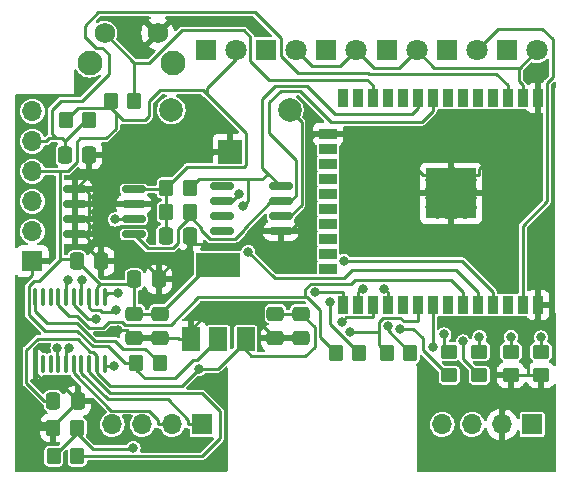
<source format=gbr>
%TF.GenerationSoftware,KiCad,Pcbnew,6.0.11-2627ca5db0~126~ubuntu20.04.1*%
%TF.CreationDate,2024-10-06T15:46:28-05:00*%
%TF.ProjectId,modbus_rtu_mirror_side_88x37x59mm,6d6f6462-7573-45f7-9274-755f6d697272,rev?*%
%TF.SameCoordinates,Original*%
%TF.FileFunction,Copper,L1,Top*%
%TF.FilePolarity,Positive*%
%FSLAX46Y46*%
G04 Gerber Fmt 4.6, Leading zero omitted, Abs format (unit mm)*
G04 Created by KiCad (PCBNEW 6.0.11-2627ca5db0~126~ubuntu20.04.1) date 2024-10-06 15:46:28*
%MOMM*%
%LPD*%
G01*
G04 APERTURE LIST*
G04 Aperture macros list*
%AMRoundRect*
0 Rectangle with rounded corners*
0 $1 Rounding radius*
0 $2 $3 $4 $5 $6 $7 $8 $9 X,Y pos of 4 corners*
0 Add a 4 corners polygon primitive as box body*
4,1,4,$2,$3,$4,$5,$6,$7,$8,$9,$2,$3,0*
0 Add four circle primitives for the rounded corners*
1,1,$1+$1,$2,$3*
1,1,$1+$1,$4,$5*
1,1,$1+$1,$6,$7*
1,1,$1+$1,$8,$9*
0 Add four rect primitives between the rounded corners*
20,1,$1+$1,$2,$3,$4,$5,0*
20,1,$1+$1,$4,$5,$6,$7,0*
20,1,$1+$1,$6,$7,$8,$9,0*
20,1,$1+$1,$8,$9,$2,$3,0*%
G04 Aperture macros list end*
%TA.AperFunction,SMDPad,CuDef*%
%ADD10RoundRect,0.250000X-0.350000X-0.450000X0.350000X-0.450000X0.350000X0.450000X-0.350000X0.450000X0*%
%TD*%
%TA.AperFunction,SMDPad,CuDef*%
%ADD11RoundRect,0.250000X0.450000X-0.350000X0.450000X0.350000X-0.450000X0.350000X-0.450000X-0.350000X0*%
%TD*%
%TA.AperFunction,ComponentPad*%
%ADD12R,1.800000X1.800000*%
%TD*%
%TA.AperFunction,ComponentPad*%
%ADD13C,1.800000*%
%TD*%
%TA.AperFunction,SMDPad,CuDef*%
%ADD14RoundRect,0.250000X-0.337500X-0.475000X0.337500X-0.475000X0.337500X0.475000X-0.337500X0.475000X0*%
%TD*%
%TA.AperFunction,SMDPad,CuDef*%
%ADD15RoundRect,0.150000X-0.825000X-0.150000X0.825000X-0.150000X0.825000X0.150000X-0.825000X0.150000X0*%
%TD*%
%TA.AperFunction,ComponentPad*%
%ADD16C,2.000000*%
%TD*%
%TA.AperFunction,ComponentPad*%
%ADD17R,2.000000X2.000000*%
%TD*%
%TA.AperFunction,ComponentPad*%
%ADD18R,1.700000X1.700000*%
%TD*%
%TA.AperFunction,ComponentPad*%
%ADD19O,1.700000X1.700000*%
%TD*%
%TA.AperFunction,SMDPad,CuDef*%
%ADD20RoundRect,0.100000X-0.100000X0.637500X-0.100000X-0.637500X0.100000X-0.637500X0.100000X0.637500X0*%
%TD*%
%TA.AperFunction,SMDPad,CuDef*%
%ADD21RoundRect,0.250000X-0.475000X0.337500X-0.475000X-0.337500X0.475000X-0.337500X0.475000X0.337500X0*%
%TD*%
%TA.AperFunction,SMDPad,CuDef*%
%ADD22R,0.900000X1.500000*%
%TD*%
%TA.AperFunction,SMDPad,CuDef*%
%ADD23R,1.500000X0.900000*%
%TD*%
%TA.AperFunction,HeatsinkPad*%
%ADD24C,0.475000*%
%TD*%
%TA.AperFunction,SMDPad,CuDef*%
%ADD25R,1.050000X1.050000*%
%TD*%
%TA.AperFunction,SMDPad,CuDef*%
%ADD26R,4.200000X4.200000*%
%TD*%
%TA.AperFunction,SMDPad,CuDef*%
%ADD27RoundRect,0.250000X0.350000X0.450000X-0.350000X0.450000X-0.350000X-0.450000X0.350000X-0.450000X0*%
%TD*%
%TA.AperFunction,ComponentPad*%
%ADD28C,2.100000*%
%TD*%
%TA.AperFunction,ComponentPad*%
%ADD29C,1.750000*%
%TD*%
%TA.AperFunction,SMDPad,CuDef*%
%ADD30R,1.500000X2.000000*%
%TD*%
%TA.AperFunction,SMDPad,CuDef*%
%ADD31R,3.800000X2.000000*%
%TD*%
%TA.AperFunction,ViaPad*%
%ADD32C,0.800000*%
%TD*%
%TA.AperFunction,Conductor*%
%ADD33C,0.250000*%
%TD*%
G04 APERTURE END LIST*
D10*
%TO.P,R10,1*%
%TO.N,Net-(J2-Pad4)*%
X103267000Y-138684000D03*
%TO.P,R10,2*%
%TO.N,Net-(R10-Pad2)*%
X105267000Y-138684000D03*
%TD*%
D11*
%TO.P,R4,1*%
%TO.N,/TX2_LED*%
X139319000Y-131810000D03*
%TO.P,R4,2*%
%TO.N,Net-(D3-Pad1)*%
X139319000Y-129810000D03*
%TD*%
D10*
%TO.P,R11,1*%
%TO.N,+3.3V*%
X104283000Y-110236000D03*
%TO.P,R11,2*%
%TO.N,/ESP_EN*%
X106283000Y-110236000D03*
%TD*%
D12*
%TO.P,D3,1,K*%
%TO.N,Net-(D3-Pad1)*%
X131463000Y-104300000D03*
D13*
%TO.P,D3,2,A*%
%TO.N,+3.3V*%
X134003000Y-104300000D03*
%TD*%
D14*
%TO.P,C9,1*%
%TO.N,+3.3V*%
X112754500Y-120015000D03*
%TO.P,C9,2*%
%TO.N,GND*%
X114829500Y-120015000D03*
%TD*%
%TO.P,C6,1*%
%TO.N,+3.3V*%
X110087500Y-123698000D03*
%TO.P,C6,2*%
%TO.N,GND*%
X112162500Y-123698000D03*
%TD*%
D10*
%TO.P,R7,1*%
%TO.N,/RX1_LED*%
X131461000Y-129921000D03*
%TO.P,R7,2*%
%TO.N,Net-(D6-Pad1)*%
X133461000Y-129921000D03*
%TD*%
D14*
%TO.P,C8,1*%
%TO.N,+3.3V*%
X105240000Y-122174000D03*
%TO.P,C8,2*%
%TO.N,GND*%
X107315000Y-122174000D03*
%TD*%
D15*
%TO.P,U5,1,A0*%
%TO.N,GND*%
X105094000Y-116078000D03*
%TO.P,U5,2,A1*%
X105094000Y-117348000D03*
%TO.P,U5,3,A2*%
X105094000Y-118618000D03*
%TO.P,U5,4,VSS*%
X105094000Y-119888000D03*
%TO.P,U5,5,SDA*%
%TO.N,/I2C0_SDA*%
X110044000Y-119888000D03*
%TO.P,U5,6,SCL*%
%TO.N,/I2C0_SCL*%
X110044000Y-118618000D03*
%TO.P,U5,7,WP*%
%TO.N,GND*%
X110044000Y-117348000D03*
%TO.P,U5,8,VDD*%
%TO.N,+3.3V*%
X110044000Y-116078000D03*
%TD*%
D16*
%TO.P,BT1,1,+*%
%TO.N,+BATT*%
X113237000Y-109375000D03*
X123237000Y-109375000D03*
D17*
%TO.P,BT1,2,-*%
%TO.N,GND*%
X118237000Y-112875000D03*
%TD*%
D10*
%TO.P,R12,1*%
%TO.N,+3.3V*%
X112792000Y-117983000D03*
%TO.P,R12,2*%
%TO.N,/I2C0_SDA*%
X114792000Y-117983000D03*
%TD*%
D11*
%TO.P,R2,1*%
%TO.N,GND*%
X144526000Y-131810000D03*
%TO.P,R2,2*%
%TO.N,Net-(D1-Pad1)*%
X144526000Y-129810000D03*
%TD*%
%TO.P,R3,1*%
%TO.N,GND*%
X141986000Y-131810000D03*
%TO.P,R3,2*%
%TO.N,Net-(D2-Pad1)*%
X141986000Y-129810000D03*
%TD*%
D10*
%TO.P,R6,1*%
%TO.N,/TX1_LED*%
X127143000Y-129921000D03*
%TO.P,R6,2*%
%TO.N,Net-(D5-Pad1)*%
X129143000Y-129921000D03*
%TD*%
D18*
%TO.P,J3,1,Pin_1*%
%TO.N,GND*%
X101473000Y-122174000D03*
D19*
%TO.P,J3,2,Pin_2*%
%TO.N,/ESP_TXD*%
X101473000Y-119634000D03*
%TO.P,J3,3,Pin_3*%
%TO.N,/ESP_RXD*%
X101473000Y-117094000D03*
%TO.P,J3,4,Pin_4*%
%TO.N,+3.3V*%
X101473000Y-114554000D03*
%TO.P,J3,5,Pin_5*%
%TO.N,/ESP_EN*%
X101473000Y-112014000D03*
%TO.P,J3,6,Pin_6*%
%TO.N,/ESP_IO0*%
X101473000Y-109474000D03*
%TD*%
D10*
%TO.P,R8,1*%
%TO.N,+3.3V*%
X108093000Y-108585000D03*
%TO.P,R8,2*%
%TO.N,/STP_SW*%
X110093000Y-108585000D03*
%TD*%
D20*
%TO.P,U2,1,A1*%
%TO.N,/RX2_LED*%
X107573000Y-125153500D03*
%TO.P,U2,2,VCCA*%
%TO.N,+3.3V*%
X106923000Y-125153500D03*
%TO.P,U2,3,A2*%
%TO.N,Net-(U1-Pad27)*%
X106273000Y-125153500D03*
%TO.P,U2,4,A3*%
%TO.N,/TX2_LED*%
X105623000Y-125153500D03*
%TO.P,U2,5,A4*%
%TO.N,/RX1_LED*%
X104973000Y-125153500D03*
%TO.P,U2,6,A5*%
%TO.N,Net-(U1-Pad31)*%
X104323000Y-125153500D03*
%TO.P,U2,7,A6*%
%TO.N,/TX1_LED*%
X103673000Y-125153500D03*
%TO.P,U2,8,A7*%
%TO.N,unconnected-(U2-Pad8)*%
X103023000Y-125153500D03*
%TO.P,U2,9,A8*%
%TO.N,unconnected-(U2-Pad9)*%
X102373000Y-125153500D03*
%TO.P,U2,10,OE*%
%TO.N,Net-(R1-Pad2)*%
X101723000Y-125153500D03*
%TO.P,U2,11,GND*%
%TO.N,GND*%
X101723000Y-130878500D03*
%TO.P,U2,12,B8*%
%TO.N,unconnected-(U2-Pad12)*%
X102373000Y-130878500D03*
%TO.P,U2,13,B7*%
%TO.N,unconnected-(U2-Pad13)*%
X103023000Y-130878500D03*
%TO.P,U2,14,B6*%
%TO.N,Net-(J1-Pad4)*%
X103673000Y-130878500D03*
%TO.P,U2,15,B5*%
%TO.N,Net-(J1-Pad3)*%
X104323000Y-130878500D03*
%TO.P,U2,16,B4*%
%TO.N,Net-(J1-Pad2)*%
X104973000Y-130878500D03*
%TO.P,U2,17,B3*%
%TO.N,Net-(J1-Pad1)*%
X105623000Y-130878500D03*
%TO.P,U2,18,B2*%
%TO.N,Net-(R10-Pad2)*%
X106273000Y-130878500D03*
%TO.P,U2,19,VCCB*%
%TO.N,+5V*%
X106923000Y-130878500D03*
%TO.P,U2,20,B1*%
%TO.N,Net-(J2-Pad3)*%
X107573000Y-130878500D03*
%TD*%
D21*
%TO.P,C2,1*%
%TO.N,+5V*%
X122047000Y-126597500D03*
%TO.P,C2,2*%
%TO.N,GND*%
X122047000Y-128672500D03*
%TD*%
D12*
%TO.P,D2,1,K*%
%TO.N,Net-(D2-Pad1)*%
X136563000Y-104300000D03*
D13*
%TO.P,D2,2,A*%
%TO.N,/STP_LED*%
X139103000Y-104300000D03*
%TD*%
D10*
%TO.P,R1,1*%
%TO.N,+3.3V*%
X110252000Y-130810000D03*
%TO.P,R1,2*%
%TO.N,Net-(R1-Pad2)*%
X112252000Y-130810000D03*
%TD*%
D21*
%TO.P,C1,1*%
%TO.N,+5V*%
X124206000Y-126597500D03*
%TO.P,C1,2*%
%TO.N,GND*%
X124206000Y-128672500D03*
%TD*%
%TO.P,C4,1*%
%TO.N,+3.3V*%
X110109000Y-126597500D03*
%TO.P,C4,2*%
%TO.N,GND*%
X110109000Y-128672500D03*
%TD*%
D12*
%TO.P,D4,1,K*%
%TO.N,Net-(D4-Pad1)*%
X126363000Y-104300000D03*
D13*
%TO.P,D4,2,A*%
%TO.N,+3.3V*%
X128903000Y-104300000D03*
%TD*%
D22*
%TO.P,U1,1,GND*%
%TO.N,GND*%
X144267000Y-108344000D03*
%TO.P,U1,2,VDD*%
%TO.N,+3.3V*%
X142997000Y-108344000D03*
%TO.P,U1,3,EN*%
%TO.N,/ESP_EN*%
X141727000Y-108344000D03*
%TO.P,U1,4,SENSOR_VP*%
%TO.N,unconnected-(U1-Pad4)*%
X140457000Y-108344000D03*
%TO.P,U1,5,SENSOR_VN*%
%TO.N,unconnected-(U1-Pad5)*%
X139187000Y-108344000D03*
%TO.P,U1,6,IO34*%
%TO.N,unconnected-(U1-Pad6)*%
X137917000Y-108344000D03*
%TO.P,U1,7,IO35*%
%TO.N,unconnected-(U1-Pad7)*%
X136647000Y-108344000D03*
%TO.P,U1,8,IO32*%
%TO.N,/I2C0_SDA*%
X135377000Y-108344000D03*
%TO.P,U1,9,IO33*%
%TO.N,/I2C0_SCL*%
X134107000Y-108344000D03*
%TO.P,U1,10,IO25*%
%TO.N,unconnected-(U1-Pad10)*%
X132837000Y-108344000D03*
%TO.P,U1,11,IO26*%
%TO.N,unconnected-(U1-Pad11)*%
X131567000Y-108344000D03*
%TO.P,U1,12,IO27*%
%TO.N,/STP_SW*%
X130297000Y-108344000D03*
%TO.P,U1,13,IO14*%
%TO.N,unconnected-(U1-Pad13)*%
X129027000Y-108344000D03*
%TO.P,U1,14,IO12*%
%TO.N,unconnected-(U1-Pad14)*%
X127757000Y-108344000D03*
D23*
%TO.P,U1,15,GND*%
%TO.N,GND*%
X126507000Y-111384000D03*
%TO.P,U1,16,IO13*%
%TO.N,unconnected-(U1-Pad16)*%
X126507000Y-112654000D03*
%TO.P,U1,17,SHD/SD2*%
%TO.N,unconnected-(U1-Pad17)*%
X126507000Y-113924000D03*
%TO.P,U1,18,SWP/SD3*%
%TO.N,unconnected-(U1-Pad18)*%
X126507000Y-115194000D03*
%TO.P,U1,19,SCS/CMD*%
%TO.N,unconnected-(U1-Pad19)*%
X126507000Y-116464000D03*
%TO.P,U1,20,SCK/CLK*%
%TO.N,unconnected-(U1-Pad20)*%
X126507000Y-117734000D03*
%TO.P,U1,21,SDO/SD0*%
%TO.N,unconnected-(U1-Pad21)*%
X126507000Y-119004000D03*
%TO.P,U1,22,SDI/SD1*%
%TO.N,unconnected-(U1-Pad22)*%
X126507000Y-120274000D03*
%TO.P,U1,23,IO15*%
%TO.N,unconnected-(U1-Pad23)*%
X126507000Y-121544000D03*
%TO.P,U1,24,IO2*%
%TO.N,unconnected-(U1-Pad24)*%
X126507000Y-122814000D03*
D22*
%TO.P,U1,25,IO0*%
%TO.N,/ESP_IO0*%
X127757000Y-125844000D03*
%TO.P,U1,26,IO4*%
%TO.N,/RX2_LED*%
X129027000Y-125844000D03*
%TO.P,U1,27,IO16*%
%TO.N,Net-(U1-Pad27)*%
X130297000Y-125844000D03*
%TO.P,U1,28,IO17*%
%TO.N,/TX2_LED*%
X131567000Y-125844000D03*
%TO.P,U1,29,IO5*%
%TO.N,unconnected-(U1-Pad29)*%
X132837000Y-125844000D03*
%TO.P,U1,30,IO18*%
%TO.N,/RX1_LED*%
X134107000Y-125844000D03*
%TO.P,U1,31,IO19*%
%TO.N,Net-(U1-Pad31)*%
X135377000Y-125844000D03*
%TO.P,U1,32,NC*%
%TO.N,unconnected-(U1-Pad32)*%
X136647000Y-125844000D03*
%TO.P,U1,33,IO21*%
%TO.N,/TX1_LED*%
X137917000Y-125844000D03*
%TO.P,U1,34,RXD0/IO3*%
%TO.N,/ESP_RXD*%
X139187000Y-125844000D03*
%TO.P,U1,35,TXD0/IO1*%
%TO.N,/ESP_TXD*%
X140457000Y-125844000D03*
%TO.P,U1,36,IO22*%
%TO.N,unconnected-(U1-Pad36)*%
X141727000Y-125844000D03*
%TO.P,U1,37,IO23*%
%TO.N,/STP_LED*%
X142997000Y-125844000D03*
%TO.P,U1,38,GND*%
%TO.N,GND*%
X144267000Y-125844000D03*
D24*
%TO.P,U1,39,GND*%
X137689500Y-114889000D03*
X136164500Y-114889000D03*
X138452000Y-115651500D03*
D25*
X135402000Y-117939000D03*
X136927000Y-117939000D03*
D24*
X136927000Y-115651500D03*
X137689500Y-117939000D03*
D25*
X135402000Y-114889000D03*
D24*
X137689500Y-116414000D03*
D26*
X136927000Y-116414000D03*
D24*
X135402000Y-115651500D03*
D25*
X138452000Y-117939000D03*
D24*
X136927000Y-117176500D03*
D25*
X136927000Y-114889000D03*
X135402000Y-116414000D03*
D24*
X138452000Y-117176500D03*
D25*
X138452000Y-116414000D03*
D24*
X136164500Y-117939000D03*
X136164500Y-116414000D03*
X135402000Y-117176500D03*
D25*
X138452000Y-114889000D03*
X136927000Y-116414000D03*
%TD*%
D14*
%TO.P,C5,1*%
%TO.N,+5V*%
X103229500Y-133985000D03*
%TO.P,C5,2*%
%TO.N,GND*%
X105304500Y-133985000D03*
%TD*%
D18*
%TO.P,J1,1,Pin_1*%
%TO.N,Net-(J1-Pad1)*%
X115840000Y-135980000D03*
D19*
%TO.P,J1,2,Pin_2*%
%TO.N,Net-(J1-Pad2)*%
X113300000Y-135980000D03*
%TO.P,J1,3,Pin_3*%
%TO.N,Net-(J1-Pad3)*%
X110760000Y-135980000D03*
%TO.P,J1,4,Pin_4*%
%TO.N,Net-(J1-Pad4)*%
X108220000Y-135980000D03*
%TD*%
D27*
%TO.P,R9,1*%
%TO.N,Net-(J2-Pad4)*%
X105251000Y-136271000D03*
%TO.P,R9,2*%
%TO.N,GND*%
X103251000Y-136271000D03*
%TD*%
D10*
%TO.P,R13,1*%
%TO.N,+3.3V*%
X112792000Y-115951000D03*
%TO.P,R13,2*%
%TO.N,/I2C0_SCL*%
X114792000Y-115951000D03*
%TD*%
D15*
%TO.P,U4,1,32KHZ*%
%TO.N,unconnected-(U4-Pad1)*%
X117540000Y-115824000D03*
%TO.P,U4,2,VCC*%
%TO.N,+3.3V*%
X117540000Y-117094000D03*
%TO.P,U4,3,~{INT}/SQW*%
%TO.N,unconnected-(U4-Pad3)*%
X117540000Y-118364000D03*
%TO.P,U4,4,~{RST}*%
%TO.N,unconnected-(U4-Pad4)*%
X117540000Y-119634000D03*
%TO.P,U4,5,GND*%
%TO.N,GND*%
X122490000Y-119634000D03*
%TO.P,U4,6,VBAT*%
%TO.N,+BATT*%
X122490000Y-118364000D03*
%TO.P,U4,7,SDA*%
%TO.N,/I2C0_SDA*%
X122490000Y-117094000D03*
%TO.P,U4,8,SCL*%
%TO.N,/I2C0_SCL*%
X122490000Y-115824000D03*
%TD*%
D12*
%TO.P,D1,1,K*%
%TO.N,Net-(D1-Pad1)*%
X141663000Y-104300000D03*
D13*
%TO.P,D1,2,A*%
%TO.N,+3.3V*%
X144203000Y-104300000D03*
%TD*%
D28*
%TO.P,SW1,*%
%TO.N,*%
X113340000Y-105357500D03*
X106330000Y-105357500D03*
D29*
%TO.P,SW1,1,1*%
%TO.N,/STP_SW*%
X107580000Y-102867500D03*
%TO.P,SW1,2,2*%
%TO.N,GND*%
X112080000Y-102867500D03*
%TD*%
D30*
%TO.P,U3,1,GND*%
%TO.N,GND*%
X114921000Y-128753000D03*
%TO.P,U3,2,VO*%
%TO.N,+3.3V*%
X117221000Y-128753000D03*
D31*
X117221000Y-122453000D03*
D30*
%TO.P,U3,3,VI*%
%TO.N,+5V*%
X119521000Y-128753000D03*
%TD*%
D18*
%TO.P,J2,1,Pin_1*%
%TO.N,+5V*%
X143780000Y-135980000D03*
D19*
%TO.P,J2,2,Pin_2*%
%TO.N,GND*%
X141240000Y-135980000D03*
%TO.P,J2,3,Pin_3*%
%TO.N,Net-(J2-Pad3)*%
X138700000Y-135980000D03*
%TO.P,J2,4,Pin_4*%
%TO.N,Net-(J2-Pad4)*%
X136160000Y-135980000D03*
%TD*%
D21*
%TO.P,C3,1*%
%TO.N,+3.3V*%
X112268000Y-126597500D03*
%TO.P,C3,2*%
%TO.N,GND*%
X112268000Y-128672500D03*
%TD*%
D12*
%TO.P,D5,1,K*%
%TO.N,Net-(D5-Pad1)*%
X121263000Y-104300000D03*
D13*
%TO.P,D5,2,A*%
%TO.N,+3.3V*%
X123803000Y-104300000D03*
%TD*%
D12*
%TO.P,D6,1,K*%
%TO.N,Net-(D6-Pad1)*%
X116163000Y-104300000D03*
D13*
%TO.P,D6,2,A*%
%TO.N,+3.3V*%
X118703000Y-104300000D03*
%TD*%
D14*
%TO.P,C7,1*%
%TO.N,/ESP_EN*%
X104215000Y-113157000D03*
%TO.P,C7,2*%
%TO.N,GND*%
X106290000Y-113157000D03*
%TD*%
D11*
%TO.P,R5,1*%
%TO.N,/RX2_LED*%
X136779000Y-131810000D03*
%TO.P,R5,2*%
%TO.N,Net-(D4-Pad1)*%
X136779000Y-129810000D03*
%TD*%
D32*
%TO.N,GND*%
X106264200Y-121135600D03*
X108741200Y-128003100D03*
%TO.N,+3.3V*%
X118979800Y-116481200D03*
%TO.N,+5V*%
X115601273Y-131261429D03*
%TO.N,Net-(D1-Pad1)*%
X144526000Y-128608500D03*
%TO.N,Net-(D2-Pad1)*%
X141986000Y-128578800D03*
%TO.N,Net-(D3-Pad1)*%
X139319000Y-128582500D03*
%TO.N,/TX2_LED*%
X131271400Y-124489700D03*
X105696000Y-123783900D03*
X137933400Y-128952500D03*
%TO.N,Net-(U1-Pad31)*%
X104446200Y-123788400D03*
X135373900Y-129452300D03*
%TO.N,Net-(D4-Pad1)*%
X136344000Y-128356700D03*
%TO.N,Net-(D5-Pad1)*%
X126679300Y-125584000D03*
%TO.N,Net-(D6-Pad1)*%
X131534700Y-127654400D03*
%TO.N,/RX2_LED*%
X129479300Y-124488200D03*
X108721700Y-124834700D03*
X132551000Y-127879500D03*
%TO.N,/RX1_LED*%
X128372800Y-128113200D03*
X106867100Y-127023700D03*
%TO.N,/ESP_TXD*%
X127869000Y-122138500D03*
%TO.N,/ESP_RXD*%
X119741900Y-121379400D03*
%TO.N,/ESP_IO0*%
X125430900Y-124780700D03*
%TO.N,Net-(U1-Pad27)*%
X127673100Y-127278800D03*
X108534300Y-126257600D03*
%TO.N,/I2C0_SCL*%
X119271200Y-117497900D03*
X108460300Y-118618000D03*
%TO.N,Net-(J1-Pad3)*%
X104597100Y-129511200D03*
%TO.N,Net-(J1-Pad4)*%
X103588300Y-129506500D03*
%TO.N,Net-(J2-Pad3)*%
X108394300Y-131018200D03*
%TO.N,Net-(J2-Pad4)*%
X110021300Y-137959500D03*
%TD*%
D33*
%TO.N,GND*%
X105507700Y-115664300D02*
X105094000Y-116078000D01*
X114853800Y-127970200D02*
X115951000Y-126873000D01*
X107315000Y-122174000D02*
X106276600Y-121135600D01*
X112162500Y-123498500D02*
X112162500Y-123698000D01*
X126507000Y-111384000D02*
X131046700Y-111384000D01*
X105938700Y-118618000D02*
X106243400Y-118922700D01*
X125095000Y-117815300D02*
X125095000Y-111765000D01*
X139302300Y-114384000D02*
X144267000Y-109419300D01*
X139302300Y-114889000D02*
X139302300Y-114384000D01*
X135402000Y-117939000D02*
X135402000Y-117176500D01*
X143469900Y-127716400D02*
X143469900Y-131810000D01*
X136927000Y-116414000D02*
X137689500Y-116414000D01*
X114926800Y-120112300D02*
X114829500Y-120015000D01*
X114853800Y-128753000D02*
X113845700Y-128753000D01*
X138452000Y-116414000D02*
X137689500Y-116414000D01*
X134976900Y-114889000D02*
X134551700Y-114889000D01*
X106290000Y-114882000D02*
X105507700Y-115664300D01*
X138452000Y-114889000D02*
X139302300Y-114889000D01*
X106290000Y-113157000D02*
X106290000Y-114882000D01*
X110044000Y-117348000D02*
X106243400Y-117348000D01*
X135402000Y-115651500D02*
X135402000Y-116414000D01*
X110109000Y-128672500D02*
X112268000Y-128672500D01*
X106243400Y-119516500D02*
X105871900Y-119888000D01*
X136164500Y-114889000D02*
X135402000Y-114889000D01*
X122490000Y-119634000D02*
X120415900Y-119634000D01*
X106276600Y-121135600D02*
X106264200Y-121135600D01*
X101473000Y-122174000D02*
X101473000Y-123349300D01*
X122047000Y-128672500D02*
X124206000Y-128672500D01*
X144267000Y-125844000D02*
X144267000Y-126919300D01*
X106264200Y-120280300D02*
X105871900Y-119888000D01*
X106243400Y-118922700D02*
X106243400Y-119516500D01*
X115951000Y-126873000D02*
X120247500Y-126873000D01*
X106243400Y-118313300D02*
X105938700Y-118618000D01*
X112162500Y-123498500D02*
X110838000Y-122174000D01*
X100457000Y-124365300D02*
X100457000Y-134112000D01*
X102728500Y-132588000D02*
X101723000Y-131582500D01*
X109439600Y-128003100D02*
X108741200Y-128003100D01*
X103443500Y-135846000D02*
X105304500Y-133985000D01*
X131046700Y-111384000D02*
X134551700Y-114889000D01*
X136927000Y-116414000D02*
X136927000Y-115651500D01*
X137689500Y-114889000D02*
X138452000Y-114889000D01*
X101473000Y-123349300D02*
X100457000Y-124365300D01*
X105871900Y-119888000D02*
X105094000Y-119888000D01*
X114921000Y-128753000D02*
X114853800Y-128753000D01*
X125095000Y-111765000D02*
X125476000Y-111384000D01*
X114926800Y-120734200D02*
X114926800Y-120112300D01*
X138452000Y-117939000D02*
X137689500Y-117939000D01*
X106243400Y-116400000D02*
X105507700Y-115664300D01*
X123276300Y-119634000D02*
X125095000Y-117815300D01*
X103251000Y-136038500D02*
X103443500Y-135846000D01*
X106264200Y-121135600D02*
X106264200Y-120280300D01*
X114853800Y-128753000D02*
X114853800Y-127970200D01*
X110838000Y-122174000D02*
X107315000Y-122174000D01*
X143469900Y-131810000D02*
X144526000Y-131810000D01*
X141986000Y-131810000D02*
X143469900Y-131810000D01*
X100457000Y-134112000D02*
X102191000Y-135846000D01*
X110109000Y-128672500D02*
X109439600Y-128003100D01*
X101723000Y-131582500D02*
X101723000Y-130878500D01*
X135402000Y-117176500D02*
X135402000Y-116414000D01*
X136164500Y-116414000D02*
X136927000Y-116414000D01*
X136164500Y-114889000D02*
X136927000Y-114889000D01*
X141986000Y-134058700D02*
X141986000Y-131810000D01*
X105938700Y-118618000D02*
X105094000Y-118618000D01*
X136927000Y-117939000D02*
X136164500Y-117939000D01*
X135402000Y-115314100D02*
X135402000Y-115651500D01*
X136927000Y-114889000D02*
X137689500Y-114889000D01*
X118237000Y-112875000D02*
X116911700Y-112875000D01*
X114926800Y-120734200D02*
X112162500Y-123498500D01*
X105304500Y-133985000D02*
X103907500Y-132588000D01*
X136927000Y-117176500D02*
X136927000Y-116414000D01*
X106243400Y-117348000D02*
X105094000Y-117348000D01*
X138452000Y-116414000D02*
X138452000Y-117176500D01*
X106243400Y-117348000D02*
X106243400Y-118313300D01*
X125476000Y-111384000D02*
X126507000Y-111384000D01*
X112268000Y-128672500D02*
X113765200Y-128672500D01*
X106243400Y-117348000D02*
X106243400Y-116400000D01*
X113765200Y-128672500D02*
X113845700Y-128753000D01*
X120415900Y-119634000D02*
X119315700Y-120734200D01*
X103251000Y-136271000D02*
X103251000Y-136038500D01*
X102191000Y-135846000D02*
X103443500Y-135846000D01*
X138452000Y-117939000D02*
X138452000Y-117176500D01*
X144267000Y-126919300D02*
X143469900Y-127716400D01*
X106290000Y-113157000D02*
X116629700Y-113157000D01*
X144267000Y-108344000D02*
X144267000Y-109419300D01*
X141240000Y-135980000D02*
X141240000Y-134804700D01*
X135402000Y-114889000D02*
X134976900Y-114889000D01*
X103907500Y-132588000D02*
X102728500Y-132588000D01*
X134976900Y-114889000D02*
X135402000Y-115314100D01*
X120247500Y-126873000D02*
X122047000Y-128672500D01*
X138452000Y-116414000D02*
X138452000Y-115651500D01*
X119315700Y-120734200D02*
X114926800Y-120734200D01*
X136164500Y-117939000D02*
X135402000Y-117939000D01*
X141240000Y-134804700D02*
X141986000Y-134058700D01*
X116629700Y-113157000D02*
X116911700Y-112875000D01*
X136164500Y-116414000D02*
X135402000Y-116414000D01*
X122490000Y-119634000D02*
X123276300Y-119634000D01*
%TO.N,+3.3V*%
X101197200Y-126724200D02*
X101197200Y-124261496D01*
X114542700Y-114200300D02*
X112792000Y-115951000D01*
X110087500Y-124060700D02*
X107220900Y-124060700D01*
X103782000Y-114554000D02*
X104463000Y-114554000D01*
X111379000Y-108585000D02*
X111379000Y-109855000D01*
X110087500Y-126576000D02*
X110109000Y-126597500D01*
X116270100Y-107503900D02*
X118703000Y-105071000D01*
X105271800Y-128064600D02*
X102537600Y-128064600D01*
X130394000Y-105791000D02*
X132512000Y-105791000D01*
X104283000Y-110236000D02*
X105321500Y-109197500D01*
X109131500Y-110236000D02*
X108535200Y-109639700D01*
X123803000Y-104300000D02*
X125167000Y-105664000D01*
X119562400Y-111323900D02*
X119562400Y-114009700D01*
X103782000Y-121909400D02*
X103864000Y-121991400D01*
X144203000Y-104300000D02*
X142663000Y-105840000D01*
X110087500Y-123698000D02*
X110087500Y-124060700D01*
X116270100Y-108031600D02*
X119562400Y-111323900D01*
X110252000Y-131334000D02*
X110252000Y-130810000D01*
X105240000Y-122174000D02*
X105057400Y-121991400D01*
X110252000Y-130810000D02*
X109315700Y-130810000D01*
X135494000Y-105791000D02*
X142614000Y-105791000D01*
X127539000Y-105664000D02*
X128903000Y-104300000D01*
X112268000Y-126597500D02*
X110109000Y-126597500D01*
X117221000Y-122453000D02*
X116642800Y-122453000D01*
X101197200Y-124261496D02*
X101633696Y-123825000D01*
X107173800Y-124107800D02*
X105240000Y-122174000D01*
X132512000Y-105791000D02*
X134003000Y-104300000D01*
X108093000Y-109197500D02*
X108093000Y-108585000D01*
X103782000Y-114554000D02*
X101473000Y-114554000D01*
X112792000Y-116078000D02*
X112792000Y-117983000D01*
X113538000Y-132080000D02*
X110998000Y-132080000D01*
X142997000Y-108344000D02*
X142997000Y-107268700D01*
X109315700Y-130810000D02*
X107870600Y-129364900D01*
X107220900Y-124060700D02*
X107173800Y-124107800D01*
X125167000Y-105664000D02*
X127539000Y-105664000D01*
X106572100Y-129364900D02*
X105271800Y-128064600D01*
X118367000Y-117094000D02*
X118979800Y-116481200D01*
X110998000Y-132080000D02*
X110252000Y-131334000D01*
X101633696Y-123825000D02*
X102030400Y-123825000D01*
X112268000Y-107696000D02*
X111379000Y-108585000D01*
X105252500Y-112044500D02*
X105537000Y-111760000D01*
X105057400Y-121991400D02*
X103864000Y-121991400D01*
X115418000Y-130556000D02*
X115062000Y-130556000D01*
X119371800Y-114200300D02*
X114542700Y-114200300D01*
X103782000Y-114554000D02*
X103782000Y-121909400D01*
X112792000Y-116078000D02*
X110044000Y-116078000D01*
X116642800Y-122453000D02*
X116412500Y-122453000D01*
X105537000Y-111760000D02*
X107696000Y-111760000D01*
X102537600Y-128064600D02*
X101197200Y-126724200D01*
X102030400Y-123825000D02*
X103864000Y-121991400D01*
X117221000Y-128753000D02*
X115418000Y-130556000D01*
X107870600Y-129364900D02*
X106572100Y-129364900D01*
X116270100Y-108031600D02*
X116270100Y-107503900D01*
X108535200Y-110920800D02*
X108535200Y-109639700D01*
X142663000Y-106934700D02*
X142997000Y-107268700D01*
X105252500Y-113764500D02*
X105252500Y-112044500D01*
X112792000Y-117983000D02*
X112754500Y-118020500D01*
X111379000Y-109855000D02*
X110998000Y-110236000D01*
X128903000Y-104300000D02*
X130394000Y-105791000D01*
X108535200Y-109639700D02*
X108093000Y-109197500D01*
X118703000Y-105071000D02*
X118703000Y-104300000D01*
X105321500Y-109197500D02*
X108093000Y-109197500D01*
X107696000Y-111760000D02*
X108535200Y-110920800D01*
X116412500Y-122453000D02*
X112268000Y-126597500D01*
X104463000Y-114554000D02*
X105252500Y-113764500D01*
X112792000Y-115951000D02*
X112792000Y-116078000D01*
X134003000Y-104300000D02*
X135494000Y-105791000D01*
X119562400Y-114009700D02*
X119371800Y-114200300D01*
X115934500Y-107696000D02*
X112268000Y-107696000D01*
X115062000Y-130556000D02*
X113538000Y-132080000D01*
X142663000Y-105840000D02*
X142663000Y-106934700D01*
X110087500Y-124060700D02*
X110087500Y-126576000D01*
X112754500Y-118020500D02*
X112754500Y-120015000D01*
X117540000Y-117094000D02*
X118367000Y-117094000D01*
X106923000Y-124358600D02*
X107173800Y-124107800D01*
X142614000Y-105791000D02*
X142663000Y-105840000D01*
X116270100Y-108031600D02*
X115934500Y-107696000D01*
X110998000Y-110236000D02*
X109131500Y-110236000D01*
X106923000Y-125153500D02*
X106923000Y-124358600D01*
%TO.N,+5V*%
X105297104Y-128726300D02*
X106385704Y-129814900D01*
X106923000Y-131581200D02*
X106923000Y-130878500D01*
X120015000Y-130175000D02*
X124587000Y-130175000D01*
X102489000Y-133985000D02*
X100965000Y-132461000D01*
X119521000Y-129681000D02*
X120015000Y-130175000D01*
X106576500Y-129814900D02*
X106923000Y-130161400D01*
X124587000Y-130175000D02*
X125352800Y-129409200D01*
X124206000Y-126597500D02*
X122047000Y-126597500D01*
X103229500Y-133985000D02*
X102489000Y-133985000D01*
X125352800Y-127744300D02*
X124206000Y-126597500D01*
X100965000Y-129667000D02*
X101905700Y-128726300D01*
X119521000Y-128891000D02*
X119521000Y-128753000D01*
X117150571Y-131261429D02*
X119521000Y-128891000D01*
X114147702Y-132715000D02*
X108056800Y-132715000D01*
X115601273Y-131261429D02*
X114147702Y-132715000D01*
X115601273Y-131261429D02*
X117150571Y-131261429D01*
X119521000Y-128753000D02*
X119521000Y-129681000D01*
X100965000Y-132461000D02*
X100965000Y-129667000D01*
X108056800Y-132715000D02*
X106923000Y-131581200D01*
X106385704Y-129814900D02*
X106576500Y-129814900D01*
X101905700Y-128726300D02*
X105297104Y-128726300D01*
X106923000Y-130161400D02*
X106923000Y-130878500D01*
X125352800Y-129409200D02*
X125352800Y-127744300D01*
%TO.N,Net-(D1-Pad1)*%
X144526000Y-128608500D02*
X144526000Y-129810000D01*
%TO.N,Net-(D2-Pad1)*%
X141986000Y-128578800D02*
X141986000Y-129810000D01*
%TO.N,/STP_LED*%
X145542000Y-103378000D02*
X144653000Y-102489000D01*
X142997000Y-125844000D02*
X142997000Y-119139400D01*
X144653000Y-102489000D02*
X140914000Y-102489000D01*
X145042400Y-117094000D02*
X145042400Y-107070300D01*
X145042400Y-107070300D02*
X145542000Y-106570700D01*
X140914000Y-102489000D02*
X139103000Y-104300000D01*
X142997000Y-119139400D02*
X145042400Y-117094000D01*
X145542000Y-106570700D02*
X145542000Y-103378000D01*
%TO.N,Net-(D3-Pad1)*%
X139319000Y-129810000D02*
X139319000Y-128582500D01*
%TO.N,/TX2_LED*%
X139319000Y-131810000D02*
X137933500Y-130424500D01*
X137933500Y-128952500D02*
X137933400Y-128952500D01*
X137933500Y-130424500D02*
X137933500Y-128952500D01*
X131567000Y-125844000D02*
X131567000Y-124768700D01*
X105696000Y-123783900D02*
X105623000Y-123856900D01*
X131550400Y-124768700D02*
X131271400Y-124489700D01*
X105623000Y-123856900D02*
X105623000Y-125153500D01*
X131567000Y-124768700D02*
X131550400Y-124768700D01*
%TO.N,Net-(U1-Pad31)*%
X135377000Y-125844000D02*
X135377000Y-129449200D01*
X104323000Y-125153500D02*
X104323000Y-123911600D01*
X104323000Y-123911600D02*
X104446200Y-123788400D01*
X135377000Y-129449200D02*
X135373900Y-129452300D01*
%TO.N,Net-(D4-Pad1)*%
X136344000Y-129375000D02*
X136344000Y-128356700D01*
X136779000Y-129810000D02*
X136344000Y-129375000D01*
%TO.N,Net-(D5-Pad1)*%
X129143000Y-129921000D02*
X126679300Y-127457300D01*
X126679300Y-127457300D02*
X126679300Y-125584000D01*
%TO.N,Net-(D6-Pad1)*%
X131534700Y-127994700D02*
X131534700Y-127654400D01*
X133461000Y-129921000D02*
X131534700Y-127994700D01*
%TO.N,/RX2_LED*%
X129027000Y-124768700D02*
X129307500Y-124488200D01*
X134539700Y-129680500D02*
X134539700Y-128697700D01*
X108721700Y-124834700D02*
X107891800Y-124834700D01*
X136779000Y-131810000D02*
X136669200Y-131810000D01*
X134539700Y-128697700D02*
X133721500Y-127879500D01*
X129307500Y-124488200D02*
X129479300Y-124488200D01*
X107891800Y-124834700D02*
X107573000Y-125153500D01*
X133721500Y-127879500D02*
X132551000Y-127879500D01*
X136669200Y-131810000D02*
X134539700Y-129680500D01*
X129027000Y-125844000D02*
X129027000Y-124768700D01*
%TO.N,/TX1_LED*%
X103673000Y-125851300D02*
X103673000Y-125153500D01*
X105264300Y-126775400D02*
X104597100Y-126775400D01*
X125075200Y-124055400D02*
X124587000Y-124543600D01*
X124587000Y-125222000D02*
X115525000Y-125222000D01*
X137917000Y-124768700D02*
X136894600Y-123746300D01*
X124714000Y-125222000D02*
X124460000Y-125222000D01*
X128465300Y-124055400D02*
X125075200Y-124055400D01*
X106266600Y-127777700D02*
X105264300Y-126775400D01*
X127143000Y-129921000D02*
X125803200Y-128581200D01*
X124587000Y-124543600D02*
X124587000Y-125222000D01*
X109041700Y-127277800D02*
X107926200Y-127277800D01*
X107926200Y-127277800D02*
X107426300Y-127777700D01*
X125803200Y-128581200D02*
X125803200Y-126311200D01*
X104597100Y-126775400D02*
X103673000Y-125851300D01*
X107426300Y-127777700D02*
X106266600Y-127777700D01*
X137917000Y-125844000D02*
X137917000Y-124768700D01*
X136894600Y-123746300D02*
X128774400Y-123746300D01*
X128774400Y-123746300D02*
X128465300Y-124055400D01*
X113194300Y-127552700D02*
X109316600Y-127552700D01*
X109316600Y-127552700D02*
X109041700Y-127277800D01*
X125803200Y-126311200D02*
X124714000Y-125222000D01*
X115525000Y-125222000D02*
X113194300Y-127552700D01*
%TO.N,/RX1_LED*%
X104973000Y-125843200D02*
X104973000Y-125153500D01*
X132626205Y-126929400D02*
X131150000Y-126929400D01*
X130808500Y-129268500D02*
X131461000Y-129921000D01*
X131150000Y-126929400D02*
X130808500Y-127270900D01*
X106867100Y-127023700D02*
X106153500Y-127023700D01*
X134107000Y-125844000D02*
X134107000Y-127254000D01*
X134107000Y-127254000D02*
X132950805Y-127254000D01*
X106153500Y-127023700D02*
X104973000Y-125843200D01*
X130808500Y-128113200D02*
X130808500Y-129268500D01*
X130808500Y-127270900D02*
X130808500Y-128113200D01*
X132950805Y-127254000D02*
X132626205Y-126929400D01*
X130808500Y-128113200D02*
X128372800Y-128113200D01*
%TO.N,+BATT*%
X124257100Y-110395100D02*
X123237000Y-109375000D01*
X123270800Y-118364000D02*
X124257100Y-117377700D01*
X124257100Y-117377700D02*
X124257100Y-110395100D01*
X122490000Y-118364000D02*
X123270800Y-118364000D01*
%TO.N,/STP_SW*%
X111371900Y-105380500D02*
X110093000Y-105380500D01*
X107580000Y-102867500D02*
X110093000Y-105380500D01*
X130297000Y-108344000D02*
X130297000Y-107268700D01*
X110093000Y-105380500D02*
X110093000Y-108585000D01*
X119888000Y-104847412D02*
X119928000Y-104807412D01*
X114136400Y-102616000D02*
X111371900Y-105380500D01*
X121482600Y-106807000D02*
X119888000Y-105212400D01*
X119928000Y-104807412D02*
X119928000Y-103164000D01*
X119380000Y-102616000D02*
X114136400Y-102616000D01*
X119888000Y-105212400D02*
X119888000Y-104847412D01*
X119928000Y-103164000D02*
X119380000Y-102616000D01*
X129835300Y-106807000D02*
X121482600Y-106807000D01*
X130297000Y-107268700D02*
X129835300Y-106807000D01*
%TO.N,/ESP_TXD*%
X140457000Y-125844000D02*
X140457000Y-124768700D01*
X137826800Y-122138500D02*
X127869000Y-122138500D01*
X140457000Y-124768700D02*
X137826800Y-122138500D01*
%TO.N,/ESP_RXD*%
X121967600Y-123605100D02*
X119741900Y-121379400D01*
X128486300Y-122936000D02*
X127817200Y-123605100D01*
X137354300Y-122936000D02*
X128486300Y-122936000D01*
X139187000Y-125844000D02*
X139187000Y-124768700D01*
X127817200Y-123605100D02*
X121967600Y-123605100D01*
X139187000Y-124768700D02*
X137354300Y-122936000D01*
%TO.N,/ESP_EN*%
X104215000Y-112014000D02*
X103961000Y-111760000D01*
X103468500Y-111760000D02*
X103124000Y-111415500D01*
X107061000Y-101092000D02*
X120315200Y-101092000D01*
X141727000Y-107268700D02*
X141727000Y-108344000D01*
X107950000Y-106299000D02*
X107950000Y-104648000D01*
X129894696Y-106230000D02*
X129963696Y-106299000D01*
X104215000Y-112014000D02*
X105993000Y-110236000D01*
X105918000Y-102235000D02*
X107061000Y-101092000D01*
X102648300Y-112014000D02*
X101473000Y-112014000D01*
X140757300Y-106299000D02*
X141727000Y-107268700D01*
X107950000Y-104648000D02*
X107369500Y-104067500D01*
X107369500Y-104067500D02*
X106861500Y-104067500D01*
X105993000Y-110236000D02*
X106283000Y-110236000D01*
X106861500Y-104067500D02*
X106045000Y-103251000D01*
X129963696Y-106299000D02*
X140757300Y-106299000D01*
X103124000Y-109347000D02*
X103885800Y-108585200D01*
X122488400Y-104773700D02*
X123944700Y-106230000D01*
X103961000Y-111760000D02*
X103468500Y-111760000D01*
X103124000Y-111415500D02*
X103124000Y-109347000D01*
X102902300Y-111760000D02*
X102648300Y-112014000D01*
X106045000Y-103251000D02*
X105918000Y-103251000D01*
X122488400Y-103265200D02*
X122488400Y-104773700D01*
X103885800Y-108585200D02*
X105663800Y-108585200D01*
X103505000Y-111760000D02*
X102902300Y-111760000D01*
X123944700Y-106230000D02*
X129894696Y-106230000D01*
X105663800Y-108585200D02*
X107950000Y-106299000D01*
X104215000Y-113157000D02*
X104215000Y-112014000D01*
X105918000Y-103251000D02*
X105918000Y-102235000D01*
X120315200Y-101092000D02*
X122488400Y-103265200D01*
%TO.N,/ESP_IO0*%
X127757000Y-125844000D02*
X127757000Y-124768700D01*
X125430900Y-124780700D02*
X125442900Y-124768700D01*
X125442900Y-124768700D02*
X127757000Y-124768700D01*
%TO.N,Net-(U1-Pad27)*%
X107167405Y-126298700D02*
X107360705Y-126492000D01*
X108299900Y-126492000D02*
X108534300Y-126257600D01*
X107360705Y-126492000D02*
X108299900Y-126492000D01*
X106486700Y-126298700D02*
X107167405Y-126298700D01*
X106273000Y-125153500D02*
X106273000Y-126085000D01*
X130297000Y-126919300D02*
X128032600Y-126919300D01*
X106273000Y-126085000D02*
X106486700Y-126298700D01*
X128032600Y-126919300D02*
X127673100Y-127278800D01*
X130297000Y-125844000D02*
X130297000Y-126919300D01*
%TO.N,/I2C0_SDA*%
X134433300Y-110363000D02*
X126746000Y-110363000D01*
X113792000Y-120637800D02*
X113359600Y-121070200D01*
X121539000Y-111307200D02*
X123791000Y-113559200D01*
X135377000Y-109419300D02*
X134433300Y-110363000D01*
X115772600Y-119545400D02*
X115772600Y-119327200D01*
X124148000Y-107765000D02*
X122486000Y-107765000D01*
X111226200Y-121070200D02*
X110044000Y-119888000D01*
X121691200Y-117094000D02*
X119358000Y-119427200D01*
X114792000Y-118598000D02*
X114792000Y-117983000D01*
X114599400Y-118598000D02*
X113792000Y-119405400D01*
X122490000Y-117094000D02*
X121691200Y-117094000D01*
X126746000Y-110363000D02*
X124148000Y-107765000D01*
X121539000Y-108712000D02*
X121539000Y-111307200D01*
X118603800Y-120271900D02*
X116499100Y-120271900D01*
X123791000Y-113559200D02*
X123791000Y-116606200D01*
X116499100Y-120271900D02*
X115772600Y-119545400D01*
X123791000Y-116606200D02*
X123303200Y-117094000D01*
X123303200Y-117094000D02*
X122490000Y-117094000D01*
X122486000Y-107765000D02*
X121539000Y-108712000D01*
X115772600Y-119327200D02*
X115043400Y-118598000D01*
X115043400Y-118598000D02*
X114792000Y-118598000D01*
X135377000Y-108344000D02*
X135377000Y-109419300D01*
X119358000Y-119517700D02*
X118603800Y-120271900D01*
X113359600Y-121070200D02*
X111226200Y-121070200D01*
X114792000Y-118598000D02*
X114599400Y-118598000D01*
X119358000Y-119427200D02*
X119358000Y-119517700D01*
X113792000Y-119405400D02*
X113792000Y-120637800D01*
%TO.N,/I2C0_SCL*%
X134107000Y-109225000D02*
X134107000Y-108344000D01*
X121402300Y-114736300D02*
X122490000Y-115824000D01*
X120904000Y-114238000D02*
X120904000Y-108458000D01*
X119705200Y-115191800D02*
X119705200Y-117063900D01*
X124714000Y-107315000D02*
X127127000Y-109728000D01*
X122047000Y-107315000D02*
X124714000Y-107315000D01*
X119705200Y-115191800D02*
X120946800Y-115191800D01*
X115551200Y-115191800D02*
X119705200Y-115191800D01*
X120904000Y-108458000D02*
X122047000Y-107315000D01*
X127127000Y-109728000D02*
X133604000Y-109728000D01*
X114792000Y-115951000D02*
X115551200Y-115191800D01*
X110044000Y-118618000D02*
X108460300Y-118618000D01*
X120946800Y-115191800D02*
X121402300Y-114736300D01*
X133604000Y-109728000D02*
X134107000Y-109225000D01*
X119705200Y-117063900D02*
X119271200Y-117497900D01*
X121402300Y-114736300D02*
X120904000Y-114238000D01*
%TO.N,Net-(J1-Pad1)*%
X115840000Y-135980000D02*
X114664700Y-135980000D01*
X112910000Y-133858000D02*
X107848500Y-133858000D01*
X107848500Y-133858000D02*
X105623000Y-131632500D01*
X114664700Y-135612700D02*
X112910000Y-133858000D01*
X105623000Y-131632500D02*
X105623000Y-130878500D01*
X114664700Y-135980000D02*
X114664700Y-135612700D01*
%TO.N,Net-(J1-Pad2)*%
X108158300Y-134804700D02*
X104973000Y-131619400D01*
X104973000Y-131619400D02*
X104973000Y-130878500D01*
X113300000Y-135980000D02*
X112124700Y-135980000D01*
X111311800Y-134804700D02*
X108158300Y-134804700D01*
X112124700Y-135617600D02*
X111311800Y-134804700D01*
X112124700Y-135980000D02*
X112124700Y-135617600D01*
%TO.N,Net-(J1-Pad3)*%
X104323000Y-129785300D02*
X104597100Y-129511200D01*
X104323000Y-130878500D02*
X104323000Y-129785300D01*
%TO.N,Net-(J1-Pad4)*%
X103588300Y-129506500D02*
X103588300Y-130793800D01*
X103588300Y-130793800D02*
X103673000Y-130878500D01*
%TO.N,Net-(J2-Pad3)*%
X108394300Y-131018200D02*
X107712700Y-131018200D01*
X107712700Y-131018200D02*
X107573000Y-130878500D01*
%TO.N,Net-(J2-Pad4)*%
X110021300Y-137959500D02*
X109931800Y-138049000D01*
X109931800Y-138049000D02*
X106600000Y-138049000D01*
X105251000Y-136700000D02*
X105251000Y-136271000D01*
X103267000Y-138684000D02*
X105251000Y-136700000D01*
X106600000Y-138049000D02*
X105251000Y-136700000D01*
%TO.N,Net-(R1-Pad2)*%
X109171600Y-129600500D02*
X108485700Y-128914600D01*
X102719600Y-127357600D02*
X101723000Y-126361000D01*
X111042500Y-129600500D02*
X109171600Y-129600500D01*
X106766600Y-128914600D02*
X105209600Y-127357600D01*
X105209600Y-127357600D02*
X102719600Y-127357600D01*
X101723000Y-126361000D02*
X101723000Y-125153500D01*
X112252000Y-130810000D02*
X111042500Y-129600500D01*
X108485700Y-128914600D02*
X106766600Y-128914600D01*
%TO.N,Net-(R10-Pad2)*%
X117348000Y-137160000D02*
X115824000Y-138684000D01*
X115824000Y-138684000D02*
X105267000Y-138684000D01*
X117348000Y-134874000D02*
X117348000Y-137160000D01*
X106273000Y-130878500D02*
X106273000Y-131568100D01*
X106273000Y-131568100D02*
X108054900Y-133350000D01*
X115824000Y-133350000D02*
X117348000Y-134874000D01*
X108054900Y-133350000D02*
X115824000Y-133350000D01*
%TD*%
%TA.AperFunction,Conductor*%
%TO.N,GND*%
G36*
X145735032Y-106942160D02*
G01*
X145791868Y-106984707D01*
X145816679Y-107051227D01*
X145817000Y-107060216D01*
X145817000Y-107376359D01*
X145796998Y-107444480D01*
X145743342Y-107490973D01*
X145712711Y-107495937D01*
X145710739Y-107496516D01*
X145707658Y-107499000D01*
X145700198Y-107499000D01*
X145700000Y-107498918D01*
X145699802Y-107499000D01*
X145699235Y-107499235D01*
X145698918Y-107500000D01*
X145699000Y-107500198D01*
X145699000Y-126499802D01*
X145698918Y-126500000D01*
X145699000Y-126500198D01*
X145699235Y-126500765D01*
X145700000Y-126501082D01*
X145700198Y-126501000D01*
X145715510Y-126501000D01*
X145770075Y-126523611D01*
X145810558Y-126581935D01*
X145817000Y-126621708D01*
X145817000Y-130935455D01*
X145796998Y-131003576D01*
X145743342Y-131050069D01*
X145673068Y-131060173D01*
X145608488Y-131030679D01*
X145583856Y-131001758D01*
X145577937Y-130992193D01*
X145568901Y-130980792D01*
X145454171Y-130866261D01*
X145442760Y-130857249D01*
X145304757Y-130772184D01*
X145291576Y-130766037D01*
X145261590Y-130756091D01*
X145203230Y-130715660D01*
X145175994Y-130650096D01*
X145188528Y-130580214D01*
X145226399Y-130535147D01*
X145290576Y-130487745D01*
X145290579Y-130487742D01*
X145298150Y-130482150D01*
X145322054Y-130449787D01*
X145373041Y-130380757D01*
X145373042Y-130380754D01*
X145378634Y-130373184D01*
X145423519Y-130245369D01*
X145426500Y-130213834D01*
X145426500Y-129406166D01*
X145423519Y-129374631D01*
X145378634Y-129246816D01*
X145373042Y-129239246D01*
X145373041Y-129239243D01*
X145303742Y-129145421D01*
X145298150Y-129137850D01*
X145241624Y-129096099D01*
X145196757Y-129062959D01*
X145196754Y-129062958D01*
X145189184Y-129057366D01*
X145180303Y-129054247D01*
X145180297Y-129054244D01*
X145140943Y-129040424D01*
X145083298Y-128998981D01*
X145057210Y-128932951D01*
X145066283Y-128873324D01*
X145067651Y-128870023D01*
X145111044Y-128765262D01*
X145131682Y-128608500D01*
X145111044Y-128451738D01*
X145050536Y-128305659D01*
X144954282Y-128180218D01*
X144828841Y-128083964D01*
X144682762Y-128023456D01*
X144526000Y-128002818D01*
X144369238Y-128023456D01*
X144223159Y-128083964D01*
X144097718Y-128180218D01*
X144001464Y-128305659D01*
X143940956Y-128451738D01*
X143920318Y-128608500D01*
X143940956Y-128765262D01*
X143984350Y-128870023D01*
X143985717Y-128873324D01*
X143993306Y-128943913D01*
X143961527Y-129007400D01*
X143911057Y-129040424D01*
X143871703Y-129054244D01*
X143871697Y-129054247D01*
X143862816Y-129057366D01*
X143855246Y-129062958D01*
X143855243Y-129062959D01*
X143810376Y-129096099D01*
X143753850Y-129137850D01*
X143748258Y-129145421D01*
X143678959Y-129239243D01*
X143678958Y-129239246D01*
X143673366Y-129246816D01*
X143628481Y-129374631D01*
X143625500Y-129406166D01*
X143625500Y-130213834D01*
X143628481Y-130245369D01*
X143673366Y-130373184D01*
X143678958Y-130380754D01*
X143678959Y-130380757D01*
X143729946Y-130449787D01*
X143753850Y-130482150D01*
X143761421Y-130487742D01*
X143825685Y-130535209D01*
X143868596Y-130591771D01*
X143874115Y-130662552D01*
X143840490Y-130725082D01*
X143790700Y-130756084D01*
X143759218Y-130766587D01*
X143746038Y-130772761D01*
X143608193Y-130858063D01*
X143596792Y-130867099D01*
X143482261Y-130981829D01*
X143473249Y-130993240D01*
X143388184Y-131131243D01*
X143382038Y-131144422D01*
X143375538Y-131164018D01*
X143335106Y-131222377D01*
X143269541Y-131249613D01*
X143199660Y-131237079D01*
X143147649Y-131188753D01*
X143136421Y-131164224D01*
X143129413Y-131143218D01*
X143123239Y-131130038D01*
X143037937Y-130992193D01*
X143028901Y-130980792D01*
X142914171Y-130866261D01*
X142902760Y-130857249D01*
X142764757Y-130772184D01*
X142751576Y-130766037D01*
X142721590Y-130756091D01*
X142663230Y-130715660D01*
X142635994Y-130650096D01*
X142648528Y-130580214D01*
X142686399Y-130535147D01*
X142750576Y-130487745D01*
X142750579Y-130487742D01*
X142758150Y-130482150D01*
X142782054Y-130449787D01*
X142833041Y-130380757D01*
X142833042Y-130380754D01*
X142838634Y-130373184D01*
X142883519Y-130245369D01*
X142886500Y-130213834D01*
X142886500Y-129406166D01*
X142883519Y-129374631D01*
X142838634Y-129246816D01*
X142833042Y-129239246D01*
X142833041Y-129239243D01*
X142763742Y-129145421D01*
X142758150Y-129137850D01*
X142701624Y-129096099D01*
X142656757Y-129062959D01*
X142656754Y-129062958D01*
X142649184Y-129057366D01*
X142590204Y-129036654D01*
X142532558Y-128995211D01*
X142506470Y-128929181D01*
X142515543Y-128869553D01*
X142516304Y-128867717D01*
X142571044Y-128735562D01*
X142591682Y-128578800D01*
X142571044Y-128422038D01*
X142510536Y-128275959D01*
X142414282Y-128150518D01*
X142288841Y-128054264D01*
X142142762Y-127993756D01*
X141986000Y-127973118D01*
X141829238Y-127993756D01*
X141683159Y-128054264D01*
X141557718Y-128150518D01*
X141461464Y-128275959D01*
X141400956Y-128422038D01*
X141380318Y-128578800D01*
X141400956Y-128735562D01*
X141455697Y-128867717D01*
X141456457Y-128869553D01*
X141464046Y-128940143D01*
X141432267Y-129003630D01*
X141381796Y-129036654D01*
X141322816Y-129057366D01*
X141315246Y-129062958D01*
X141315243Y-129062959D01*
X141270376Y-129096099D01*
X141213850Y-129137850D01*
X141208258Y-129145421D01*
X141138959Y-129239243D01*
X141138958Y-129239246D01*
X141133366Y-129246816D01*
X141088481Y-129374631D01*
X141085500Y-129406166D01*
X141085500Y-130213834D01*
X141088481Y-130245369D01*
X141133366Y-130373184D01*
X141138958Y-130380754D01*
X141138959Y-130380757D01*
X141189946Y-130449787D01*
X141213850Y-130482150D01*
X141221421Y-130487742D01*
X141285685Y-130535209D01*
X141328596Y-130591771D01*
X141334115Y-130662552D01*
X141300490Y-130725082D01*
X141250700Y-130756084D01*
X141219218Y-130766587D01*
X141206038Y-130772761D01*
X141068193Y-130858063D01*
X141056792Y-130867099D01*
X140942261Y-130981829D01*
X140933249Y-130993240D01*
X140848184Y-131131243D01*
X140842037Y-131144424D01*
X140790862Y-131298710D01*
X140787995Y-131312086D01*
X140778328Y-131406438D01*
X140778000Y-131412855D01*
X140778000Y-131537885D01*
X140782475Y-131553124D01*
X140783865Y-131554329D01*
X140791548Y-131556000D01*
X142114000Y-131556000D01*
X142182121Y-131576002D01*
X142228614Y-131629658D01*
X142240000Y-131682000D01*
X142240000Y-132899884D01*
X142244475Y-132915123D01*
X142245865Y-132916328D01*
X142253548Y-132917999D01*
X142483095Y-132917999D01*
X142489614Y-132917662D01*
X142585206Y-132907743D01*
X142598600Y-132904851D01*
X142752784Y-132853412D01*
X142765962Y-132847239D01*
X142903807Y-132761937D01*
X142915208Y-132752901D01*
X143029739Y-132638171D01*
X143038751Y-132626760D01*
X143123816Y-132488757D01*
X143129962Y-132475578D01*
X143136462Y-132455982D01*
X143176894Y-132397623D01*
X143242459Y-132370387D01*
X143312340Y-132382921D01*
X143364351Y-132431247D01*
X143375579Y-132455776D01*
X143382587Y-132476782D01*
X143388761Y-132489962D01*
X143474063Y-132627807D01*
X143483099Y-132639208D01*
X143597829Y-132753739D01*
X143609240Y-132762751D01*
X143747243Y-132847816D01*
X143760424Y-132853963D01*
X143914710Y-132905138D01*
X143928086Y-132908005D01*
X144022438Y-132917672D01*
X144028854Y-132918000D01*
X144253885Y-132918000D01*
X144269124Y-132913525D01*
X144270329Y-132912135D01*
X144272000Y-132904452D01*
X144272000Y-131682000D01*
X144292002Y-131613879D01*
X144345658Y-131567386D01*
X144398000Y-131556000D01*
X144654000Y-131556000D01*
X144722121Y-131576002D01*
X144768614Y-131629658D01*
X144780000Y-131682000D01*
X144780000Y-132899884D01*
X144784475Y-132915123D01*
X144785865Y-132916328D01*
X144793548Y-132917999D01*
X145023095Y-132917999D01*
X145029614Y-132917662D01*
X145125206Y-132907743D01*
X145138600Y-132904851D01*
X145292784Y-132853412D01*
X145305962Y-132847239D01*
X145443807Y-132761937D01*
X145455208Y-132752901D01*
X145569739Y-132638171D01*
X145578751Y-132626760D01*
X145583740Y-132618666D01*
X145636512Y-132571173D01*
X145706583Y-132559749D01*
X145771707Y-132588023D01*
X145811207Y-132647017D01*
X145817000Y-132684782D01*
X145817000Y-139873000D01*
X145796998Y-139941121D01*
X145743342Y-139987614D01*
X145691000Y-139999000D01*
X134127000Y-139999000D01*
X134058879Y-139978998D01*
X134012386Y-139925342D01*
X134001000Y-139873000D01*
X134001000Y-135965262D01*
X135104520Y-135965262D01*
X135121759Y-136170553D01*
X135123458Y-136176478D01*
X135169395Y-136336678D01*
X135178544Y-136368586D01*
X135181359Y-136374063D01*
X135181360Y-136374066D01*
X135265892Y-136538548D01*
X135272712Y-136551818D01*
X135400677Y-136713270D01*
X135405370Y-136717264D01*
X135405371Y-136717265D01*
X135479541Y-136780388D01*
X135557564Y-136846791D01*
X135562942Y-136849797D01*
X135562944Y-136849798D01*
X135593387Y-136866812D01*
X135737398Y-136947297D01*
X135810170Y-136970942D01*
X135927471Y-137009056D01*
X135927475Y-137009057D01*
X135933329Y-137010959D01*
X136137894Y-137035351D01*
X136144029Y-137034879D01*
X136144031Y-137034879D01*
X136216625Y-137029293D01*
X136343300Y-137019546D01*
X136349230Y-137017890D01*
X136349232Y-137017890D01*
X136504451Y-136974552D01*
X136541725Y-136964145D01*
X136547214Y-136961372D01*
X136547220Y-136961370D01*
X136720116Y-136874033D01*
X136725610Y-136871258D01*
X136741345Y-136858965D01*
X136883101Y-136748213D01*
X136887951Y-136744424D01*
X136945992Y-136677183D01*
X137018540Y-136593134D01*
X137018540Y-136593133D01*
X137022564Y-136588472D01*
X137032673Y-136570678D01*
X137104217Y-136444737D01*
X137124323Y-136409344D01*
X137189351Y-136213863D01*
X137215171Y-136009474D01*
X137215583Y-135980000D01*
X137214138Y-135965262D01*
X137644520Y-135965262D01*
X137661759Y-136170553D01*
X137663458Y-136176478D01*
X137709395Y-136336678D01*
X137718544Y-136368586D01*
X137721359Y-136374063D01*
X137721360Y-136374066D01*
X137805892Y-136538548D01*
X137812712Y-136551818D01*
X137940677Y-136713270D01*
X137945370Y-136717264D01*
X137945371Y-136717265D01*
X138019541Y-136780388D01*
X138097564Y-136846791D01*
X138102942Y-136849797D01*
X138102944Y-136849798D01*
X138133387Y-136866812D01*
X138277398Y-136947297D01*
X138350170Y-136970942D01*
X138467471Y-137009056D01*
X138467475Y-137009057D01*
X138473329Y-137010959D01*
X138677894Y-137035351D01*
X138684029Y-137034879D01*
X138684031Y-137034879D01*
X138756625Y-137029293D01*
X138883300Y-137019546D01*
X138889230Y-137017890D01*
X138889232Y-137017890D01*
X139044451Y-136974552D01*
X139081725Y-136964145D01*
X139087214Y-136961372D01*
X139087220Y-136961370D01*
X139260116Y-136874033D01*
X139265610Y-136871258D01*
X139281345Y-136858965D01*
X139423101Y-136748213D01*
X139427951Y-136744424D01*
X139485992Y-136677183D01*
X139558540Y-136593134D01*
X139558540Y-136593133D01*
X139562564Y-136588472D01*
X139572673Y-136570678D01*
X139644217Y-136444737D01*
X139664323Y-136409344D01*
X139674365Y-136379158D01*
X139688496Y-136336678D01*
X139728978Y-136278354D01*
X139794566Y-136251175D01*
X139864437Y-136263770D01*
X139916406Y-136312141D01*
X139930971Y-136348751D01*
X139938564Y-136382444D01*
X139941645Y-136392275D01*
X140021770Y-136589603D01*
X140026413Y-136598794D01*
X140137694Y-136780388D01*
X140143777Y-136788699D01*
X140283213Y-136949667D01*
X140290580Y-136956883D01*
X140454434Y-137092916D01*
X140462881Y-137098831D01*
X140646756Y-137206279D01*
X140656042Y-137210729D01*
X140855001Y-137286703D01*
X140864899Y-137289579D01*
X140968250Y-137310606D01*
X140982299Y-137309410D01*
X140986000Y-137299065D01*
X140986000Y-137298517D01*
X141494000Y-137298517D01*
X141498064Y-137312359D01*
X141511478Y-137314393D01*
X141518184Y-137313534D01*
X141528262Y-137311392D01*
X141732255Y-137250191D01*
X141741842Y-137246433D01*
X141933095Y-137152739D01*
X141941945Y-137147464D01*
X142115328Y-137023792D01*
X142123200Y-137017139D01*
X142274052Y-136866812D01*
X142280730Y-136858965D01*
X142405003Y-136686020D01*
X142410313Y-136677183D01*
X142490543Y-136514851D01*
X142538657Y-136462644D01*
X142607358Y-136444737D01*
X142674834Y-136466816D01*
X142719663Y-136521870D01*
X142729500Y-136570678D01*
X142729500Y-136849748D01*
X142730707Y-136855816D01*
X142736234Y-136883600D01*
X142741133Y-136908231D01*
X142785448Y-136974552D01*
X142851769Y-137018867D01*
X142863938Y-137021288D01*
X142863939Y-137021288D01*
X142883471Y-137025173D01*
X142910252Y-137030500D01*
X144649748Y-137030500D01*
X144676529Y-137025173D01*
X144696061Y-137021288D01*
X144696062Y-137021288D01*
X144708231Y-137018867D01*
X144774552Y-136974552D01*
X144818867Y-136908231D01*
X144823767Y-136883600D01*
X144829293Y-136855816D01*
X144830500Y-136849748D01*
X144830500Y-135110252D01*
X144818867Y-135051769D01*
X144774552Y-134985448D01*
X144708231Y-134941133D01*
X144696062Y-134938712D01*
X144696061Y-134938712D01*
X144655816Y-134930707D01*
X144649748Y-134929500D01*
X142910252Y-134929500D01*
X142904184Y-134930707D01*
X142863939Y-134938712D01*
X142863938Y-134938712D01*
X142851769Y-134941133D01*
X142785448Y-134985448D01*
X142741133Y-135051769D01*
X142729500Y-135110252D01*
X142729500Y-135394016D01*
X142709498Y-135462137D01*
X142655842Y-135508630D01*
X142585568Y-135518734D01*
X142520988Y-135489240D01*
X142487950Y-135444258D01*
X142442972Y-135340814D01*
X142438105Y-135331739D01*
X142322426Y-135152926D01*
X142316136Y-135144757D01*
X142172806Y-134987240D01*
X142165273Y-134980215D01*
X141998139Y-134848222D01*
X141989552Y-134842517D01*
X141803117Y-134739599D01*
X141793705Y-134735369D01*
X141592959Y-134664280D01*
X141582988Y-134661646D01*
X141511837Y-134648972D01*
X141498540Y-134650432D01*
X141494000Y-134664989D01*
X141494000Y-137298517D01*
X140986000Y-137298517D01*
X140986000Y-134663102D01*
X140982082Y-134649758D01*
X140967806Y-134647771D01*
X140929324Y-134653660D01*
X140919288Y-134656051D01*
X140716868Y-134722212D01*
X140707359Y-134726209D01*
X140518463Y-134824542D01*
X140509738Y-134830036D01*
X140339433Y-134957905D01*
X140331726Y-134964748D01*
X140184590Y-135118717D01*
X140178104Y-135126727D01*
X140058098Y-135302649D01*
X140053000Y-135311623D01*
X139963338Y-135504783D01*
X139959775Y-135514470D01*
X139931012Y-135618185D01*
X139893533Y-135678483D01*
X139829405Y-135708946D01*
X139758986Y-135699903D01*
X139704636Y-135654224D01*
X139688973Y-135620933D01*
X139686758Y-135613596D01*
X139675935Y-135577749D01*
X139579218Y-135395849D01*
X139476908Y-135270405D01*
X139452906Y-135240975D01*
X139452903Y-135240972D01*
X139449011Y-135236200D01*
X139427312Y-135218249D01*
X139295025Y-135108811D01*
X139295021Y-135108809D01*
X139290275Y-135104882D01*
X139109055Y-135006897D01*
X138912254Y-134945977D01*
X138906129Y-134945333D01*
X138906128Y-134945333D01*
X138713498Y-134925087D01*
X138713496Y-134925087D01*
X138707369Y-134924443D01*
X138620529Y-134932346D01*
X138508342Y-134942555D01*
X138508339Y-134942556D01*
X138502203Y-134943114D01*
X138304572Y-135001280D01*
X138122002Y-135096726D01*
X138117201Y-135100586D01*
X138117198Y-135100588D01*
X137988756Y-135203858D01*
X137961447Y-135225815D01*
X137829024Y-135383630D01*
X137826056Y-135389028D01*
X137826053Y-135389033D01*
X137765681Y-135498850D01*
X137729776Y-135564162D01*
X137667484Y-135760532D01*
X137666798Y-135766649D01*
X137666797Y-135766653D01*
X137661609Y-135812910D01*
X137644520Y-135965262D01*
X137214138Y-135965262D01*
X137195480Y-135774970D01*
X137135935Y-135577749D01*
X137039218Y-135395849D01*
X136936908Y-135270405D01*
X136912906Y-135240975D01*
X136912903Y-135240972D01*
X136909011Y-135236200D01*
X136887312Y-135218249D01*
X136755025Y-135108811D01*
X136755021Y-135108809D01*
X136750275Y-135104882D01*
X136569055Y-135006897D01*
X136372254Y-134945977D01*
X136366129Y-134945333D01*
X136366128Y-134945333D01*
X136173498Y-134925087D01*
X136173496Y-134925087D01*
X136167369Y-134924443D01*
X136080529Y-134932346D01*
X135968342Y-134942555D01*
X135968339Y-134942556D01*
X135962203Y-134943114D01*
X135764572Y-135001280D01*
X135582002Y-135096726D01*
X135577201Y-135100586D01*
X135577198Y-135100588D01*
X135448756Y-135203858D01*
X135421447Y-135225815D01*
X135289024Y-135383630D01*
X135286056Y-135389028D01*
X135286053Y-135389033D01*
X135225681Y-135498850D01*
X135189776Y-135564162D01*
X135127484Y-135760532D01*
X135126798Y-135766649D01*
X135126797Y-135766653D01*
X135121609Y-135812910D01*
X135104520Y-135965262D01*
X134001000Y-135965262D01*
X134001000Y-131000198D01*
X134001082Y-131000000D01*
X134000765Y-130999235D01*
X134000198Y-130999000D01*
X134000000Y-130998918D01*
X133999802Y-130999000D01*
X133994020Y-130999000D01*
X133974514Y-130974802D01*
X133976372Y-130973305D01*
X133955747Y-130952676D01*
X133940662Y-130883300D01*
X133965479Y-130816782D01*
X134007381Y-130780947D01*
X134015302Y-130776753D01*
X134024184Y-130773634D01*
X134031754Y-130768042D01*
X134031757Y-130768041D01*
X134125579Y-130698742D01*
X134133150Y-130693150D01*
X134156760Y-130661185D01*
X134208041Y-130591757D01*
X134208042Y-130591754D01*
X134213634Y-130584184D01*
X134258519Y-130456369D01*
X134261500Y-130424834D01*
X134261500Y-130166816D01*
X134281502Y-130098695D01*
X134335158Y-130052202D01*
X134405432Y-130042098D01*
X134470012Y-130071592D01*
X134476595Y-130077721D01*
X135841595Y-131442721D01*
X135875621Y-131505033D01*
X135878500Y-131531816D01*
X135878500Y-132213834D01*
X135881481Y-132245369D01*
X135926366Y-132373184D01*
X135931958Y-132380754D01*
X135931959Y-132380757D01*
X135984782Y-132452272D01*
X136006850Y-132482150D01*
X136014421Y-132487742D01*
X136108243Y-132557041D01*
X136108246Y-132557042D01*
X136115816Y-132562634D01*
X136243631Y-132607519D01*
X136251277Y-132608242D01*
X136251278Y-132608242D01*
X136257248Y-132608806D01*
X136275166Y-132610500D01*
X137282834Y-132610500D01*
X137300752Y-132608806D01*
X137306722Y-132608242D01*
X137306723Y-132608242D01*
X137314369Y-132607519D01*
X137442184Y-132562634D01*
X137449754Y-132557042D01*
X137449757Y-132557041D01*
X137543579Y-132487742D01*
X137551150Y-132482150D01*
X137573218Y-132452272D01*
X137626041Y-132380757D01*
X137626042Y-132380754D01*
X137631634Y-132373184D01*
X137676519Y-132245369D01*
X137679500Y-132213834D01*
X137679500Y-131406166D01*
X137676519Y-131374631D01*
X137631634Y-131246816D01*
X137626042Y-131239246D01*
X137626041Y-131239243D01*
X137556742Y-131145421D01*
X137551150Y-131137850D01*
X137517937Y-131113318D01*
X137449757Y-131062959D01*
X137449754Y-131062958D01*
X137442184Y-131057366D01*
X137314369Y-131012481D01*
X137306723Y-131011758D01*
X137306722Y-131011758D01*
X137300752Y-131011194D01*
X137282834Y-131009500D01*
X136381216Y-131009500D01*
X136313095Y-130989498D01*
X136292121Y-130972595D01*
X136141273Y-130821747D01*
X136107247Y-130759435D01*
X136112312Y-130688620D01*
X136154859Y-130631784D01*
X136221379Y-130606973D01*
X136243531Y-130608575D01*
X136243631Y-130607519D01*
X136275166Y-130610500D01*
X137282834Y-130610500D01*
X137303198Y-130608575D01*
X137306722Y-130608242D01*
X137306723Y-130608242D01*
X137314369Y-130607519D01*
X137442184Y-130562634D01*
X137449756Y-130557041D01*
X137449760Y-130557039D01*
X137463915Y-130546584D01*
X137530593Y-130522202D01*
X137599869Y-130537739D01*
X137641987Y-130575667D01*
X137655556Y-130595046D01*
X137661461Y-130604315D01*
X137672272Y-130623040D01*
X137680306Y-130636955D01*
X137688751Y-130644041D01*
X137709182Y-130661185D01*
X137717285Y-130668611D01*
X138381595Y-131332921D01*
X138415621Y-131395233D01*
X138418500Y-131422016D01*
X138418500Y-132213834D01*
X138421481Y-132245369D01*
X138466366Y-132373184D01*
X138471958Y-132380754D01*
X138471959Y-132380757D01*
X138524782Y-132452272D01*
X138546850Y-132482150D01*
X138554421Y-132487742D01*
X138648243Y-132557041D01*
X138648246Y-132557042D01*
X138655816Y-132562634D01*
X138783631Y-132607519D01*
X138791277Y-132608242D01*
X138791278Y-132608242D01*
X138797248Y-132608806D01*
X138815166Y-132610500D01*
X139822834Y-132610500D01*
X139840752Y-132608806D01*
X139846722Y-132608242D01*
X139846723Y-132608242D01*
X139854369Y-132607519D01*
X139982184Y-132562634D01*
X139989754Y-132557042D01*
X139989757Y-132557041D01*
X140083579Y-132487742D01*
X140091150Y-132482150D01*
X140113218Y-132452272D01*
X140166041Y-132380757D01*
X140166042Y-132380754D01*
X140171634Y-132373184D01*
X140216519Y-132245369D01*
X140219500Y-132213834D01*
X140219500Y-132207095D01*
X140778001Y-132207095D01*
X140778338Y-132213614D01*
X140788257Y-132309206D01*
X140791149Y-132322600D01*
X140842588Y-132476784D01*
X140848761Y-132489962D01*
X140934063Y-132627807D01*
X140943099Y-132639208D01*
X141057829Y-132753739D01*
X141069240Y-132762751D01*
X141207243Y-132847816D01*
X141220424Y-132853963D01*
X141374710Y-132905138D01*
X141388086Y-132908005D01*
X141482438Y-132917672D01*
X141488854Y-132918000D01*
X141713885Y-132918000D01*
X141729124Y-132913525D01*
X141730329Y-132912135D01*
X141732000Y-132904452D01*
X141732000Y-132082115D01*
X141727525Y-132066876D01*
X141726135Y-132065671D01*
X141718452Y-132064000D01*
X140796116Y-132064000D01*
X140780877Y-132068475D01*
X140779672Y-132069865D01*
X140778001Y-132077548D01*
X140778001Y-132207095D01*
X140219500Y-132207095D01*
X140219500Y-131406166D01*
X140216519Y-131374631D01*
X140171634Y-131246816D01*
X140166042Y-131239246D01*
X140166041Y-131239243D01*
X140096742Y-131145421D01*
X140091150Y-131137850D01*
X140057937Y-131113318D01*
X139989757Y-131062959D01*
X139989754Y-131062958D01*
X139982184Y-131057366D01*
X139854369Y-131012481D01*
X139846723Y-131011758D01*
X139846722Y-131011758D01*
X139840752Y-131011194D01*
X139822834Y-131009500D01*
X139031016Y-131009500D01*
X138962895Y-130989498D01*
X138941921Y-130972595D01*
X138794921Y-130825595D01*
X138760895Y-130763283D01*
X138765960Y-130692468D01*
X138808507Y-130635632D01*
X138875027Y-130610821D01*
X138884016Y-130610500D01*
X139822834Y-130610500D01*
X139843198Y-130608575D01*
X139846722Y-130608242D01*
X139846723Y-130608242D01*
X139854369Y-130607519D01*
X139982184Y-130562634D01*
X139989754Y-130557042D01*
X139989757Y-130557041D01*
X140083579Y-130487742D01*
X140091150Y-130482150D01*
X140115054Y-130449787D01*
X140166041Y-130380757D01*
X140166042Y-130380754D01*
X140171634Y-130373184D01*
X140216519Y-130245369D01*
X140219500Y-130213834D01*
X140219500Y-129406166D01*
X140216519Y-129374631D01*
X140171634Y-129246816D01*
X140166042Y-129239246D01*
X140166041Y-129239243D01*
X140096742Y-129145421D01*
X140091150Y-129137850D01*
X140034624Y-129096099D01*
X139989757Y-129062959D01*
X139989754Y-129062958D01*
X139982184Y-129057366D01*
X139924541Y-129037124D01*
X139866897Y-128995681D01*
X139840808Y-128929652D01*
X139849881Y-128870023D01*
X139900884Y-128746891D01*
X139904044Y-128739262D01*
X139924682Y-128582500D01*
X139906463Y-128444109D01*
X139905122Y-128433926D01*
X139904044Y-128425738D01*
X139843536Y-128279659D01*
X139747282Y-128154218D01*
X139621841Y-128057964D01*
X139475762Y-127997456D01*
X139319000Y-127976818D01*
X139162238Y-127997456D01*
X139016159Y-128057964D01*
X138890718Y-128154218D01*
X138794464Y-128279659D01*
X138733956Y-128425738D01*
X138732878Y-128433926D01*
X138731537Y-128444109D01*
X138713318Y-128582500D01*
X138714396Y-128590688D01*
X138714396Y-128590689D01*
X138720346Y-128635885D01*
X138709406Y-128706034D01*
X138662278Y-128759132D01*
X138593924Y-128778322D01*
X138526046Y-128757510D01*
X138479015Y-128700548D01*
X138461098Y-128657291D01*
X138461095Y-128657287D01*
X138457936Y-128649659D01*
X138378783Y-128546505D01*
X138366705Y-128530764D01*
X138361682Y-128524218D01*
X138347665Y-128513462D01*
X138302835Y-128479063D01*
X138236241Y-128427964D01*
X138090162Y-128367456D01*
X137933400Y-128346818D01*
X137776638Y-128367456D01*
X137630559Y-128427964D01*
X137563965Y-128479063D01*
X137519136Y-128513462D01*
X137505118Y-128524218D01*
X137500095Y-128530764D01*
X137488017Y-128546505D01*
X137408864Y-128649659D01*
X137348356Y-128795738D01*
X137347278Y-128803926D01*
X137334637Y-128899946D01*
X137305915Y-128964873D01*
X137246650Y-129003965D01*
X137209715Y-129009500D01*
X136850431Y-129009500D01*
X136782310Y-128989498D01*
X136735817Y-128935842D01*
X136725713Y-128865568D01*
X136755207Y-128800988D01*
X136761336Y-128794405D01*
X136765736Y-128790005D01*
X136772282Y-128784982D01*
X136868536Y-128659541D01*
X136921877Y-128530764D01*
X136925884Y-128521091D01*
X136929044Y-128513462D01*
X136949682Y-128356700D01*
X136929044Y-128199938D01*
X136923149Y-128185705D01*
X136918180Y-128173710D01*
X136868536Y-128053859D01*
X136772282Y-127928418D01*
X136646841Y-127832164D01*
X136500762Y-127771656D01*
X136344000Y-127751018D01*
X136187238Y-127771656D01*
X136041159Y-127832164D01*
X135915718Y-127928418D01*
X135914832Y-127929573D01*
X135855283Y-127962090D01*
X135784468Y-127957025D01*
X135727632Y-127914478D01*
X135702821Y-127847958D01*
X135702500Y-127838969D01*
X135702500Y-126920500D01*
X135722502Y-126852379D01*
X135776158Y-126805886D01*
X135828500Y-126794500D01*
X135846748Y-126794500D01*
X135852816Y-126793293D01*
X135893061Y-126785288D01*
X135893062Y-126785288D01*
X135905231Y-126782867D01*
X135915548Y-126775973D01*
X135915551Y-126775972D01*
X135941997Y-126758301D01*
X136009749Y-126737085D01*
X136082003Y-126758301D01*
X136108449Y-126775972D01*
X136108452Y-126775973D01*
X136118769Y-126782867D01*
X136130938Y-126785288D01*
X136130939Y-126785288D01*
X136171184Y-126793293D01*
X136177252Y-126794500D01*
X137116748Y-126794500D01*
X137122816Y-126793293D01*
X137163061Y-126785288D01*
X137163062Y-126785288D01*
X137175231Y-126782867D01*
X137185548Y-126775973D01*
X137185551Y-126775972D01*
X137211997Y-126758301D01*
X137279749Y-126737085D01*
X137352003Y-126758301D01*
X137378449Y-126775972D01*
X137378452Y-126775973D01*
X137388769Y-126782867D01*
X137400938Y-126785288D01*
X137400939Y-126785288D01*
X137441184Y-126793293D01*
X137447252Y-126794500D01*
X138386748Y-126794500D01*
X138392816Y-126793293D01*
X138433061Y-126785288D01*
X138433062Y-126785288D01*
X138445231Y-126782867D01*
X138455548Y-126775973D01*
X138455551Y-126775972D01*
X138481997Y-126758301D01*
X138549749Y-126737085D01*
X138622003Y-126758301D01*
X138648449Y-126775972D01*
X138648452Y-126775973D01*
X138658769Y-126782867D01*
X138670938Y-126785288D01*
X138670939Y-126785288D01*
X138711184Y-126793293D01*
X138717252Y-126794500D01*
X139656748Y-126794500D01*
X139662816Y-126793293D01*
X139703061Y-126785288D01*
X139703062Y-126785288D01*
X139715231Y-126782867D01*
X139725548Y-126775973D01*
X139725551Y-126775972D01*
X139751997Y-126758301D01*
X139819749Y-126737085D01*
X139892003Y-126758301D01*
X139918449Y-126775972D01*
X139918452Y-126775973D01*
X139928769Y-126782867D01*
X139940938Y-126785288D01*
X139940939Y-126785288D01*
X139981184Y-126793293D01*
X139987252Y-126794500D01*
X140926748Y-126794500D01*
X140932816Y-126793293D01*
X140973061Y-126785288D01*
X140973062Y-126785288D01*
X140985231Y-126782867D01*
X140995548Y-126775973D01*
X140995551Y-126775972D01*
X141021997Y-126758301D01*
X141089749Y-126737085D01*
X141162003Y-126758301D01*
X141188449Y-126775972D01*
X141188452Y-126775973D01*
X141198769Y-126782867D01*
X141210938Y-126785288D01*
X141210939Y-126785288D01*
X141251184Y-126793293D01*
X141257252Y-126794500D01*
X142196748Y-126794500D01*
X142202816Y-126793293D01*
X142243061Y-126785288D01*
X142243062Y-126785288D01*
X142255231Y-126782867D01*
X142265548Y-126775973D01*
X142265551Y-126775972D01*
X142291997Y-126758301D01*
X142359749Y-126737085D01*
X142432003Y-126758301D01*
X142458449Y-126775972D01*
X142458452Y-126775973D01*
X142468769Y-126782867D01*
X142480938Y-126785288D01*
X142480939Y-126785288D01*
X142521184Y-126793293D01*
X142527252Y-126794500D01*
X143269354Y-126794500D01*
X143337475Y-126814502D01*
X143370180Y-126844935D01*
X143448715Y-126949724D01*
X143461276Y-126962285D01*
X143563351Y-127038786D01*
X143578946Y-127047324D01*
X143699394Y-127092478D01*
X143714649Y-127096105D01*
X143765514Y-127101631D01*
X143772328Y-127102000D01*
X143994885Y-127102000D01*
X144010124Y-127097525D01*
X144011329Y-127096135D01*
X144013000Y-127088452D01*
X144013000Y-127083884D01*
X144521000Y-127083884D01*
X144525475Y-127099123D01*
X144526865Y-127100328D01*
X144534548Y-127101999D01*
X144761669Y-127101999D01*
X144768490Y-127101629D01*
X144819352Y-127096105D01*
X144834604Y-127092479D01*
X144955054Y-127047324D01*
X144970649Y-127038786D01*
X145072724Y-126962285D01*
X145085285Y-126949724D01*
X145161786Y-126847649D01*
X145170324Y-126832054D01*
X145215478Y-126711606D01*
X145219105Y-126696351D01*
X145224631Y-126645486D01*
X145225000Y-126638672D01*
X145225000Y-126116115D01*
X145220525Y-126100876D01*
X145219135Y-126099671D01*
X145211452Y-126098000D01*
X144539115Y-126098000D01*
X144523876Y-126102475D01*
X144522671Y-126103865D01*
X144521000Y-126111548D01*
X144521000Y-127083884D01*
X144013000Y-127083884D01*
X144013000Y-125571885D01*
X144521000Y-125571885D01*
X144525475Y-125587124D01*
X144526865Y-125588329D01*
X144534548Y-125590000D01*
X145206884Y-125590000D01*
X145222123Y-125585525D01*
X145223328Y-125584135D01*
X145224999Y-125576452D01*
X145224999Y-125049331D01*
X145224629Y-125042510D01*
X145219105Y-124991648D01*
X145215479Y-124976396D01*
X145170324Y-124855946D01*
X145161786Y-124840351D01*
X145085285Y-124738276D01*
X145072724Y-124725715D01*
X144970649Y-124649214D01*
X144955054Y-124640676D01*
X144834606Y-124595522D01*
X144819351Y-124591895D01*
X144768486Y-124586369D01*
X144761672Y-124586000D01*
X144539115Y-124586000D01*
X144523876Y-124590475D01*
X144522671Y-124591865D01*
X144521000Y-124599548D01*
X144521000Y-125571885D01*
X144013000Y-125571885D01*
X144013000Y-124604116D01*
X144008525Y-124588877D01*
X144007135Y-124587672D01*
X143999452Y-124586001D01*
X143772331Y-124586001D01*
X143765510Y-124586371D01*
X143714648Y-124591895D01*
X143699396Y-124595521D01*
X143578946Y-124640676D01*
X143563352Y-124649214D01*
X143524064Y-124678658D01*
X143457558Y-124703505D01*
X143388175Y-124688452D01*
X143337946Y-124638277D01*
X143322500Y-124577831D01*
X143322500Y-119326416D01*
X143342502Y-119258295D01*
X143359405Y-119237321D01*
X144297016Y-118299711D01*
X145258622Y-117338105D01*
X145266726Y-117330678D01*
X145295594Y-117306455D01*
X145314439Y-117273815D01*
X145320343Y-117264547D01*
X145335631Y-117242713D01*
X145341953Y-117233684D01*
X145344806Y-117223038D01*
X145346283Y-117219870D01*
X145347476Y-117216593D01*
X145352988Y-117207045D01*
X145359532Y-117169931D01*
X145361912Y-117159196D01*
X145368810Y-117133454D01*
X145371663Y-117122807D01*
X145369581Y-117099000D01*
X145368379Y-117085269D01*
X145367900Y-117074288D01*
X145367900Y-107257316D01*
X145387902Y-107189195D01*
X145404805Y-107168221D01*
X145601905Y-106971121D01*
X145664217Y-106937095D01*
X145735032Y-106942160D01*
G37*
%TD.AperFunction*%
%TA.AperFunction,Conductor*%
G36*
X100209512Y-123324187D02*
G01*
X100227826Y-123343846D01*
X100254715Y-123379724D01*
X100267276Y-123392285D01*
X100369351Y-123468786D01*
X100384946Y-123477324D01*
X100505394Y-123522478D01*
X100520649Y-123526105D01*
X100571514Y-123531631D01*
X100578328Y-123532000D01*
X101162181Y-123531999D01*
X101230302Y-123552001D01*
X101276795Y-123605657D01*
X101286899Y-123675930D01*
X101257406Y-123740511D01*
X101251276Y-123747094D01*
X100980985Y-124017385D01*
X100972881Y-124024812D01*
X100966395Y-124030255D01*
X100944006Y-124049041D01*
X100938493Y-124058590D01*
X100925161Y-124081681D01*
X100919255Y-124090952D01*
X100897646Y-124121812D01*
X100894792Y-124132462D01*
X100893315Y-124135630D01*
X100892123Y-124138906D01*
X100886612Y-124148451D01*
X100881431Y-124177835D01*
X100880070Y-124185554D01*
X100877692Y-124196281D01*
X100867936Y-124232689D01*
X100868897Y-124243674D01*
X100868897Y-124243676D01*
X100871220Y-124270224D01*
X100871700Y-124281206D01*
X100871700Y-126704490D01*
X100871220Y-126715472D01*
X100869201Y-126738552D01*
X100867936Y-126753007D01*
X100876586Y-126785288D01*
X100877691Y-126789410D01*
X100880070Y-126800142D01*
X100886612Y-126837245D01*
X100892123Y-126846790D01*
X100893315Y-126850066D01*
X100894792Y-126853234D01*
X100897646Y-126863884D01*
X100903970Y-126872915D01*
X100919255Y-126894744D01*
X100925161Y-126904015D01*
X100926908Y-126907040D01*
X100944006Y-126936655D01*
X100959581Y-126949724D01*
X100972882Y-126960885D01*
X100980985Y-126968311D01*
X102198379Y-128185705D01*
X102232405Y-128248017D01*
X102227340Y-128318832D01*
X102184793Y-128375668D01*
X102118273Y-128400479D01*
X102109284Y-128400800D01*
X101925410Y-128400800D01*
X101914428Y-128400320D01*
X101887880Y-128397997D01*
X101887878Y-128397997D01*
X101876893Y-128397036D01*
X101840485Y-128406792D01*
X101829758Y-128409170D01*
X101826399Y-128409762D01*
X101792655Y-128415712D01*
X101783110Y-128421223D01*
X101779834Y-128422415D01*
X101776666Y-128423892D01*
X101766016Y-128426746D01*
X101741220Y-128444109D01*
X101735156Y-128448355D01*
X101725885Y-128454261D01*
X101709845Y-128463522D01*
X101693245Y-128473106D01*
X101669015Y-128501982D01*
X101661589Y-128510085D01*
X100748785Y-129422889D01*
X100740681Y-129430316D01*
X100711806Y-129454545D01*
X100706293Y-129464094D01*
X100692961Y-129487185D01*
X100687055Y-129496456D01*
X100665446Y-129527316D01*
X100662592Y-129537966D01*
X100661115Y-129541134D01*
X100659923Y-129544410D01*
X100654412Y-129553955D01*
X100649865Y-129579744D01*
X100647870Y-129591058D01*
X100645492Y-129601785D01*
X100635736Y-129638193D01*
X100636697Y-129649178D01*
X100636697Y-129649180D01*
X100639020Y-129675728D01*
X100639500Y-129686710D01*
X100639500Y-132441290D01*
X100639020Y-132452272D01*
X100636876Y-132476782D01*
X100635736Y-132489807D01*
X100638590Y-132500456D01*
X100645491Y-132526210D01*
X100647870Y-132536942D01*
X100654412Y-132574045D01*
X100659923Y-132583590D01*
X100661115Y-132586866D01*
X100662592Y-132590034D01*
X100665446Y-132600684D01*
X100683705Y-132626760D01*
X100687055Y-132631544D01*
X100692961Y-132640815D01*
X100696542Y-132647017D01*
X100711806Y-132673455D01*
X100720251Y-132680541D01*
X100740682Y-132697685D01*
X100748785Y-132705111D01*
X102244895Y-134201222D01*
X102252321Y-134209325D01*
X102276545Y-134238194D01*
X102309184Y-134257038D01*
X102318452Y-134262942D01*
X102349316Y-134284553D01*
X102359961Y-134287405D01*
X102364444Y-134289496D01*
X102366251Y-134290437D01*
X102368154Y-134291225D01*
X102368784Y-134291519D01*
X102369438Y-134292095D01*
X102374172Y-134294559D01*
X102375936Y-134295577D01*
X102375078Y-134297064D01*
X102422055Y-134338452D01*
X102441500Y-134405698D01*
X102441500Y-134513834D01*
X102444481Y-134545369D01*
X102489366Y-134673184D01*
X102494958Y-134680754D01*
X102494959Y-134680757D01*
X102508395Y-134698947D01*
X102569850Y-134782150D01*
X102678816Y-134862634D01*
X102687705Y-134865755D01*
X102690941Y-134867469D01*
X102741784Y-134917021D01*
X102757767Y-134986195D01*
X102733814Y-135053029D01*
X102671859Y-135098348D01*
X102584216Y-135127588D01*
X102571038Y-135133761D01*
X102433193Y-135219063D01*
X102421792Y-135228099D01*
X102307261Y-135342829D01*
X102298249Y-135354240D01*
X102213184Y-135492243D01*
X102207037Y-135505424D01*
X102155862Y-135659710D01*
X102152995Y-135673086D01*
X102143328Y-135767438D01*
X102143000Y-135773855D01*
X102143000Y-135998885D01*
X102147475Y-136014124D01*
X102148865Y-136015329D01*
X102156548Y-136017000D01*
X103379000Y-136017000D01*
X103447121Y-136037002D01*
X103493614Y-136090658D01*
X103505000Y-136143000D01*
X103505000Y-137460884D01*
X103509475Y-137476123D01*
X103510865Y-137477328D01*
X103518548Y-137478999D01*
X103648095Y-137478999D01*
X103654612Y-137478662D01*
X103700224Y-137473929D01*
X103770045Y-137486794D01*
X103821828Y-137535364D01*
X103839130Y-137604220D01*
X103816460Y-137671500D01*
X103802323Y-137688351D01*
X103744079Y-137746595D01*
X103681767Y-137780621D01*
X103654984Y-137783500D01*
X102863166Y-137783500D01*
X102845248Y-137785194D01*
X102839278Y-137785758D01*
X102839277Y-137785758D01*
X102831631Y-137786481D01*
X102703816Y-137831366D01*
X102696246Y-137836958D01*
X102696243Y-137836959D01*
X102611794Y-137899335D01*
X102594850Y-137911850D01*
X102589258Y-137919421D01*
X102519959Y-138013243D01*
X102519958Y-138013246D01*
X102514366Y-138020816D01*
X102469481Y-138148631D01*
X102466500Y-138180166D01*
X102466500Y-139187834D01*
X102469481Y-139219369D01*
X102514366Y-139347184D01*
X102519958Y-139354754D01*
X102519959Y-139354757D01*
X102582335Y-139439206D01*
X102594850Y-139456150D01*
X102602421Y-139461742D01*
X102696243Y-139531041D01*
X102696246Y-139531042D01*
X102703816Y-139536634D01*
X102831631Y-139581519D01*
X102839277Y-139582242D01*
X102839278Y-139582242D01*
X102845248Y-139582806D01*
X102863166Y-139584500D01*
X103670834Y-139584500D01*
X103688752Y-139582806D01*
X103694722Y-139582242D01*
X103694723Y-139582242D01*
X103702369Y-139581519D01*
X103830184Y-139536634D01*
X103837754Y-139531042D01*
X103837757Y-139531041D01*
X103931579Y-139461742D01*
X103939150Y-139456150D01*
X103951665Y-139439206D01*
X104014041Y-139354757D01*
X104014042Y-139354754D01*
X104019634Y-139347184D01*
X104064519Y-139219369D01*
X104067500Y-139187834D01*
X104067500Y-138396016D01*
X104087502Y-138327895D01*
X104104405Y-138306921D01*
X104251405Y-138159921D01*
X104313717Y-138125895D01*
X104384532Y-138130960D01*
X104441368Y-138173507D01*
X104466179Y-138240027D01*
X104466500Y-138249016D01*
X104466500Y-139187834D01*
X104469481Y-139219369D01*
X104514366Y-139347184D01*
X104519958Y-139354754D01*
X104519959Y-139354757D01*
X104582335Y-139439206D01*
X104594850Y-139456150D01*
X104602421Y-139461742D01*
X104696243Y-139531041D01*
X104696246Y-139531042D01*
X104703816Y-139536634D01*
X104831631Y-139581519D01*
X104839277Y-139582242D01*
X104839278Y-139582242D01*
X104845248Y-139582806D01*
X104863166Y-139584500D01*
X105670834Y-139584500D01*
X105688752Y-139582806D01*
X105694722Y-139582242D01*
X105694723Y-139582242D01*
X105702369Y-139581519D01*
X105830184Y-139536634D01*
X105837754Y-139531042D01*
X105837757Y-139531041D01*
X105931579Y-139461742D01*
X105939150Y-139456150D01*
X105951665Y-139439206D01*
X106014041Y-139354757D01*
X106014042Y-139354754D01*
X106019634Y-139347184D01*
X106064519Y-139219369D01*
X106067500Y-139187834D01*
X106067500Y-139135500D01*
X106087502Y-139067379D01*
X106141158Y-139020886D01*
X106193500Y-139009500D01*
X115804290Y-139009500D01*
X115815272Y-139009980D01*
X115841820Y-139012303D01*
X115841822Y-139012303D01*
X115852807Y-139013264D01*
X115889215Y-139003508D01*
X115899942Y-139001130D01*
X115903301Y-139000538D01*
X115937045Y-138994588D01*
X115946590Y-138989077D01*
X115949866Y-138987885D01*
X115953034Y-138986408D01*
X115963684Y-138983554D01*
X115994544Y-138961945D01*
X116003815Y-138956039D01*
X116026906Y-138942707D01*
X116036455Y-138937194D01*
X116060685Y-138908317D01*
X116068111Y-138900215D01*
X117564222Y-137404105D01*
X117572326Y-137396678D01*
X117592749Y-137379541D01*
X117601194Y-137372455D01*
X117620039Y-137339815D01*
X117625943Y-137330547D01*
X117641231Y-137308713D01*
X117647553Y-137299684D01*
X117650406Y-137289038D01*
X117651883Y-137285870D01*
X117653076Y-137282593D01*
X117658588Y-137273045D01*
X117665132Y-137235931D01*
X117667512Y-137225196D01*
X117674410Y-137199454D01*
X117677263Y-137188807D01*
X117673979Y-137151269D01*
X117673500Y-137140288D01*
X117673500Y-134893698D01*
X117673980Y-134882716D01*
X117676302Y-134856180D01*
X117676302Y-134856178D01*
X117677263Y-134845193D01*
X117673202Y-134830036D01*
X117667512Y-134808804D01*
X117665132Y-134798069D01*
X117660502Y-134771812D01*
X117658588Y-134760955D01*
X117653076Y-134751407D01*
X117651883Y-134748130D01*
X117650406Y-134744962D01*
X117647553Y-134734316D01*
X117625942Y-134703452D01*
X117620038Y-134694184D01*
X117606704Y-134671089D01*
X117601194Y-134661545D01*
X117572324Y-134637320D01*
X117564221Y-134629894D01*
X116068110Y-133133784D01*
X116060683Y-133125680D01*
X116043541Y-133105251D01*
X116043542Y-133105251D01*
X116036455Y-133096806D01*
X116026906Y-133091293D01*
X116003815Y-133077961D01*
X115994544Y-133072055D01*
X115979839Y-133061758D01*
X115963684Y-133050446D01*
X115953034Y-133047592D01*
X115949866Y-133046115D01*
X115946590Y-133044923D01*
X115937045Y-133039412D01*
X115903301Y-133033462D01*
X115899942Y-133032870D01*
X115889215Y-133030492D01*
X115852807Y-133020736D01*
X115841822Y-133021697D01*
X115841820Y-133021697D01*
X115815272Y-133024020D01*
X115804290Y-133024500D01*
X114602718Y-133024500D01*
X114534597Y-133004498D01*
X114488104Y-132950842D01*
X114478000Y-132880568D01*
X114507494Y-132815988D01*
X114513623Y-132809405D01*
X115428890Y-131894138D01*
X115491202Y-131860112D01*
X115534430Y-131858311D01*
X115601273Y-131867111D01*
X115609461Y-131866033D01*
X115749847Y-131847551D01*
X115758035Y-131846473D01*
X115904114Y-131785965D01*
X116009664Y-131704974D01*
X116023009Y-131694734D01*
X116029555Y-131689711D01*
X116070596Y-131636225D01*
X116127934Y-131594358D01*
X116170559Y-131586929D01*
X117130861Y-131586929D01*
X117141843Y-131587409D01*
X117168391Y-131589732D01*
X117168393Y-131589732D01*
X117179378Y-131590693D01*
X117215786Y-131580937D01*
X117226513Y-131578559D01*
X117229872Y-131577967D01*
X117263616Y-131572017D01*
X117273161Y-131566506D01*
X117276437Y-131565314D01*
X117279605Y-131563837D01*
X117290255Y-131560983D01*
X117321115Y-131539374D01*
X117330386Y-131533468D01*
X117353477Y-131520136D01*
X117363026Y-131514623D01*
X117387256Y-131485746D01*
X117394682Y-131477644D01*
X117783905Y-131088421D01*
X117846217Y-131054395D01*
X117917032Y-131059460D01*
X117973868Y-131102007D01*
X117998679Y-131168527D01*
X117999000Y-131177516D01*
X117999000Y-139873000D01*
X117978998Y-139941121D01*
X117925342Y-139987614D01*
X117873000Y-139999000D01*
X100127000Y-139999000D01*
X100058879Y-139978998D01*
X100012386Y-139925342D01*
X100001000Y-139873000D01*
X100001000Y-136768095D01*
X102143001Y-136768095D01*
X102143338Y-136774614D01*
X102153257Y-136870206D01*
X102156149Y-136883600D01*
X102207588Y-137037784D01*
X102213761Y-137050962D01*
X102299063Y-137188807D01*
X102308099Y-137200208D01*
X102422829Y-137314739D01*
X102434240Y-137323751D01*
X102572243Y-137408816D01*
X102585424Y-137414963D01*
X102739710Y-137466138D01*
X102753086Y-137469005D01*
X102847438Y-137478672D01*
X102853854Y-137479000D01*
X102978885Y-137479000D01*
X102994124Y-137474525D01*
X102995329Y-137473135D01*
X102997000Y-137465452D01*
X102997000Y-136543115D01*
X102992525Y-136527876D01*
X102991135Y-136526671D01*
X102983452Y-136525000D01*
X102161116Y-136525000D01*
X102145877Y-136529475D01*
X102144672Y-136530865D01*
X102143001Y-136538548D01*
X102143001Y-136768095D01*
X100001000Y-136768095D01*
X100001000Y-123419411D01*
X100021002Y-123351290D01*
X100074658Y-123304797D01*
X100144932Y-123294693D01*
X100209512Y-123324187D01*
G37*
%TD.AperFunction*%
%TA.AperFunction,Conductor*%
G36*
X103006215Y-129071802D02*
G01*
X103052708Y-129125458D01*
X103062812Y-129195732D01*
X103054505Y-129226013D01*
X103003256Y-129349738D01*
X102982618Y-129506500D01*
X103003256Y-129663262D01*
X103006415Y-129670889D01*
X103006416Y-129670892D01*
X103045928Y-129766282D01*
X103053517Y-129836872D01*
X103021738Y-129900359D01*
X102960679Y-129936586D01*
X102929519Y-129940500D01*
X102878354Y-129940500D01*
X102874650Y-129940941D01*
X102874647Y-129940941D01*
X102869808Y-129941517D01*
X102852154Y-129943618D01*
X102843514Y-129947456D01*
X102843513Y-129947456D01*
X102818877Y-129958399D01*
X102749847Y-129989061D01*
X102748132Y-129985199D01*
X102701854Y-130000353D01*
X102646912Y-129986046D01*
X102645713Y-129988759D01*
X102599264Y-129968224D01*
X102543327Y-129943494D01*
X102517646Y-129940500D01*
X102420921Y-129940500D01*
X102352800Y-129920498D01*
X102320959Y-129891205D01*
X102261653Y-129813917D01*
X102250080Y-129802344D01*
X102136176Y-129714941D01*
X102121993Y-129706753D01*
X101989351Y-129651811D01*
X101973531Y-129647572D01*
X101940960Y-129643284D01*
X101926778Y-129645495D01*
X101923000Y-129658652D01*
X101923000Y-132097965D01*
X101927044Y-132111736D01*
X101940583Y-132113765D01*
X101973533Y-132109428D01*
X101989348Y-132105190D01*
X102121993Y-132050247D01*
X102136176Y-132042059D01*
X102250080Y-131954656D01*
X102261653Y-131943083D01*
X102320959Y-131865795D01*
X102378297Y-131823928D01*
X102420921Y-131816500D01*
X102517646Y-131816500D01*
X102521350Y-131816059D01*
X102521353Y-131816059D01*
X102528746Y-131815179D01*
X102543846Y-131813382D01*
X102598457Y-131789125D01*
X102646153Y-131767939D01*
X102647868Y-131771801D01*
X102694146Y-131756647D01*
X102749088Y-131770954D01*
X102750287Y-131768241D01*
X102852673Y-131813506D01*
X102878354Y-131816500D01*
X103167646Y-131816500D01*
X103171350Y-131816059D01*
X103171353Y-131816059D01*
X103178746Y-131815179D01*
X103193846Y-131813382D01*
X103248457Y-131789125D01*
X103296153Y-131767939D01*
X103297868Y-131771801D01*
X103344146Y-131756647D01*
X103399088Y-131770954D01*
X103400287Y-131768241D01*
X103502673Y-131813506D01*
X103528354Y-131816500D01*
X103817646Y-131816500D01*
X103821350Y-131816059D01*
X103821353Y-131816059D01*
X103828746Y-131815179D01*
X103843846Y-131813382D01*
X103898457Y-131789125D01*
X103946153Y-131767939D01*
X103947868Y-131771801D01*
X103994146Y-131756647D01*
X104049088Y-131770954D01*
X104050287Y-131768241D01*
X104152673Y-131813506D01*
X104178354Y-131816500D01*
X104467646Y-131816500D01*
X104471350Y-131816059D01*
X104471353Y-131816059D01*
X104478746Y-131815179D01*
X104493846Y-131813382D01*
X104562292Y-131782980D01*
X104632664Y-131773608D01*
X104696935Y-131803770D01*
X104709960Y-131817142D01*
X104714293Y-131822306D01*
X104719806Y-131831855D01*
X104728252Y-131838942D01*
X104748682Y-131856085D01*
X104756785Y-131863511D01*
X105527774Y-132634500D01*
X105561800Y-132696812D01*
X105561800Y-132750378D01*
X105558500Y-132765548D01*
X105558500Y-133712885D01*
X105562975Y-133728124D01*
X105564365Y-133729329D01*
X105572048Y-133731000D01*
X106381884Y-133731000D01*
X106397124Y-133726525D01*
X106411874Y-133709503D01*
X106471600Y-133671119D01*
X106542596Y-133671119D01*
X106596193Y-133702920D01*
X107749240Y-134855967D01*
X107783266Y-134918279D01*
X107778201Y-134989094D01*
X107735654Y-135045930D01*
X107718529Y-135056718D01*
X107642002Y-135096726D01*
X107637201Y-135100586D01*
X107637198Y-135100588D01*
X107508756Y-135203858D01*
X107481447Y-135225815D01*
X107349024Y-135383630D01*
X107346056Y-135389028D01*
X107346053Y-135389033D01*
X107285681Y-135498850D01*
X107249776Y-135564162D01*
X107187484Y-135760532D01*
X107186798Y-135766649D01*
X107186797Y-135766653D01*
X107181609Y-135812910D01*
X107164520Y-135965262D01*
X107181759Y-136170553D01*
X107183458Y-136176478D01*
X107229395Y-136336678D01*
X107238544Y-136368586D01*
X107241359Y-136374063D01*
X107241360Y-136374066D01*
X107325892Y-136538548D01*
X107332712Y-136551818D01*
X107460677Y-136713270D01*
X107465370Y-136717264D01*
X107465371Y-136717265D01*
X107539541Y-136780388D01*
X107617564Y-136846791D01*
X107622942Y-136849797D01*
X107622944Y-136849798D01*
X107653387Y-136866812D01*
X107797398Y-136947297D01*
X107870170Y-136970942D01*
X107987471Y-137009056D01*
X107987475Y-137009057D01*
X107993329Y-137010959D01*
X108197894Y-137035351D01*
X108204029Y-137034879D01*
X108204031Y-137034879D01*
X108276625Y-137029293D01*
X108403300Y-137019546D01*
X108409230Y-137017890D01*
X108409232Y-137017890D01*
X108564451Y-136974552D01*
X108601725Y-136964145D01*
X108607214Y-136961372D01*
X108607220Y-136961370D01*
X108780116Y-136874033D01*
X108785610Y-136871258D01*
X108801345Y-136858965D01*
X108943101Y-136748213D01*
X108947951Y-136744424D01*
X109005992Y-136677183D01*
X109078540Y-136593134D01*
X109078540Y-136593133D01*
X109082564Y-136588472D01*
X109092673Y-136570678D01*
X109164217Y-136444737D01*
X109184323Y-136409344D01*
X109249351Y-136213863D01*
X109275171Y-136009474D01*
X109275583Y-135980000D01*
X109255480Y-135774970D01*
X109195935Y-135577749D01*
X109099218Y-135395849D01*
X109089253Y-135383630D01*
X109064428Y-135353193D01*
X109050272Y-135335835D01*
X109022718Y-135270405D01*
X109034913Y-135200463D01*
X109082985Y-135148218D01*
X109147915Y-135130200D01*
X109831470Y-135130200D01*
X109899591Y-135150202D01*
X109946084Y-135203858D01*
X109956188Y-135274132D01*
X109927993Y-135337189D01*
X109889024Y-135383630D01*
X109886056Y-135389028D01*
X109886053Y-135389033D01*
X109825681Y-135498850D01*
X109789776Y-135564162D01*
X109727484Y-135760532D01*
X109726798Y-135766649D01*
X109726797Y-135766653D01*
X109721609Y-135812910D01*
X109704520Y-135965262D01*
X109721759Y-136170553D01*
X109723458Y-136176478D01*
X109769395Y-136336678D01*
X109778544Y-136368586D01*
X109781359Y-136374063D01*
X109781360Y-136374066D01*
X109865892Y-136538548D01*
X109872712Y-136551818D01*
X110000677Y-136713270D01*
X110005370Y-136717264D01*
X110005371Y-136717265D01*
X110079541Y-136780388D01*
X110157564Y-136846791D01*
X110162942Y-136849797D01*
X110162944Y-136849798D01*
X110193387Y-136866812D01*
X110337398Y-136947297D01*
X110410170Y-136970942D01*
X110527471Y-137009056D01*
X110527475Y-137009057D01*
X110533329Y-137010959D01*
X110737894Y-137035351D01*
X110744029Y-137034879D01*
X110744031Y-137034879D01*
X110816625Y-137029293D01*
X110943300Y-137019546D01*
X110949230Y-137017890D01*
X110949232Y-137017890D01*
X111104451Y-136974552D01*
X111141725Y-136964145D01*
X111147214Y-136961372D01*
X111147220Y-136961370D01*
X111320116Y-136874033D01*
X111325610Y-136871258D01*
X111341345Y-136858965D01*
X111483101Y-136748213D01*
X111487951Y-136744424D01*
X111545992Y-136677183D01*
X111618540Y-136593134D01*
X111618540Y-136593133D01*
X111622564Y-136588472D01*
X111632673Y-136570678D01*
X111704217Y-136444737D01*
X111724323Y-136409344D01*
X111754324Y-136319158D01*
X111794805Y-136260834D01*
X111860393Y-136233654D01*
X111930264Y-136246249D01*
X111942074Y-136254004D01*
X111950997Y-136259156D01*
X111959439Y-136266240D01*
X111969792Y-136270008D01*
X111969797Y-136270011D01*
X111976260Y-136272363D01*
X111996162Y-136281643D01*
X112011655Y-136290588D01*
X112022509Y-136292502D01*
X112022515Y-136292504D01*
X112029276Y-136293696D01*
X112050484Y-136299378D01*
X112056008Y-136301388D01*
X112067306Y-136305500D01*
X112209211Y-136305500D01*
X112277332Y-136325502D01*
X112321278Y-136373906D01*
X112401944Y-136530865D01*
X112412712Y-136551818D01*
X112540677Y-136713270D01*
X112545370Y-136717264D01*
X112545371Y-136717265D01*
X112619541Y-136780388D01*
X112697564Y-136846791D01*
X112702942Y-136849797D01*
X112702944Y-136849798D01*
X112733387Y-136866812D01*
X112877398Y-136947297D01*
X112950170Y-136970942D01*
X113067471Y-137009056D01*
X113067475Y-137009057D01*
X113073329Y-137010959D01*
X113277894Y-137035351D01*
X113284029Y-137034879D01*
X113284031Y-137034879D01*
X113356625Y-137029293D01*
X113483300Y-137019546D01*
X113489230Y-137017890D01*
X113489232Y-137017890D01*
X113644451Y-136974552D01*
X113681725Y-136964145D01*
X113687214Y-136961372D01*
X113687220Y-136961370D01*
X113860116Y-136874033D01*
X113865610Y-136871258D01*
X113881345Y-136858965D01*
X114023101Y-136748213D01*
X114027951Y-136744424D01*
X114085992Y-136677183D01*
X114158540Y-136593134D01*
X114158540Y-136593133D01*
X114162564Y-136588472D01*
X114172673Y-136570678D01*
X114244217Y-136444737D01*
X114264323Y-136409344D01*
X114294324Y-136319158D01*
X114334805Y-136260834D01*
X114400393Y-136233654D01*
X114470264Y-136246249D01*
X114482074Y-136254004D01*
X114490997Y-136259156D01*
X114499439Y-136266240D01*
X114509792Y-136270008D01*
X114509797Y-136270011D01*
X114516260Y-136272363D01*
X114536162Y-136281643D01*
X114551655Y-136290588D01*
X114562509Y-136292502D01*
X114562515Y-136292504D01*
X114569276Y-136293696D01*
X114590484Y-136299378D01*
X114596008Y-136301388D01*
X114607306Y-136305500D01*
X114663500Y-136305500D01*
X114731621Y-136325502D01*
X114778114Y-136379158D01*
X114789500Y-136431500D01*
X114789500Y-136849748D01*
X114790707Y-136855816D01*
X114796234Y-136883600D01*
X114801133Y-136908231D01*
X114845448Y-136974552D01*
X114911769Y-137018867D01*
X114923938Y-137021288D01*
X114923939Y-137021288D01*
X114943471Y-137025173D01*
X114970252Y-137030500D01*
X116709748Y-137030500D01*
X116709748Y-137032412D01*
X116770755Y-137043990D01*
X116822277Y-137092837D01*
X116839211Y-137161785D01*
X116816181Y-137228942D01*
X116802437Y-137245237D01*
X115726079Y-138321595D01*
X115663767Y-138355621D01*
X115636984Y-138358500D01*
X110694578Y-138358500D01*
X110626457Y-138338498D01*
X110579964Y-138284842D01*
X110569860Y-138214568D01*
X110578169Y-138184282D01*
X110603184Y-138123891D01*
X110606344Y-138116262D01*
X110626982Y-137959500D01*
X110606344Y-137802738D01*
X110545836Y-137656659D01*
X110449582Y-137531218D01*
X110324141Y-137434964D01*
X110178062Y-137374456D01*
X110021300Y-137353818D01*
X109864538Y-137374456D01*
X109718459Y-137434964D01*
X109593018Y-137531218D01*
X109496764Y-137656659D01*
X109494770Y-137661472D01*
X109444411Y-137709492D01*
X109386672Y-137723500D01*
X106787016Y-137723500D01*
X106718895Y-137703498D01*
X106697921Y-137686595D01*
X106044580Y-137033254D01*
X106010554Y-136970942D01*
X106014792Y-136902411D01*
X106045974Y-136813616D01*
X106048519Y-136806369D01*
X106051500Y-136774834D01*
X106051500Y-135767166D01*
X106048519Y-135735631D01*
X106003634Y-135607816D01*
X105998042Y-135600246D01*
X105998041Y-135600243D01*
X105928742Y-135506421D01*
X105923150Y-135498850D01*
X105814184Y-135418366D01*
X105814880Y-135417423D01*
X105770544Y-135374215D01*
X105754560Y-135305041D01*
X105778511Y-135238206D01*
X105840468Y-135192885D01*
X105958784Y-135153412D01*
X105971962Y-135147239D01*
X106109807Y-135061937D01*
X106121208Y-135052901D01*
X106235739Y-134938171D01*
X106244751Y-134926760D01*
X106329816Y-134788757D01*
X106335963Y-134775576D01*
X106387138Y-134621290D01*
X106390005Y-134607914D01*
X106399672Y-134513562D01*
X106400000Y-134507146D01*
X106400000Y-134257115D01*
X106395525Y-134241876D01*
X106394135Y-134240671D01*
X106386452Y-134239000D01*
X105176500Y-134239000D01*
X105108379Y-134218998D01*
X105061886Y-134165342D01*
X105050500Y-134113000D01*
X105050500Y-132770116D01*
X105046025Y-132754877D01*
X105044635Y-132753672D01*
X105036952Y-132752001D01*
X104919905Y-132752001D01*
X104913386Y-132752338D01*
X104817794Y-132762257D01*
X104804400Y-132765149D01*
X104650216Y-132816588D01*
X104637038Y-132822761D01*
X104499193Y-132908063D01*
X104487792Y-132917099D01*
X104373261Y-133031829D01*
X104364249Y-133043240D01*
X104279184Y-133181243D01*
X104273037Y-133194424D01*
X104224389Y-133341092D01*
X104183958Y-133399451D01*
X104118394Y-133426688D01*
X104048512Y-133414154D01*
X103996500Y-133365830D01*
X103985913Y-133343172D01*
X103983778Y-133337092D01*
X103969634Y-133296816D01*
X103964042Y-133289246D01*
X103964041Y-133289243D01*
X103894742Y-133195421D01*
X103889150Y-133187850D01*
X103815951Y-133133784D01*
X103787757Y-133112959D01*
X103787754Y-133112958D01*
X103780184Y-133107366D01*
X103652369Y-133062481D01*
X103644723Y-133061758D01*
X103644722Y-133061758D01*
X103638752Y-133061194D01*
X103620834Y-133059500D01*
X102838166Y-133059500D01*
X102820248Y-133061194D01*
X102814278Y-133061758D01*
X102814277Y-133061758D01*
X102806631Y-133062481D01*
X102678816Y-133107366D01*
X102671246Y-133112958D01*
X102671243Y-133112959D01*
X102643049Y-133133784D01*
X102569850Y-133187850D01*
X102489366Y-133296816D01*
X102488601Y-133298994D01*
X102441665Y-133347151D01*
X102372490Y-133363132D01*
X102305657Y-133339177D01*
X102290776Y-133326449D01*
X101327404Y-132363078D01*
X101293380Y-132300767D01*
X101290500Y-132273984D01*
X101290500Y-132224876D01*
X101310502Y-132156755D01*
X101364158Y-132110262D01*
X101434432Y-132100158D01*
X101449112Y-132103170D01*
X101472465Y-132109428D01*
X101505040Y-132113716D01*
X101519222Y-132111505D01*
X101523000Y-132098348D01*
X101523000Y-129640920D01*
X101523700Y-129640920D01*
X101523701Y-129590419D01*
X101555501Y-129536825D01*
X102003621Y-129088705D01*
X102065933Y-129054679D01*
X102092716Y-129051800D01*
X102938094Y-129051800D01*
X103006215Y-129071802D01*
G37*
%TD.AperFunction*%
%TA.AperFunction,Conductor*%
G36*
X124595104Y-125567502D02*
G01*
X124616078Y-125584405D01*
X124626078Y-125594405D01*
X124660104Y-125656717D01*
X124655039Y-125727532D01*
X124612492Y-125784368D01*
X124545972Y-125809179D01*
X124536983Y-125809500D01*
X123677166Y-125809500D01*
X123659248Y-125811194D01*
X123653278Y-125811758D01*
X123653277Y-125811758D01*
X123645631Y-125812481D01*
X123517816Y-125857366D01*
X123510246Y-125862958D01*
X123510243Y-125862959D01*
X123477910Y-125886841D01*
X123408850Y-125937850D01*
X123403258Y-125945421D01*
X123333959Y-126039243D01*
X123333958Y-126039246D01*
X123328366Y-126046816D01*
X123283481Y-126174631D01*
X123283394Y-126175553D01*
X123250656Y-126235255D01*
X123188283Y-126269168D01*
X123161720Y-126272000D01*
X123091280Y-126272000D01*
X123023159Y-126251998D01*
X122976666Y-126198342D01*
X122969822Y-126177839D01*
X122969519Y-126174631D01*
X122924634Y-126046816D01*
X122919042Y-126039246D01*
X122919041Y-126039243D01*
X122849742Y-125945421D01*
X122844150Y-125937850D01*
X122775090Y-125886841D01*
X122742757Y-125862959D01*
X122742754Y-125862958D01*
X122735184Y-125857366D01*
X122607369Y-125812481D01*
X122599723Y-125811758D01*
X122599722Y-125811758D01*
X122593752Y-125811194D01*
X122575834Y-125809500D01*
X121518166Y-125809500D01*
X121500248Y-125811194D01*
X121494278Y-125811758D01*
X121494277Y-125811758D01*
X121486631Y-125812481D01*
X121358816Y-125857366D01*
X121351246Y-125862958D01*
X121351243Y-125862959D01*
X121318910Y-125886841D01*
X121249850Y-125937850D01*
X121244258Y-125945421D01*
X121174959Y-126039243D01*
X121174958Y-126039246D01*
X121169366Y-126046816D01*
X121124481Y-126174631D01*
X121121500Y-126206166D01*
X121121500Y-126988834D01*
X121124481Y-127020369D01*
X121169366Y-127148184D01*
X121174958Y-127155754D01*
X121174959Y-127155757D01*
X121198001Y-127186953D01*
X121249850Y-127257150D01*
X121257421Y-127262742D01*
X121351243Y-127332041D01*
X121351246Y-127332042D01*
X121358816Y-127337634D01*
X121398469Y-127351559D01*
X121404973Y-127353843D01*
X121462619Y-127395286D01*
X121488707Y-127461316D01*
X121474956Y-127530968D01*
X121425731Y-127582129D01*
X121403101Y-127592250D01*
X121255216Y-127641588D01*
X121242038Y-127647761D01*
X121104193Y-127733063D01*
X121092792Y-127742099D01*
X120978261Y-127856829D01*
X120969249Y-127868240D01*
X120884184Y-128006243D01*
X120878037Y-128019424D01*
X120826862Y-128173710D01*
X120823995Y-128187086D01*
X120814328Y-128281438D01*
X120814000Y-128287855D01*
X120814000Y-128400385D01*
X120818475Y-128415624D01*
X120819865Y-128416829D01*
X120827548Y-128418500D01*
X124334000Y-128418500D01*
X124402121Y-128438502D01*
X124448614Y-128492158D01*
X124460000Y-128544500D01*
X124460000Y-128800500D01*
X124439998Y-128868621D01*
X124386342Y-128915114D01*
X124334000Y-128926500D01*
X120832116Y-128926500D01*
X120816877Y-128930975D01*
X120815672Y-128932365D01*
X120814001Y-128940048D01*
X120814001Y-129057095D01*
X120814338Y-129063614D01*
X120824257Y-129159206D01*
X120827149Y-129172600D01*
X120878588Y-129326784D01*
X120884761Y-129339962D01*
X120970063Y-129477807D01*
X120979099Y-129489208D01*
X121093829Y-129603739D01*
X121105240Y-129612751D01*
X121110899Y-129616239D01*
X121158393Y-129669010D01*
X121169818Y-129739081D01*
X121141545Y-129804206D01*
X121082552Y-129843707D01*
X121044785Y-129849500D01*
X120597500Y-129849500D01*
X120529379Y-129829498D01*
X120482886Y-129775842D01*
X120471500Y-129723500D01*
X120471500Y-127733252D01*
X120467045Y-127710853D01*
X120462288Y-127686939D01*
X120462288Y-127686938D01*
X120459867Y-127674769D01*
X120450869Y-127661302D01*
X120422443Y-127618761D01*
X120415552Y-127608448D01*
X120349231Y-127564133D01*
X120337062Y-127561712D01*
X120337061Y-127561712D01*
X120296816Y-127553707D01*
X120290748Y-127552500D01*
X118751252Y-127552500D01*
X118745184Y-127553707D01*
X118704939Y-127561712D01*
X118704938Y-127561712D01*
X118692769Y-127564133D01*
X118626448Y-127608448D01*
X118619557Y-127618761D01*
X118591132Y-127661302D01*
X118582133Y-127674769D01*
X118579712Y-127686938D01*
X118579712Y-127686939D01*
X118574955Y-127710853D01*
X118570500Y-127733252D01*
X118570500Y-129328984D01*
X118550498Y-129397105D01*
X118533595Y-129418079D01*
X118386595Y-129565079D01*
X118324283Y-129599105D01*
X118253468Y-129594040D01*
X118196632Y-129551493D01*
X118171821Y-129484973D01*
X118171500Y-129475984D01*
X118171500Y-127733252D01*
X118167045Y-127710853D01*
X118162288Y-127686939D01*
X118162288Y-127686938D01*
X118159867Y-127674769D01*
X118150869Y-127661302D01*
X118122443Y-127618761D01*
X118115552Y-127608448D01*
X118049231Y-127564133D01*
X118037062Y-127561712D01*
X118037061Y-127561712D01*
X117996816Y-127553707D01*
X117990748Y-127552500D01*
X116451252Y-127552500D01*
X116445184Y-127553707D01*
X116404939Y-127561712D01*
X116404938Y-127561712D01*
X116392769Y-127564133D01*
X116382453Y-127571026D01*
X116364627Y-127582937D01*
X116326448Y-127608448D01*
X116324168Y-127605036D01*
X116281933Y-127628099D01*
X116211118Y-127623034D01*
X116154282Y-127580487D01*
X116137168Y-127549207D01*
X116124325Y-127514948D01*
X116115786Y-127499351D01*
X116039285Y-127397276D01*
X116026724Y-127384715D01*
X115924649Y-127308214D01*
X115909054Y-127299676D01*
X115788606Y-127254522D01*
X115773351Y-127250895D01*
X115722486Y-127245369D01*
X115715672Y-127245000D01*
X115193115Y-127245000D01*
X115177876Y-127249475D01*
X115176671Y-127250865D01*
X115175000Y-127258548D01*
X115175000Y-128881000D01*
X115154998Y-128949121D01*
X115101342Y-128995614D01*
X115049000Y-129007000D01*
X114793000Y-129007000D01*
X114724879Y-128986998D01*
X114678386Y-128933342D01*
X114667000Y-128881000D01*
X114667000Y-127263116D01*
X114662525Y-127247877D01*
X114661135Y-127246672D01*
X114653452Y-127245001D01*
X114266515Y-127245001D01*
X114198394Y-127224999D01*
X114151901Y-127171343D01*
X114141797Y-127101069D01*
X114171291Y-127036489D01*
X114177420Y-127029906D01*
X115622921Y-125584405D01*
X115685233Y-125550379D01*
X115712016Y-125547500D01*
X124526983Y-125547500D01*
X124595104Y-125567502D01*
G37*
%TD.AperFunction*%
%TA.AperFunction,Conductor*%
G36*
X112464121Y-128438502D02*
G01*
X112510614Y-128492158D01*
X112522000Y-128544500D01*
X112522000Y-128800500D01*
X112501998Y-128868621D01*
X112448342Y-128915114D01*
X112396000Y-128926500D01*
X109981000Y-128926500D01*
X109912879Y-128906498D01*
X109866386Y-128852842D01*
X109855000Y-128800500D01*
X109855000Y-128544500D01*
X109875002Y-128476379D01*
X109928658Y-128429886D01*
X109981000Y-128418500D01*
X112396000Y-128418500D01*
X112464121Y-128438502D01*
G37*
%TD.AperFunction*%
%TA.AperFunction,Conductor*%
G36*
X108922804Y-127623302D02*
G01*
X108943779Y-127640205D01*
X109014426Y-127710853D01*
X109048451Y-127773166D01*
X109043385Y-127843981D01*
X109032590Y-127866063D01*
X108946186Y-128006238D01*
X108940037Y-128019424D01*
X108888862Y-128173710D01*
X108885995Y-128187086D01*
X108876328Y-128281438D01*
X108876000Y-128287855D01*
X108876000Y-128545847D01*
X108855998Y-128613968D01*
X108802342Y-128660461D01*
X108732068Y-128670565D01*
X108687000Y-128654966D01*
X108677808Y-128649659D01*
X108665513Y-128642560D01*
X108656244Y-128636655D01*
X108634415Y-128621370D01*
X108625384Y-128615046D01*
X108614734Y-128612192D01*
X108611566Y-128610715D01*
X108608290Y-128609523D01*
X108598745Y-128604012D01*
X108565001Y-128598062D01*
X108561642Y-128597470D01*
X108550915Y-128595092D01*
X108514507Y-128585336D01*
X108503522Y-128586297D01*
X108503520Y-128586297D01*
X108476972Y-128588620D01*
X108465990Y-128589100D01*
X106953616Y-128589100D01*
X106885495Y-128569098D01*
X106864521Y-128552195D01*
X106630621Y-128318295D01*
X106596595Y-128255983D01*
X106601660Y-128185168D01*
X106644207Y-128128332D01*
X106710727Y-128103521D01*
X106719716Y-128103200D01*
X107406590Y-128103200D01*
X107417572Y-128103680D01*
X107444120Y-128106003D01*
X107444122Y-128106003D01*
X107455107Y-128106964D01*
X107491515Y-128097208D01*
X107502242Y-128094830D01*
X107505601Y-128094238D01*
X107539345Y-128088288D01*
X107548890Y-128082777D01*
X107552166Y-128081585D01*
X107555334Y-128080108D01*
X107565984Y-128077254D01*
X107596844Y-128055645D01*
X107606115Y-128049739D01*
X107629206Y-128036407D01*
X107638755Y-128030894D01*
X107662979Y-128002025D01*
X107670406Y-127993920D01*
X108024123Y-127640204D01*
X108086435Y-127606179D01*
X108113218Y-127603300D01*
X108854683Y-127603300D01*
X108922804Y-127623302D01*
G37*
%TD.AperFunction*%
%TA.AperFunction,Conductor*%
G36*
X112799640Y-108041502D02*
G01*
X112846133Y-108095158D01*
X112856237Y-108165432D01*
X112826743Y-108230012D01*
X112775129Y-108265712D01*
X112723376Y-108284804D01*
X112723368Y-108284808D01*
X112717957Y-108286804D01*
X112712996Y-108289756D01*
X112712995Y-108289756D01*
X112579824Y-108368985D01*
X112528341Y-108399614D01*
X112362457Y-108545090D01*
X112225863Y-108718360D01*
X112123131Y-108913620D01*
X112086349Y-109032078D01*
X112064362Y-109102889D01*
X112057703Y-109124333D01*
X112031770Y-109343440D01*
X112046200Y-109563604D01*
X112047621Y-109569200D01*
X112047622Y-109569205D01*
X112090396Y-109737623D01*
X112100511Y-109777452D01*
X112102928Y-109782694D01*
X112102928Y-109782695D01*
X112155300Y-109896298D01*
X112192883Y-109977821D01*
X112320222Y-110158002D01*
X112478264Y-110311961D01*
X112483060Y-110315166D01*
X112483063Y-110315168D01*
X112611325Y-110400869D01*
X112661717Y-110434540D01*
X112667020Y-110436818D01*
X112667023Y-110436820D01*
X112841754Y-110511890D01*
X112864436Y-110521635D01*
X112925949Y-110535554D01*
X113073995Y-110569054D01*
X113074001Y-110569055D01*
X113079632Y-110570329D01*
X113085403Y-110570556D01*
X113085405Y-110570556D01*
X113153211Y-110573220D01*
X113300098Y-110578991D01*
X113420731Y-110561500D01*
X113512738Y-110548160D01*
X113512743Y-110548159D01*
X113518452Y-110547331D01*
X113523916Y-110545476D01*
X113523921Y-110545475D01*
X113721907Y-110478268D01*
X113721912Y-110478266D01*
X113727379Y-110476410D01*
X113757039Y-110459800D01*
X113904406Y-110377270D01*
X113919884Y-110368602D01*
X113928461Y-110361469D01*
X114076405Y-110238424D01*
X114089518Y-110227518D01*
X114143985Y-110162029D01*
X114226908Y-110062326D01*
X114226910Y-110062323D01*
X114230602Y-110057884D01*
X114304730Y-109925519D01*
X114335586Y-109870422D01*
X114335587Y-109870420D01*
X114338410Y-109865379D01*
X114340266Y-109859912D01*
X114340268Y-109859907D01*
X114407475Y-109661921D01*
X114407476Y-109661916D01*
X114409331Y-109656452D01*
X114410159Y-109650743D01*
X114410160Y-109650738D01*
X114436496Y-109469099D01*
X114440991Y-109438098D01*
X114442643Y-109375000D01*
X114422454Y-109155289D01*
X114414473Y-109126988D01*
X114364134Y-108948500D01*
X114362565Y-108942936D01*
X114264980Y-108745053D01*
X114257455Y-108734975D01*
X114136420Y-108572891D01*
X114136420Y-108572890D01*
X114132967Y-108568267D01*
X114023123Y-108466728D01*
X113975189Y-108422418D01*
X113975186Y-108422416D01*
X113970949Y-108418499D01*
X113784350Y-108300764D01*
X113693528Y-108264530D01*
X113637669Y-108220710D01*
X113614368Y-108153645D01*
X113631024Y-108084630D01*
X113682348Y-108035576D01*
X113740218Y-108021500D01*
X115747484Y-108021500D01*
X115815605Y-108041502D01*
X115836579Y-108058405D01*
X116000782Y-108222608D01*
X116008209Y-108230712D01*
X116011394Y-108234508D01*
X116016906Y-108244055D01*
X116034979Y-108259220D01*
X116045782Y-108268285D01*
X116053885Y-108275711D01*
X118930078Y-111151905D01*
X118964104Y-111214217D01*
X118959039Y-111285033D01*
X118916492Y-111341868D01*
X118849972Y-111366679D01*
X118840983Y-111367000D01*
X118509115Y-111367000D01*
X118493876Y-111371475D01*
X118492671Y-111372865D01*
X118491000Y-111380548D01*
X118491000Y-113003000D01*
X118470998Y-113071121D01*
X118417342Y-113117614D01*
X118365000Y-113129000D01*
X116747116Y-113129000D01*
X116731877Y-113133475D01*
X116730672Y-113134865D01*
X116729001Y-113142548D01*
X116729001Y-113748800D01*
X116708999Y-113816921D01*
X116655343Y-113863414D01*
X116603001Y-113874800D01*
X114562410Y-113874800D01*
X114551428Y-113874320D01*
X114524880Y-113871997D01*
X114524878Y-113871997D01*
X114513893Y-113871036D01*
X114477485Y-113880792D01*
X114466758Y-113883170D01*
X114463399Y-113883762D01*
X114429655Y-113889712D01*
X114420110Y-113895223D01*
X114416834Y-113896415D01*
X114413666Y-113897892D01*
X114403016Y-113900746D01*
X114393985Y-113907070D01*
X114372156Y-113922355D01*
X114362885Y-113928261D01*
X114343326Y-113939554D01*
X114330245Y-113947106D01*
X114316881Y-113963033D01*
X114306015Y-113975982D01*
X114298589Y-113984085D01*
X113269079Y-115013595D01*
X113206767Y-115047621D01*
X113179984Y-115050500D01*
X112388166Y-115050500D01*
X112370248Y-115052194D01*
X112364278Y-115052758D01*
X112364277Y-115052758D01*
X112356631Y-115053481D01*
X112228816Y-115098366D01*
X112221246Y-115103958D01*
X112221243Y-115103959D01*
X112149278Y-115157114D01*
X112119850Y-115178850D01*
X112114258Y-115186421D01*
X112044959Y-115280243D01*
X112044958Y-115280246D01*
X112039366Y-115287816D01*
X111994481Y-115415631D01*
X111991500Y-115447166D01*
X111991500Y-115626500D01*
X111971498Y-115694621D01*
X111917842Y-115741114D01*
X111865500Y-115752500D01*
X111241468Y-115752500D01*
X111173347Y-115732498D01*
X111152450Y-115715673D01*
X111146829Y-115710061D01*
X111075350Y-115638707D01*
X110970518Y-115587464D01*
X110940027Y-115583016D01*
X110906744Y-115578160D01*
X110906740Y-115578160D01*
X110902218Y-115577500D01*
X109185782Y-115577500D01*
X109181232Y-115578170D01*
X109181229Y-115578170D01*
X109126574Y-115586216D01*
X109126573Y-115586216D01*
X109116888Y-115587642D01*
X109066992Y-115612140D01*
X109021493Y-115634478D01*
X109021491Y-115634479D01*
X109012145Y-115639068D01*
X108929707Y-115721650D01*
X108878464Y-115826482D01*
X108868500Y-115894782D01*
X108868500Y-116261218D01*
X108869170Y-116265768D01*
X108869170Y-116265771D01*
X108876323Y-116314358D01*
X108878642Y-116330112D01*
X108930068Y-116434855D01*
X108936924Y-116441699D01*
X108960177Y-116508333D01*
X108943614Y-116577370D01*
X108898474Y-116623102D01*
X108819322Y-116669911D01*
X108806896Y-116679551D01*
X108700551Y-116785896D01*
X108690911Y-116798322D01*
X108614352Y-116927779D01*
X108608107Y-116942210D01*
X108569061Y-117076605D01*
X108569101Y-117090706D01*
X108576370Y-117094000D01*
X111505878Y-117094000D01*
X111519409Y-117090027D01*
X111520544Y-117082129D01*
X111479893Y-116942210D01*
X111473648Y-116927779D01*
X111397089Y-116798322D01*
X111387449Y-116785896D01*
X111281104Y-116679551D01*
X111268677Y-116669911D01*
X111214640Y-116637954D01*
X111166187Y-116586061D01*
X111153482Y-116516211D01*
X111180557Y-116450579D01*
X111238817Y-116410005D01*
X111278779Y-116403500D01*
X111876084Y-116403500D01*
X111944205Y-116423502D01*
X111990698Y-116477158D01*
X111994964Y-116487746D01*
X112039366Y-116614184D01*
X112044958Y-116621754D01*
X112044959Y-116621757D01*
X112089122Y-116681548D01*
X112119850Y-116723150D01*
X112127421Y-116728742D01*
X112221243Y-116798041D01*
X112221246Y-116798042D01*
X112228816Y-116803634D01*
X112314415Y-116833694D01*
X112355486Y-116848117D01*
X112413132Y-116889560D01*
X112439220Y-116955590D01*
X112425469Y-117025242D01*
X112376244Y-117076403D01*
X112355485Y-117085883D01*
X112228816Y-117130366D01*
X112221246Y-117135958D01*
X112221243Y-117135959D01*
X112141229Y-117195059D01*
X112119850Y-117210850D01*
X112114258Y-117218421D01*
X112044959Y-117312243D01*
X112044958Y-117312246D01*
X112039366Y-117319816D01*
X111994481Y-117447631D01*
X111991500Y-117479166D01*
X111991500Y-118486834D01*
X111994481Y-118518369D01*
X112039366Y-118646184D01*
X112044958Y-118653754D01*
X112044959Y-118653757D01*
X112099953Y-118728212D01*
X112119850Y-118755150D01*
X112127421Y-118760742D01*
X112221243Y-118830041D01*
X112221246Y-118830042D01*
X112228816Y-118835634D01*
X112307392Y-118863228D01*
X112365036Y-118904670D01*
X112391125Y-118970699D01*
X112377374Y-119040352D01*
X112328150Y-119091513D01*
X112307392Y-119100993D01*
X112203816Y-119137366D01*
X112196246Y-119142958D01*
X112196243Y-119142959D01*
X112128568Y-119192945D01*
X112094850Y-119217850D01*
X112089258Y-119225421D01*
X112019959Y-119319243D01*
X112019958Y-119319246D01*
X112014366Y-119326816D01*
X111969481Y-119454631D01*
X111966500Y-119486166D01*
X111966500Y-120543834D01*
X111969481Y-120575369D01*
X111972026Y-120582615D01*
X111973671Y-120590114D01*
X111970755Y-120590754D01*
X111973737Y-120647845D01*
X111938520Y-120709492D01*
X111875565Y-120742313D01*
X111851154Y-120744700D01*
X111413218Y-120744700D01*
X111345097Y-120724698D01*
X111324123Y-120707796D01*
X111098633Y-120482306D01*
X111064608Y-120419994D01*
X111069672Y-120349179D01*
X111098554Y-120304194D01*
X111150935Y-120251721D01*
X111150935Y-120251720D01*
X111158293Y-120244350D01*
X111209536Y-120139518D01*
X111219500Y-120071218D01*
X111219500Y-119704782D01*
X111218778Y-119699874D01*
X111210784Y-119645574D01*
X111210784Y-119645573D01*
X111209358Y-119635888D01*
X111176516Y-119568997D01*
X111162522Y-119540493D01*
X111162521Y-119540491D01*
X111157932Y-119531145D01*
X111075350Y-119448707D01*
X110970518Y-119397464D01*
X110934161Y-119392160D01*
X110906744Y-119388160D01*
X110906740Y-119388160D01*
X110902218Y-119387500D01*
X109185782Y-119387500D01*
X109181232Y-119388170D01*
X109181229Y-119388170D01*
X109126574Y-119396216D01*
X109126573Y-119396216D01*
X109116888Y-119397642D01*
X109082487Y-119414532D01*
X109021493Y-119444478D01*
X109021491Y-119444479D01*
X109012145Y-119449068D01*
X108929707Y-119531650D01*
X108878464Y-119636482D01*
X108874526Y-119663474D01*
X108870255Y-119692754D01*
X108868500Y-119704782D01*
X108868500Y-120071218D01*
X108869170Y-120075768D01*
X108869170Y-120075771D01*
X108877216Y-120130426D01*
X108878642Y-120140112D01*
X108930068Y-120244855D01*
X109012650Y-120327293D01*
X109117482Y-120378536D01*
X109147973Y-120382984D01*
X109181256Y-120387840D01*
X109181260Y-120387840D01*
X109185782Y-120388500D01*
X110031983Y-120388500D01*
X110100104Y-120408502D01*
X110121079Y-120425405D01*
X110555564Y-120859891D01*
X110982101Y-121286428D01*
X110989527Y-121294531D01*
X111013745Y-121323394D01*
X111023288Y-121328904D01*
X111023292Y-121328907D01*
X111046379Y-121342236D01*
X111055648Y-121348140D01*
X111086516Y-121369754D01*
X111097164Y-121372607D01*
X111100335Y-121374086D01*
X111103611Y-121375278D01*
X111113155Y-121380788D01*
X111150276Y-121387334D01*
X111160983Y-121389708D01*
X111197393Y-121399463D01*
X111208368Y-121398503D01*
X111208370Y-121398503D01*
X111234931Y-121396179D01*
X111245912Y-121395700D01*
X113339890Y-121395700D01*
X113350872Y-121396180D01*
X113377420Y-121398503D01*
X113377422Y-121398503D01*
X113388407Y-121399464D01*
X113424815Y-121389708D01*
X113435542Y-121387330D01*
X113438901Y-121386738D01*
X113472645Y-121380788D01*
X113482190Y-121375277D01*
X113485466Y-121374085D01*
X113488634Y-121372608D01*
X113499284Y-121369754D01*
X113530150Y-121348141D01*
X113539415Y-121342239D01*
X113562506Y-121328907D01*
X113572055Y-121323394D01*
X113596285Y-121294517D01*
X113603711Y-121286415D01*
X113821000Y-121069126D01*
X113883312Y-121035100D01*
X113954127Y-121040165D01*
X113999114Y-121069049D01*
X114013829Y-121083739D01*
X114025240Y-121092751D01*
X114163243Y-121177816D01*
X114176424Y-121183963D01*
X114330710Y-121235138D01*
X114344086Y-121238005D01*
X114438438Y-121247672D01*
X114444854Y-121248000D01*
X114557385Y-121248000D01*
X114572624Y-121243525D01*
X114573829Y-121242135D01*
X114575500Y-121234452D01*
X114575500Y-119887000D01*
X114595502Y-119818879D01*
X114649158Y-119772386D01*
X114701500Y-119761000D01*
X114957500Y-119761000D01*
X115025621Y-119781002D01*
X115072114Y-119834658D01*
X115083500Y-119887000D01*
X115083500Y-121229884D01*
X115087975Y-121245123D01*
X115093249Y-121249693D01*
X115131633Y-121309419D01*
X115131633Y-121374670D01*
X115132133Y-121374769D01*
X115120500Y-121433252D01*
X115120500Y-123232484D01*
X115100498Y-123300605D01*
X115083595Y-123321579D01*
X112632579Y-125772595D01*
X112570267Y-125806621D01*
X112543484Y-125809500D01*
X111739166Y-125809500D01*
X111721248Y-125811194D01*
X111715278Y-125811758D01*
X111715277Y-125811758D01*
X111707631Y-125812481D01*
X111579816Y-125857366D01*
X111572246Y-125862958D01*
X111572243Y-125862959D01*
X111539910Y-125886841D01*
X111470850Y-125937850D01*
X111465258Y-125945421D01*
X111395959Y-126039243D01*
X111395958Y-126039246D01*
X111390366Y-126046816D01*
X111345481Y-126174631D01*
X111345394Y-126175553D01*
X111312656Y-126235255D01*
X111250283Y-126269168D01*
X111223720Y-126272000D01*
X111153280Y-126272000D01*
X111085159Y-126251998D01*
X111038666Y-126198342D01*
X111031822Y-126177839D01*
X111031519Y-126174631D01*
X110986634Y-126046816D01*
X110981042Y-126039246D01*
X110981041Y-126039243D01*
X110911742Y-125945421D01*
X110906150Y-125937850D01*
X110837090Y-125886841D01*
X110804757Y-125862959D01*
X110804754Y-125862958D01*
X110797184Y-125857366D01*
X110669369Y-125812481D01*
X110661723Y-125811758D01*
X110661722Y-125811758D01*
X110655752Y-125811194D01*
X110637834Y-125809500D01*
X110539000Y-125809500D01*
X110470879Y-125789498D01*
X110424386Y-125735842D01*
X110413000Y-125683500D01*
X110413000Y-124742280D01*
X110433002Y-124674159D01*
X110486658Y-124627666D01*
X110507161Y-124620822D01*
X110510369Y-124620519D01*
X110638184Y-124575634D01*
X110645754Y-124570042D01*
X110645757Y-124570041D01*
X110739579Y-124500742D01*
X110747150Y-124495150D01*
X110774507Y-124458112D01*
X110822041Y-124393757D01*
X110822042Y-124393754D01*
X110827634Y-124386184D01*
X110843843Y-124340027D01*
X110885286Y-124282381D01*
X110951316Y-124256293D01*
X111020968Y-124270044D01*
X111072129Y-124319269D01*
X111082250Y-124341899D01*
X111131588Y-124489784D01*
X111137761Y-124502962D01*
X111223063Y-124640807D01*
X111232099Y-124652208D01*
X111346829Y-124766739D01*
X111358240Y-124775751D01*
X111496243Y-124860816D01*
X111509424Y-124866963D01*
X111663710Y-124918138D01*
X111677086Y-124921005D01*
X111771438Y-124930672D01*
X111777854Y-124931000D01*
X111890385Y-124931000D01*
X111905624Y-124926525D01*
X111906829Y-124925135D01*
X111908500Y-124917452D01*
X111908500Y-124912884D01*
X112416500Y-124912884D01*
X112420975Y-124928123D01*
X112422365Y-124929328D01*
X112430048Y-124930999D01*
X112547095Y-124930999D01*
X112553614Y-124930662D01*
X112649206Y-124920743D01*
X112662600Y-124917851D01*
X112816784Y-124866412D01*
X112829962Y-124860239D01*
X112967807Y-124774937D01*
X112979208Y-124765901D01*
X113093739Y-124651171D01*
X113102751Y-124639760D01*
X113187816Y-124501757D01*
X113193963Y-124488576D01*
X113245138Y-124334290D01*
X113248005Y-124320914D01*
X113257672Y-124226562D01*
X113258000Y-124220146D01*
X113258000Y-123970115D01*
X113253525Y-123954876D01*
X113252135Y-123953671D01*
X113244452Y-123952000D01*
X112434615Y-123952000D01*
X112419376Y-123956475D01*
X112418171Y-123957865D01*
X112416500Y-123965548D01*
X112416500Y-124912884D01*
X111908500Y-124912884D01*
X111908500Y-123425885D01*
X112416500Y-123425885D01*
X112420975Y-123441124D01*
X112422365Y-123442329D01*
X112430048Y-123444000D01*
X113239884Y-123444000D01*
X113255123Y-123439525D01*
X113256328Y-123438135D01*
X113257999Y-123430452D01*
X113257999Y-123175905D01*
X113257662Y-123169386D01*
X113247743Y-123073794D01*
X113244851Y-123060400D01*
X113193412Y-122906216D01*
X113187239Y-122893038D01*
X113101937Y-122755193D01*
X113092901Y-122743792D01*
X112978171Y-122629261D01*
X112966760Y-122620249D01*
X112828757Y-122535184D01*
X112815576Y-122529037D01*
X112661290Y-122477862D01*
X112647914Y-122474995D01*
X112553562Y-122465328D01*
X112547145Y-122465000D01*
X112434615Y-122465000D01*
X112419376Y-122469475D01*
X112418171Y-122470865D01*
X112416500Y-122478548D01*
X112416500Y-123425885D01*
X111908500Y-123425885D01*
X111908500Y-122483116D01*
X111904025Y-122467877D01*
X111902635Y-122466672D01*
X111894952Y-122465001D01*
X111777905Y-122465001D01*
X111771386Y-122465338D01*
X111675794Y-122475257D01*
X111662400Y-122478149D01*
X111508216Y-122529588D01*
X111495038Y-122535761D01*
X111357193Y-122621063D01*
X111345792Y-122630099D01*
X111231261Y-122744829D01*
X111222249Y-122756240D01*
X111137184Y-122894243D01*
X111131037Y-122907424D01*
X111082389Y-123054092D01*
X111041958Y-123112451D01*
X110976394Y-123139688D01*
X110906512Y-123127154D01*
X110854500Y-123078830D01*
X110843913Y-123056172D01*
X110830753Y-123018699D01*
X110827634Y-123009816D01*
X110822042Y-123002246D01*
X110822041Y-123002243D01*
X110752742Y-122908421D01*
X110747150Y-122900850D01*
X110694801Y-122862184D01*
X110645757Y-122825959D01*
X110645754Y-122825958D01*
X110638184Y-122820366D01*
X110510369Y-122775481D01*
X110502723Y-122774758D01*
X110502722Y-122774758D01*
X110496752Y-122774194D01*
X110478834Y-122772500D01*
X109696166Y-122772500D01*
X109678248Y-122774194D01*
X109672278Y-122774758D01*
X109672277Y-122774758D01*
X109664631Y-122775481D01*
X109536816Y-122820366D01*
X109529246Y-122825958D01*
X109529243Y-122825959D01*
X109480199Y-122862184D01*
X109427850Y-122900850D01*
X109422258Y-122908421D01*
X109352959Y-123002243D01*
X109352958Y-123002246D01*
X109347366Y-123009816D01*
X109302481Y-123137631D01*
X109299500Y-123169166D01*
X109299500Y-123609200D01*
X109279498Y-123677321D01*
X109225842Y-123723814D01*
X109173500Y-123735200D01*
X107313717Y-123735200D01*
X107245596Y-123715198D01*
X107224622Y-123698295D01*
X107081062Y-123554735D01*
X107047036Y-123492423D01*
X107052101Y-123421608D01*
X107056481Y-123414226D01*
X107061000Y-123393452D01*
X107061000Y-123388884D01*
X107569000Y-123388884D01*
X107573475Y-123404123D01*
X107574865Y-123405328D01*
X107582548Y-123406999D01*
X107699595Y-123406999D01*
X107706114Y-123406662D01*
X107801706Y-123396743D01*
X107815100Y-123393851D01*
X107969284Y-123342412D01*
X107982462Y-123336239D01*
X108120307Y-123250937D01*
X108131708Y-123241901D01*
X108246239Y-123127171D01*
X108255251Y-123115760D01*
X108340316Y-122977757D01*
X108346463Y-122964576D01*
X108397638Y-122810290D01*
X108400505Y-122796914D01*
X108410172Y-122702562D01*
X108410500Y-122696146D01*
X108410500Y-122446115D01*
X108406025Y-122430876D01*
X108404635Y-122429671D01*
X108396952Y-122428000D01*
X107587115Y-122428000D01*
X107571876Y-122432475D01*
X107570671Y-122433865D01*
X107569000Y-122441548D01*
X107569000Y-123388884D01*
X107061000Y-123388884D01*
X107061000Y-121901885D01*
X107569000Y-121901885D01*
X107573475Y-121917124D01*
X107574865Y-121918329D01*
X107582548Y-121920000D01*
X108392384Y-121920000D01*
X108407623Y-121915525D01*
X108408828Y-121914135D01*
X108410499Y-121906452D01*
X108410499Y-121651905D01*
X108410162Y-121645386D01*
X108400243Y-121549794D01*
X108397351Y-121536400D01*
X108345912Y-121382216D01*
X108339739Y-121369038D01*
X108254437Y-121231193D01*
X108245401Y-121219792D01*
X108130671Y-121105261D01*
X108119260Y-121096249D01*
X107981257Y-121011184D01*
X107968076Y-121005037D01*
X107813790Y-120953862D01*
X107800414Y-120950995D01*
X107706062Y-120941328D01*
X107699645Y-120941000D01*
X107587115Y-120941000D01*
X107571876Y-120945475D01*
X107570671Y-120946865D01*
X107569000Y-120954548D01*
X107569000Y-121901885D01*
X107061000Y-121901885D01*
X107061000Y-120959116D01*
X107056525Y-120943877D01*
X107055135Y-120942672D01*
X107047452Y-120941001D01*
X106930405Y-120941001D01*
X106923886Y-120941338D01*
X106828294Y-120951257D01*
X106814900Y-120954149D01*
X106660716Y-121005588D01*
X106647538Y-121011761D01*
X106509693Y-121097063D01*
X106498292Y-121106099D01*
X106383761Y-121220829D01*
X106374749Y-121232240D01*
X106289684Y-121370243D01*
X106283537Y-121383424D01*
X106234889Y-121530092D01*
X106194458Y-121588451D01*
X106128894Y-121615688D01*
X106059012Y-121603154D01*
X106007000Y-121554830D01*
X105996413Y-121532172D01*
X105983253Y-121494699D01*
X105980134Y-121485816D01*
X105974542Y-121478246D01*
X105974541Y-121478243D01*
X105905242Y-121384421D01*
X105899650Y-121376850D01*
X105860787Y-121348145D01*
X105798257Y-121301959D01*
X105798254Y-121301958D01*
X105790684Y-121296366D01*
X105662869Y-121251481D01*
X105655223Y-121250758D01*
X105655222Y-121250758D01*
X105649252Y-121250194D01*
X105631334Y-121248500D01*
X104848666Y-121248500D01*
X104830748Y-121250194D01*
X104824778Y-121250758D01*
X104824777Y-121250758D01*
X104817131Y-121251481D01*
X104689316Y-121296366D01*
X104681746Y-121301958D01*
X104681743Y-121301959D01*
X104619213Y-121348145D01*
X104580350Y-121376850D01*
X104574758Y-121384421D01*
X104505459Y-121478243D01*
X104505458Y-121478246D01*
X104499866Y-121485816D01*
X104475004Y-121556615D01*
X104466213Y-121581648D01*
X104424770Y-121639293D01*
X104358741Y-121665382D01*
X104347330Y-121665900D01*
X104233500Y-121665900D01*
X104165379Y-121645898D01*
X104118886Y-121592242D01*
X104107500Y-121539900D01*
X104107500Y-120822000D01*
X104127502Y-120753879D01*
X104181158Y-120707386D01*
X104233500Y-120696000D01*
X104821885Y-120696000D01*
X104837124Y-120691525D01*
X104838329Y-120690135D01*
X104840000Y-120682452D01*
X104840000Y-120677884D01*
X105348000Y-120677884D01*
X105352475Y-120693123D01*
X105353865Y-120694328D01*
X105361548Y-120695999D01*
X105982984Y-120695999D01*
X105987920Y-120695805D01*
X106016336Y-120693570D01*
X106028931Y-120691270D01*
X106174790Y-120648893D01*
X106189221Y-120642648D01*
X106318678Y-120566089D01*
X106331104Y-120556449D01*
X106437449Y-120450104D01*
X106447089Y-120437678D01*
X106523648Y-120308221D01*
X106529893Y-120293790D01*
X106568939Y-120159395D01*
X106568899Y-120145294D01*
X106561630Y-120142000D01*
X105366115Y-120142000D01*
X105350876Y-120146475D01*
X105349671Y-120147865D01*
X105348000Y-120155548D01*
X105348000Y-120677884D01*
X104840000Y-120677884D01*
X104840000Y-119615885D01*
X105348000Y-119615885D01*
X105352475Y-119631124D01*
X105353865Y-119632329D01*
X105361548Y-119634000D01*
X106555878Y-119634000D01*
X106569409Y-119630027D01*
X106570544Y-119622129D01*
X106529893Y-119482210D01*
X106523648Y-119467779D01*
X106447088Y-119338322D01*
X106440811Y-119330230D01*
X106414861Y-119264146D01*
X106428759Y-119194523D01*
X106440811Y-119175770D01*
X106447088Y-119167678D01*
X106523648Y-119038221D01*
X106529893Y-119023790D01*
X106568939Y-118889395D01*
X106568899Y-118875294D01*
X106561630Y-118872000D01*
X105366115Y-118872000D01*
X105350876Y-118876475D01*
X105349671Y-118877865D01*
X105348000Y-118885548D01*
X105348000Y-119615885D01*
X104840000Y-119615885D01*
X104840000Y-118618000D01*
X107854618Y-118618000D01*
X107875256Y-118774762D01*
X107935764Y-118920841D01*
X107969643Y-118964993D01*
X108016728Y-119026355D01*
X108032018Y-119046282D01*
X108038564Y-119051305D01*
X108054402Y-119063458D01*
X108157459Y-119142536D01*
X108303538Y-119203044D01*
X108311726Y-119204122D01*
X108373526Y-119212258D01*
X108460300Y-119223682D01*
X108468488Y-119222604D01*
X108608874Y-119204122D01*
X108617062Y-119203044D01*
X108763141Y-119142536D01*
X108868367Y-119061794D01*
X108934586Y-119036194D01*
X109004135Y-119050459D01*
X109008520Y-119053170D01*
X109012650Y-119057293D01*
X109117482Y-119108536D01*
X109147973Y-119112984D01*
X109181256Y-119117840D01*
X109181260Y-119117840D01*
X109185782Y-119118500D01*
X110902218Y-119118500D01*
X110906768Y-119117830D01*
X110906771Y-119117830D01*
X110961426Y-119109784D01*
X110961427Y-119109784D01*
X110971112Y-119108358D01*
X111022579Y-119083089D01*
X111066507Y-119061522D01*
X111066509Y-119061521D01*
X111075855Y-119056932D01*
X111126010Y-119006689D01*
X111150935Y-118981721D01*
X111150935Y-118981720D01*
X111158293Y-118974350D01*
X111176533Y-118937036D01*
X111188178Y-118913211D01*
X111209536Y-118869518D01*
X111218530Y-118807867D01*
X111218840Y-118805744D01*
X111218840Y-118805740D01*
X111219500Y-118801218D01*
X111219500Y-118434782D01*
X111209358Y-118365888D01*
X111157932Y-118261145D01*
X111151076Y-118254301D01*
X111127823Y-118187667D01*
X111144386Y-118118630D01*
X111189526Y-118072898D01*
X111268678Y-118026089D01*
X111281104Y-118016449D01*
X111387449Y-117910104D01*
X111397089Y-117897678D01*
X111473648Y-117768221D01*
X111479893Y-117753790D01*
X111518939Y-117619395D01*
X111518899Y-117605294D01*
X111511630Y-117602000D01*
X108582122Y-117602000D01*
X108568591Y-117605973D01*
X108567456Y-117613871D01*
X108608107Y-117753790D01*
X108614354Y-117768225D01*
X108652109Y-117832067D01*
X108669568Y-117900883D01*
X108647051Y-117968214D01*
X108591706Y-118012683D01*
X108527210Y-118021127D01*
X108460300Y-118012318D01*
X108303538Y-118032956D01*
X108157459Y-118093464D01*
X108032018Y-118189718D01*
X107935764Y-118315159D01*
X107875256Y-118461238D01*
X107854618Y-118618000D01*
X104840000Y-118618000D01*
X104840000Y-118345885D01*
X105348000Y-118345885D01*
X105352475Y-118361124D01*
X105353865Y-118362329D01*
X105361548Y-118364000D01*
X106555878Y-118364000D01*
X106569409Y-118360027D01*
X106570544Y-118352129D01*
X106529893Y-118212210D01*
X106523648Y-118197779D01*
X106447088Y-118068322D01*
X106440811Y-118060230D01*
X106414861Y-117994146D01*
X106428759Y-117924523D01*
X106440811Y-117905770D01*
X106447088Y-117897678D01*
X106523648Y-117768221D01*
X106529893Y-117753790D01*
X106568939Y-117619395D01*
X106568899Y-117605294D01*
X106561630Y-117602000D01*
X105366115Y-117602000D01*
X105350876Y-117606475D01*
X105349671Y-117607865D01*
X105348000Y-117615548D01*
X105348000Y-118345885D01*
X104840000Y-118345885D01*
X104840000Y-117075885D01*
X105348000Y-117075885D01*
X105352475Y-117091124D01*
X105353865Y-117092329D01*
X105361548Y-117094000D01*
X106555878Y-117094000D01*
X106569409Y-117090027D01*
X106570544Y-117082129D01*
X106529893Y-116942210D01*
X106523648Y-116927779D01*
X106447088Y-116798322D01*
X106440811Y-116790230D01*
X106414861Y-116724146D01*
X106428759Y-116654523D01*
X106440811Y-116635770D01*
X106447088Y-116627678D01*
X106523648Y-116498221D01*
X106529893Y-116483790D01*
X106568939Y-116349395D01*
X106568899Y-116335294D01*
X106561630Y-116332000D01*
X105366115Y-116332000D01*
X105350876Y-116336475D01*
X105349671Y-116337865D01*
X105348000Y-116345548D01*
X105348000Y-117075885D01*
X104840000Y-117075885D01*
X104840000Y-115805885D01*
X105348000Y-115805885D01*
X105352475Y-115821124D01*
X105353865Y-115822329D01*
X105361548Y-115824000D01*
X106555878Y-115824000D01*
X106569409Y-115820027D01*
X106570544Y-115812129D01*
X106529893Y-115672210D01*
X106523648Y-115657779D01*
X106447089Y-115528322D01*
X106437449Y-115515896D01*
X106331104Y-115409551D01*
X106318678Y-115399911D01*
X106189221Y-115323352D01*
X106174790Y-115317107D01*
X106028935Y-115274731D01*
X106016333Y-115272430D01*
X105987916Y-115270193D01*
X105982986Y-115270000D01*
X105366115Y-115270000D01*
X105350876Y-115274475D01*
X105349671Y-115275865D01*
X105348000Y-115283548D01*
X105348000Y-115805885D01*
X104840000Y-115805885D01*
X104840000Y-115288116D01*
X104835525Y-115272877D01*
X104834135Y-115271672D01*
X104826452Y-115270001D01*
X104233500Y-115270001D01*
X104165379Y-115249999D01*
X104118886Y-115196343D01*
X104107500Y-115144001D01*
X104107500Y-115005500D01*
X104127502Y-114937379D01*
X104181158Y-114890886D01*
X104233500Y-114879500D01*
X104443290Y-114879500D01*
X104454272Y-114879980D01*
X104480820Y-114882303D01*
X104480822Y-114882303D01*
X104491807Y-114883264D01*
X104528215Y-114873508D01*
X104538942Y-114871130D01*
X104542301Y-114870538D01*
X104576045Y-114864588D01*
X104585590Y-114859077D01*
X104588866Y-114857885D01*
X104592034Y-114856408D01*
X104602684Y-114853554D01*
X104633544Y-114831945D01*
X104642815Y-114826039D01*
X104665906Y-114812707D01*
X104675455Y-114807194D01*
X104699685Y-114778317D01*
X104707111Y-114770215D01*
X105273843Y-114203483D01*
X105336155Y-114169457D01*
X105406970Y-114174522D01*
X105451956Y-114203405D01*
X105474329Y-114225739D01*
X105485740Y-114234751D01*
X105623743Y-114319816D01*
X105636924Y-114325963D01*
X105791210Y-114377138D01*
X105804586Y-114380005D01*
X105898938Y-114389672D01*
X105905354Y-114390000D01*
X106017885Y-114390000D01*
X106033124Y-114385525D01*
X106034329Y-114384135D01*
X106036000Y-114376452D01*
X106036000Y-114371884D01*
X106544000Y-114371884D01*
X106548475Y-114387123D01*
X106549865Y-114388328D01*
X106557548Y-114389999D01*
X106674595Y-114389999D01*
X106681114Y-114389662D01*
X106776706Y-114379743D01*
X106790100Y-114376851D01*
X106944284Y-114325412D01*
X106957462Y-114319239D01*
X107095307Y-114233937D01*
X107106708Y-114224901D01*
X107221239Y-114110171D01*
X107230251Y-114098760D01*
X107315316Y-113960757D01*
X107321463Y-113947576D01*
X107372638Y-113793290D01*
X107375505Y-113779914D01*
X107385172Y-113685562D01*
X107385500Y-113679146D01*
X107385500Y-113429115D01*
X107381025Y-113413876D01*
X107379635Y-113412671D01*
X107371952Y-113411000D01*
X106562115Y-113411000D01*
X106546876Y-113415475D01*
X106545671Y-113416865D01*
X106544000Y-113424548D01*
X106544000Y-114371884D01*
X106036000Y-114371884D01*
X106036000Y-113029000D01*
X106056002Y-112960879D01*
X106109658Y-112914386D01*
X106162000Y-112903000D01*
X107367384Y-112903000D01*
X107382623Y-112898525D01*
X107383828Y-112897135D01*
X107385499Y-112889452D01*
X107385499Y-112634905D01*
X107385162Y-112628386D01*
X107382516Y-112602885D01*
X116729000Y-112602885D01*
X116733475Y-112618124D01*
X116734865Y-112619329D01*
X116742548Y-112621000D01*
X117964885Y-112621000D01*
X117980124Y-112616525D01*
X117981329Y-112615135D01*
X117983000Y-112607452D01*
X117983000Y-111385116D01*
X117978525Y-111369877D01*
X117977135Y-111368672D01*
X117969452Y-111367001D01*
X117192331Y-111367001D01*
X117185510Y-111367371D01*
X117134648Y-111372895D01*
X117119396Y-111376521D01*
X116998946Y-111421676D01*
X116983351Y-111430214D01*
X116881276Y-111506715D01*
X116868715Y-111519276D01*
X116792214Y-111621351D01*
X116783676Y-111636946D01*
X116738522Y-111757394D01*
X116734895Y-111772649D01*
X116729369Y-111823514D01*
X116729000Y-111830328D01*
X116729000Y-112602885D01*
X107382516Y-112602885D01*
X107375243Y-112532794D01*
X107372351Y-112519400D01*
X107320912Y-112365216D01*
X107314741Y-112352042D01*
X107268800Y-112277804D01*
X107249962Y-112209352D01*
X107271123Y-112141582D01*
X107325563Y-112096011D01*
X107375944Y-112085500D01*
X107676290Y-112085500D01*
X107687272Y-112085980D01*
X107713820Y-112088303D01*
X107713822Y-112088303D01*
X107724807Y-112089264D01*
X107761215Y-112079508D01*
X107771942Y-112077130D01*
X107775301Y-112076538D01*
X107809045Y-112070588D01*
X107818590Y-112065077D01*
X107821866Y-112063885D01*
X107825034Y-112062408D01*
X107835684Y-112059554D01*
X107866544Y-112037945D01*
X107875815Y-112032039D01*
X107898906Y-112018707D01*
X107908455Y-112013194D01*
X107932685Y-111984317D01*
X107940111Y-111976215D01*
X108751415Y-111164911D01*
X108759519Y-111157484D01*
X108775494Y-111144079D01*
X108788394Y-111133255D01*
X108800986Y-111111445D01*
X108807239Y-111100615D01*
X108813145Y-111091344D01*
X108815043Y-111088634D01*
X108834754Y-111060484D01*
X108837608Y-111049834D01*
X108839085Y-111046666D01*
X108840277Y-111043390D01*
X108845788Y-111033845D01*
X108852330Y-110996742D01*
X108854709Y-110986010D01*
X108864464Y-110949607D01*
X108861180Y-110912072D01*
X108860700Y-110901090D01*
X108860700Y-110667079D01*
X108880702Y-110598958D01*
X108934358Y-110552465D01*
X109004632Y-110542361D01*
X109016136Y-110545249D01*
X109018455Y-110546588D01*
X109046318Y-110551501D01*
X109055558Y-110553130D01*
X109066285Y-110555508D01*
X109102693Y-110565264D01*
X109113669Y-110564304D01*
X109113672Y-110564304D01*
X109140243Y-110561979D01*
X109151224Y-110561500D01*
X110978290Y-110561500D01*
X110989272Y-110561980D01*
X111015820Y-110564303D01*
X111015822Y-110564303D01*
X111026807Y-110565264D01*
X111063215Y-110555508D01*
X111073942Y-110553130D01*
X111077713Y-110552465D01*
X111111045Y-110546588D01*
X111120590Y-110541077D01*
X111123866Y-110539885D01*
X111127034Y-110538408D01*
X111137684Y-110535554D01*
X111168544Y-110513945D01*
X111177815Y-110508039D01*
X111200906Y-110494707D01*
X111210455Y-110489194D01*
X111234679Y-110460325D01*
X111242106Y-110452220D01*
X111595228Y-110099099D01*
X111603332Y-110091673D01*
X111614297Y-110082472D01*
X111632194Y-110067455D01*
X111637704Y-110057912D01*
X111637707Y-110057908D01*
X111651036Y-110034821D01*
X111656941Y-110025551D01*
X111672232Y-110003713D01*
X111678554Y-109994684D01*
X111681407Y-109984036D01*
X111682886Y-109980865D01*
X111684078Y-109977589D01*
X111689588Y-109968045D01*
X111696134Y-109930924D01*
X111698508Y-109920217D01*
X111708263Y-109883807D01*
X111706407Y-109862586D01*
X111704979Y-109846269D01*
X111704500Y-109835288D01*
X111704500Y-108772016D01*
X111724502Y-108703895D01*
X111741405Y-108682921D01*
X112365921Y-108058405D01*
X112428233Y-108024379D01*
X112455016Y-108021500D01*
X112731519Y-108021500D01*
X112799640Y-108041502D01*
G37*
%TD.AperFunction*%
%TA.AperFunction,Conductor*%
G36*
X145184035Y-105066685D02*
G01*
X145214829Y-105130656D01*
X145216500Y-105151108D01*
X145216500Y-106383684D01*
X145196498Y-106451805D01*
X145179595Y-106472779D01*
X144826185Y-106826189D01*
X144818081Y-106833616D01*
X144789206Y-106857845D01*
X144783693Y-106867394D01*
X144770361Y-106890485D01*
X144764455Y-106899756D01*
X144742846Y-106930616D01*
X144739992Y-106941266D01*
X144738515Y-106944434D01*
X144737323Y-106947710D01*
X144731812Y-106957255D01*
X144729898Y-106968111D01*
X144727471Y-106981876D01*
X144695946Y-107045490D01*
X144635033Y-107081961D01*
X144603385Y-107086000D01*
X144539115Y-107086000D01*
X144523876Y-107090475D01*
X144522671Y-107091865D01*
X144521000Y-107099548D01*
X144521000Y-109583884D01*
X144525475Y-109599123D01*
X144526865Y-109600328D01*
X144534548Y-109601999D01*
X144590900Y-109601999D01*
X144659021Y-109622001D01*
X144705514Y-109675657D01*
X144716900Y-109727999D01*
X144716900Y-116906983D01*
X144696898Y-116975104D01*
X144679995Y-116996078D01*
X142780784Y-118895290D01*
X142772681Y-118902716D01*
X142743806Y-118926945D01*
X142738293Y-118936494D01*
X142724961Y-118959585D01*
X142719055Y-118968856D01*
X142697446Y-118999716D01*
X142694592Y-119010366D01*
X142693115Y-119013534D01*
X142691923Y-119016810D01*
X142686412Y-119026355D01*
X142682270Y-119049849D01*
X142679870Y-119063458D01*
X142677492Y-119074185D01*
X142667736Y-119110593D01*
X142668697Y-119121578D01*
X142668697Y-119121580D01*
X142671020Y-119148128D01*
X142671500Y-119159110D01*
X142671500Y-124767500D01*
X142651498Y-124835621D01*
X142597842Y-124882114D01*
X142545500Y-124893500D01*
X142527252Y-124893500D01*
X142521184Y-124894707D01*
X142480939Y-124902712D01*
X142480938Y-124902712D01*
X142468769Y-124905133D01*
X142458452Y-124912027D01*
X142458449Y-124912028D01*
X142432003Y-124929699D01*
X142364251Y-124950915D01*
X142291997Y-124929699D01*
X142265551Y-124912028D01*
X142265548Y-124912027D01*
X142255231Y-124905133D01*
X142243062Y-124902712D01*
X142243061Y-124902712D01*
X142202816Y-124894707D01*
X142196748Y-124893500D01*
X141257252Y-124893500D01*
X141251184Y-124894707D01*
X141210939Y-124902712D01*
X141210938Y-124902712D01*
X141198769Y-124905133D01*
X141188452Y-124912027D01*
X141188449Y-124912028D01*
X141162003Y-124929699D01*
X141094251Y-124950915D01*
X141021997Y-124929699D01*
X140995551Y-124912028D01*
X140995548Y-124912027D01*
X140985231Y-124905133D01*
X140973062Y-124902712D01*
X140973061Y-124902712D01*
X140932816Y-124894707D01*
X140926748Y-124893500D01*
X140910330Y-124893500D01*
X140842209Y-124873498D01*
X140795716Y-124819842D01*
X140784809Y-124756521D01*
X140785303Y-124750875D01*
X140785303Y-124750874D01*
X140786264Y-124739894D01*
X140779520Y-124714723D01*
X140776511Y-124703492D01*
X140774133Y-124692765D01*
X140769504Y-124666515D01*
X140769501Y-124666506D01*
X140767588Y-124655655D01*
X140762075Y-124646107D01*
X140760883Y-124642831D01*
X140759409Y-124639669D01*
X140756554Y-124629016D01*
X140734945Y-124598156D01*
X140729039Y-124588885D01*
X140715707Y-124565794D01*
X140710194Y-124556245D01*
X140681317Y-124532015D01*
X140673215Y-124524589D01*
X138070911Y-121922285D01*
X138063484Y-121914181D01*
X138046341Y-121893751D01*
X138046342Y-121893751D01*
X138039255Y-121885306D01*
X138029706Y-121879793D01*
X138006615Y-121866461D01*
X137997344Y-121860555D01*
X137975515Y-121845270D01*
X137966484Y-121838946D01*
X137955834Y-121836092D01*
X137952666Y-121834615D01*
X137949390Y-121833423D01*
X137939845Y-121827912D01*
X137906101Y-121821962D01*
X137902742Y-121821370D01*
X137892015Y-121818992D01*
X137855607Y-121809236D01*
X137844622Y-121810197D01*
X137844620Y-121810197D01*
X137818072Y-121812520D01*
X137807090Y-121813000D01*
X128438286Y-121813000D01*
X128370165Y-121792998D01*
X128338323Y-121763704D01*
X128302305Y-121716764D01*
X128297282Y-121710218D01*
X128171841Y-121613964D01*
X128025762Y-121553456D01*
X127869000Y-121532818D01*
X127712238Y-121553456D01*
X127631716Y-121586809D01*
X127561129Y-121594398D01*
X127497642Y-121562619D01*
X127461414Y-121501561D01*
X127457500Y-121470400D01*
X127457500Y-121074252D01*
X127453013Y-121051695D01*
X127448288Y-121027939D01*
X127448288Y-121027938D01*
X127445867Y-121015769D01*
X127438973Y-121005452D01*
X127438972Y-121005449D01*
X127421301Y-120979003D01*
X127400085Y-120911251D01*
X127421301Y-120838997D01*
X127438972Y-120812551D01*
X127438973Y-120812548D01*
X127445867Y-120802231D01*
X127450790Y-120777484D01*
X127456293Y-120749816D01*
X127457500Y-120743748D01*
X127457500Y-119804252D01*
X127452875Y-119781002D01*
X127448288Y-119757939D01*
X127448288Y-119757938D01*
X127445867Y-119745769D01*
X127438973Y-119735452D01*
X127438972Y-119735449D01*
X127421301Y-119709003D01*
X127400085Y-119641251D01*
X127421301Y-119568997D01*
X127438972Y-119542551D01*
X127438973Y-119542548D01*
X127445867Y-119532231D01*
X127448375Y-119519626D01*
X127456293Y-119479816D01*
X127457500Y-119473748D01*
X127457500Y-118558669D01*
X134319001Y-118558669D01*
X134319371Y-118565490D01*
X134324895Y-118616352D01*
X134328521Y-118631604D01*
X134373676Y-118752054D01*
X134382214Y-118767649D01*
X134458715Y-118869724D01*
X134471276Y-118882285D01*
X134573351Y-118958786D01*
X134588946Y-118967324D01*
X134709394Y-119012478D01*
X134724649Y-119016105D01*
X134775514Y-119021631D01*
X134782328Y-119022000D01*
X136654885Y-119022000D01*
X136670124Y-119017525D01*
X136671329Y-119016135D01*
X136673000Y-119008452D01*
X136673000Y-119003884D01*
X137181000Y-119003884D01*
X137185475Y-119019123D01*
X137186865Y-119020328D01*
X137194548Y-119021999D01*
X139071669Y-119021999D01*
X139078490Y-119021629D01*
X139129352Y-119016105D01*
X139144604Y-119012479D01*
X139265054Y-118967324D01*
X139280649Y-118958786D01*
X139382724Y-118882285D01*
X139395285Y-118869724D01*
X139471786Y-118767649D01*
X139480324Y-118752054D01*
X139525478Y-118631606D01*
X139529105Y-118616351D01*
X139534631Y-118565486D01*
X139535000Y-118558672D01*
X139535000Y-116686115D01*
X139530525Y-116670876D01*
X139529135Y-116669671D01*
X139521452Y-116668000D01*
X139072479Y-116668000D01*
X139061454Y-116671237D01*
X139064692Y-116678327D01*
X139086273Y-116699908D01*
X139120299Y-116762220D01*
X139115235Y-116833036D01*
X139086275Y-116878100D01*
X138800684Y-117163692D01*
X138793073Y-117177630D01*
X138793205Y-117179466D01*
X138797454Y-117186078D01*
X139086275Y-117474900D01*
X139120300Y-117537212D01*
X139115235Y-117608028D01*
X139086274Y-117653091D01*
X139007432Y-117731932D01*
X138928589Y-117810775D01*
X138866276Y-117844800D01*
X138795461Y-117839734D01*
X138750399Y-117810774D01*
X138718812Y-117779187D01*
X138708723Y-117773678D01*
X138706000Y-117780979D01*
X138706000Y-118067000D01*
X138685998Y-118135121D01*
X138632342Y-118181614D01*
X138580000Y-118193000D01*
X138297490Y-118193000D01*
X138286465Y-118196237D01*
X138289703Y-118203328D01*
X138323774Y-118237399D01*
X138357800Y-118299711D01*
X138352735Y-118370526D01*
X138323774Y-118415589D01*
X138244932Y-118494431D01*
X138166090Y-118573274D01*
X138103778Y-118607300D01*
X138032963Y-118602235D01*
X137987900Y-118573275D01*
X137702308Y-118287684D01*
X137688370Y-118280073D01*
X137686534Y-118280205D01*
X137679922Y-118284454D01*
X137391100Y-118573275D01*
X137328788Y-118607300D01*
X137257972Y-118602235D01*
X137212908Y-118573273D01*
X137193808Y-118554172D01*
X137183723Y-118548666D01*
X137181000Y-118555968D01*
X137181000Y-119003884D01*
X136673000Y-119003884D01*
X136673000Y-118559479D01*
X136669763Y-118548454D01*
X136662673Y-118551692D01*
X136641092Y-118573273D01*
X136578780Y-118607299D01*
X136507964Y-118602235D01*
X136462900Y-118573275D01*
X136177308Y-118287684D01*
X136163370Y-118280073D01*
X136161534Y-118280205D01*
X136154922Y-118284454D01*
X135866100Y-118573275D01*
X135803788Y-118607300D01*
X135732972Y-118602235D01*
X135687909Y-118573274D01*
X135609068Y-118494432D01*
X135530225Y-118415589D01*
X135496200Y-118353276D01*
X135501266Y-118282461D01*
X135530226Y-118237399D01*
X135561813Y-118205812D01*
X135567322Y-118195723D01*
X135560021Y-118193000D01*
X135274000Y-118193000D01*
X135205879Y-118172998D01*
X135159386Y-118119342D01*
X135148000Y-118067000D01*
X135148000Y-117784490D01*
X135144763Y-117773465D01*
X135137672Y-117776703D01*
X135103601Y-117810774D01*
X135041289Y-117844800D01*
X134970474Y-117839735D01*
X134925411Y-117810774D01*
X134846569Y-117731932D01*
X134767726Y-117653090D01*
X134733700Y-117590778D01*
X134738765Y-117519963D01*
X134767725Y-117474900D01*
X135053316Y-117189308D01*
X135059693Y-117177629D01*
X135743074Y-117177629D01*
X135743205Y-117179468D01*
X135747453Y-117186077D01*
X135777005Y-117215630D01*
X135777004Y-117215630D01*
X135777005Y-117215631D01*
X136151690Y-117590315D01*
X136165630Y-117597927D01*
X136167466Y-117597795D01*
X136174078Y-117593546D01*
X136551995Y-117215630D01*
X136551997Y-117215628D01*
X136578315Y-117189309D01*
X136584693Y-117177629D01*
X137268074Y-117177629D01*
X137268205Y-117179468D01*
X137272453Y-117186077D01*
X137302005Y-117215630D01*
X137302004Y-117215630D01*
X137302005Y-117215631D01*
X137676690Y-117590315D01*
X137690630Y-117597927D01*
X137692466Y-117597795D01*
X137699078Y-117593546D01*
X138076995Y-117215630D01*
X138076997Y-117215628D01*
X138103315Y-117189309D01*
X138110926Y-117175371D01*
X138110795Y-117173533D01*
X138106545Y-117166921D01*
X137728630Y-116789005D01*
X137728628Y-116789003D01*
X137702309Y-116762685D01*
X137688371Y-116755074D01*
X137686533Y-116755205D01*
X137679921Y-116759455D01*
X137302005Y-117137370D01*
X137302003Y-117137372D01*
X137275685Y-117163691D01*
X137268074Y-117177629D01*
X136584693Y-117177629D01*
X136585926Y-117175371D01*
X136585795Y-117173533D01*
X136581545Y-117166921D01*
X136203630Y-116789005D01*
X136203628Y-116789003D01*
X136177309Y-116762685D01*
X136163371Y-116755074D01*
X136161533Y-116755205D01*
X136154921Y-116759455D01*
X135777005Y-117137370D01*
X135777003Y-117137372D01*
X135750685Y-117163691D01*
X135743074Y-117177629D01*
X135059693Y-117177629D01*
X135060927Y-117175370D01*
X135060795Y-117173534D01*
X135056546Y-117166922D01*
X134767725Y-116878100D01*
X134733700Y-116815788D01*
X134738765Y-116744972D01*
X134767727Y-116699908D01*
X134786828Y-116680808D01*
X134792334Y-116670723D01*
X134785032Y-116668000D01*
X134337116Y-116668000D01*
X134321877Y-116672475D01*
X134320672Y-116673865D01*
X134319001Y-116681548D01*
X134319001Y-118558669D01*
X127457500Y-118558669D01*
X127457500Y-118534252D01*
X127452820Y-118510722D01*
X127448288Y-118487939D01*
X127448288Y-118487938D01*
X127445867Y-118475769D01*
X127438973Y-118465452D01*
X127438972Y-118465449D01*
X127421301Y-118439003D01*
X127400085Y-118371251D01*
X127421301Y-118298997D01*
X127438972Y-118272551D01*
X127438973Y-118272548D01*
X127445867Y-118262231D01*
X127450807Y-118237399D01*
X127456293Y-118209816D01*
X127457500Y-118203748D01*
X127457500Y-117264252D01*
X127448672Y-117219870D01*
X127448288Y-117217939D01*
X127448288Y-117217938D01*
X127445867Y-117205769D01*
X127438973Y-117195452D01*
X127438972Y-117195449D01*
X127421301Y-117169003D01*
X127400085Y-117101251D01*
X127421301Y-117028997D01*
X127438972Y-117002551D01*
X127438973Y-117002548D01*
X127445867Y-116992231D01*
X127457500Y-116933748D01*
X127457500Y-116141885D01*
X134319000Y-116141885D01*
X134323475Y-116157124D01*
X134324865Y-116158329D01*
X134332548Y-116160000D01*
X134781521Y-116160000D01*
X134792546Y-116156763D01*
X134789308Y-116149673D01*
X134767727Y-116128092D01*
X134733701Y-116065780D01*
X134738765Y-115994964D01*
X134767725Y-115949900D01*
X135053316Y-115664308D01*
X135059693Y-115652629D01*
X135743074Y-115652629D01*
X135743205Y-115654468D01*
X135747453Y-115661077D01*
X135777005Y-115690630D01*
X135777004Y-115690630D01*
X135777005Y-115690631D01*
X136151690Y-116065315D01*
X136165630Y-116072927D01*
X136167466Y-116072795D01*
X136174078Y-116068546D01*
X136551995Y-115690630D01*
X136551997Y-115690628D01*
X136578315Y-115664309D01*
X136584693Y-115652629D01*
X137268074Y-115652629D01*
X137268205Y-115654468D01*
X137272453Y-115661077D01*
X137302005Y-115690630D01*
X137302004Y-115690630D01*
X137302005Y-115690631D01*
X137676690Y-116065315D01*
X137690630Y-116072927D01*
X137692466Y-116072795D01*
X137699078Y-116068546D01*
X138076995Y-115690630D01*
X138076997Y-115690628D01*
X138103315Y-115664309D01*
X138110926Y-115650371D01*
X138110795Y-115648533D01*
X138106545Y-115641921D01*
X137728630Y-115264005D01*
X137728628Y-115264003D01*
X137702309Y-115237685D01*
X137688371Y-115230074D01*
X137686533Y-115230205D01*
X137679921Y-115234455D01*
X137302005Y-115612370D01*
X137302003Y-115612372D01*
X137275685Y-115638691D01*
X137268074Y-115652629D01*
X136584693Y-115652629D01*
X136585926Y-115650371D01*
X136585795Y-115648533D01*
X136581545Y-115641921D01*
X136203630Y-115264005D01*
X136203628Y-115264003D01*
X136177309Y-115237685D01*
X136163371Y-115230074D01*
X136161533Y-115230205D01*
X136154921Y-115234455D01*
X135777005Y-115612370D01*
X135777003Y-115612372D01*
X135750685Y-115638691D01*
X135743074Y-115652629D01*
X135059693Y-115652629D01*
X135060927Y-115650370D01*
X135060795Y-115648534D01*
X135056546Y-115641922D01*
X134767725Y-115353100D01*
X134733700Y-115290788D01*
X134738765Y-115219972D01*
X134767726Y-115174909D01*
X134846568Y-115096068D01*
X134925411Y-115017225D01*
X134987724Y-114983200D01*
X135058539Y-114988266D01*
X135103601Y-115017226D01*
X135135188Y-115048813D01*
X135145277Y-115054322D01*
X135148000Y-115047021D01*
X135148000Y-114761000D01*
X135168002Y-114692879D01*
X135221658Y-114646386D01*
X135274000Y-114635000D01*
X135556510Y-114635000D01*
X135567535Y-114631763D01*
X135564297Y-114624672D01*
X135530226Y-114590601D01*
X135496200Y-114528289D01*
X135501265Y-114457474D01*
X135530226Y-114412411D01*
X135609068Y-114333569D01*
X135687910Y-114254726D01*
X135750222Y-114220700D01*
X135821037Y-114225765D01*
X135866100Y-114254725D01*
X136151692Y-114540316D01*
X136165630Y-114547927D01*
X136167466Y-114547795D01*
X136174078Y-114543546D01*
X136462900Y-114254725D01*
X136525212Y-114220700D01*
X136596028Y-114225765D01*
X136641092Y-114254727D01*
X136660192Y-114273828D01*
X136670277Y-114279334D01*
X136673000Y-114272032D01*
X136673000Y-114268521D01*
X137181000Y-114268521D01*
X137184237Y-114279546D01*
X137191327Y-114276308D01*
X137212908Y-114254727D01*
X137275220Y-114220701D01*
X137346036Y-114225765D01*
X137391100Y-114254725D01*
X137676692Y-114540316D01*
X137690630Y-114547927D01*
X137692466Y-114547795D01*
X137699078Y-114543546D01*
X137987900Y-114254725D01*
X138050212Y-114220700D01*
X138121028Y-114225765D01*
X138166091Y-114254726D01*
X138244932Y-114333568D01*
X138323775Y-114412411D01*
X138357800Y-114474724D01*
X138352734Y-114545539D01*
X138323774Y-114590601D01*
X138292187Y-114622188D01*
X138286678Y-114632277D01*
X138293979Y-114635000D01*
X138580000Y-114635000D01*
X138648121Y-114655002D01*
X138694614Y-114708658D01*
X138706000Y-114761000D01*
X138706000Y-115043510D01*
X138709237Y-115054535D01*
X138716328Y-115051297D01*
X138750399Y-115017226D01*
X138812711Y-114983200D01*
X138883526Y-114988265D01*
X138928589Y-115017226D01*
X139007431Y-115096068D01*
X139086274Y-115174910D01*
X139120300Y-115237222D01*
X139115235Y-115308037D01*
X139086275Y-115353100D01*
X138800684Y-115638692D01*
X138793073Y-115652630D01*
X138793205Y-115654466D01*
X138797454Y-115661078D01*
X139086275Y-115949900D01*
X139120300Y-116012212D01*
X139115235Y-116083028D01*
X139086273Y-116128092D01*
X139067172Y-116147192D01*
X139061666Y-116157277D01*
X139068968Y-116160000D01*
X139516884Y-116160000D01*
X139532123Y-116155525D01*
X139533328Y-116154135D01*
X139534999Y-116146452D01*
X139534999Y-114269331D01*
X139534629Y-114262510D01*
X139529105Y-114211648D01*
X139525479Y-114196396D01*
X139480324Y-114075946D01*
X139471786Y-114060351D01*
X139395285Y-113958276D01*
X139382724Y-113945715D01*
X139280649Y-113869214D01*
X139265054Y-113860676D01*
X139144606Y-113815522D01*
X139129351Y-113811895D01*
X139078486Y-113806369D01*
X139071672Y-113806000D01*
X137199115Y-113806000D01*
X137183876Y-113810475D01*
X137182671Y-113811865D01*
X137181000Y-113819548D01*
X137181000Y-114268521D01*
X136673000Y-114268521D01*
X136673000Y-113824116D01*
X136668525Y-113808877D01*
X136667135Y-113807672D01*
X136659452Y-113806001D01*
X134782331Y-113806001D01*
X134775510Y-113806371D01*
X134724648Y-113811895D01*
X134709396Y-113815521D01*
X134588946Y-113860676D01*
X134573351Y-113869214D01*
X134471276Y-113945715D01*
X134458715Y-113958276D01*
X134382214Y-114060351D01*
X134373676Y-114075946D01*
X134328522Y-114196394D01*
X134324895Y-114211649D01*
X134319369Y-114262514D01*
X134319000Y-114269328D01*
X134319000Y-116141885D01*
X127457500Y-116141885D01*
X127457500Y-115994252D01*
X127445867Y-115935769D01*
X127438973Y-115925452D01*
X127438972Y-115925449D01*
X127421301Y-115899003D01*
X127400085Y-115831251D01*
X127421301Y-115758997D01*
X127438972Y-115732551D01*
X127438973Y-115732548D01*
X127445867Y-115722231D01*
X127457500Y-115663748D01*
X127457500Y-114724252D01*
X127445867Y-114665769D01*
X127438973Y-114655452D01*
X127438972Y-114655449D01*
X127421301Y-114629003D01*
X127400085Y-114561251D01*
X127421301Y-114488997D01*
X127438972Y-114462551D01*
X127438973Y-114462548D01*
X127445867Y-114452231D01*
X127457500Y-114393748D01*
X127457500Y-113454252D01*
X127445867Y-113395769D01*
X127438973Y-113385452D01*
X127438972Y-113385449D01*
X127421301Y-113359003D01*
X127400085Y-113291251D01*
X127421301Y-113218997D01*
X127438972Y-113192551D01*
X127438973Y-113192548D01*
X127445867Y-113182231D01*
X127453761Y-113142548D01*
X127456293Y-113129816D01*
X127457500Y-113123748D01*
X127457500Y-112381646D01*
X127477502Y-112313525D01*
X127507935Y-112280820D01*
X127612724Y-112202285D01*
X127625285Y-112189724D01*
X127701786Y-112087649D01*
X127710324Y-112072054D01*
X127755478Y-111951606D01*
X127759105Y-111936351D01*
X127764631Y-111885486D01*
X127765000Y-111878672D01*
X127765000Y-111656115D01*
X127760525Y-111640876D01*
X127759135Y-111639671D01*
X127751452Y-111638000D01*
X125267116Y-111638000D01*
X125251877Y-111642475D01*
X125250672Y-111643865D01*
X125249001Y-111651548D01*
X125249001Y-111878669D01*
X125249371Y-111885490D01*
X125254895Y-111936352D01*
X125258521Y-111951604D01*
X125303676Y-112072054D01*
X125312214Y-112087649D01*
X125388715Y-112189724D01*
X125401276Y-112202285D01*
X125506065Y-112280820D01*
X125548580Y-112337679D01*
X125556500Y-112381646D01*
X125556500Y-113123748D01*
X125557707Y-113129816D01*
X125560240Y-113142548D01*
X125568133Y-113182231D01*
X125575027Y-113192548D01*
X125575028Y-113192551D01*
X125592699Y-113218997D01*
X125613915Y-113286749D01*
X125592699Y-113359003D01*
X125575028Y-113385449D01*
X125575027Y-113385452D01*
X125568133Y-113395769D01*
X125556500Y-113454252D01*
X125556500Y-114393748D01*
X125568133Y-114452231D01*
X125575027Y-114462548D01*
X125575028Y-114462551D01*
X125592699Y-114488997D01*
X125613915Y-114556749D01*
X125592699Y-114629003D01*
X125575028Y-114655449D01*
X125575027Y-114655452D01*
X125568133Y-114665769D01*
X125556500Y-114724252D01*
X125556500Y-115663748D01*
X125568133Y-115722231D01*
X125575027Y-115732548D01*
X125575028Y-115732551D01*
X125592699Y-115758997D01*
X125613915Y-115826749D01*
X125592699Y-115899003D01*
X125575028Y-115925449D01*
X125575027Y-115925452D01*
X125568133Y-115935769D01*
X125556500Y-115994252D01*
X125556500Y-116933748D01*
X125568133Y-116992231D01*
X125575027Y-117002548D01*
X125575028Y-117002551D01*
X125592699Y-117028997D01*
X125613915Y-117096749D01*
X125592699Y-117169003D01*
X125575028Y-117195449D01*
X125575027Y-117195452D01*
X125568133Y-117205769D01*
X125565712Y-117217938D01*
X125565712Y-117217939D01*
X125565328Y-117219870D01*
X125556500Y-117264252D01*
X125556500Y-118203748D01*
X125557707Y-118209816D01*
X125563194Y-118237399D01*
X125568133Y-118262231D01*
X125575027Y-118272548D01*
X125575028Y-118272551D01*
X125592699Y-118298997D01*
X125613915Y-118366749D01*
X125592699Y-118439003D01*
X125575028Y-118465449D01*
X125575027Y-118465452D01*
X125568133Y-118475769D01*
X125565712Y-118487938D01*
X125565712Y-118487939D01*
X125561180Y-118510722D01*
X125556500Y-118534252D01*
X125556500Y-119473748D01*
X125557707Y-119479816D01*
X125565626Y-119519626D01*
X125568133Y-119532231D01*
X125575027Y-119542548D01*
X125575028Y-119542551D01*
X125592699Y-119568997D01*
X125613915Y-119636749D01*
X125592699Y-119709003D01*
X125575028Y-119735449D01*
X125575027Y-119735452D01*
X125568133Y-119745769D01*
X125565712Y-119757938D01*
X125565712Y-119757939D01*
X125561125Y-119781002D01*
X125556500Y-119804252D01*
X125556500Y-120743748D01*
X125557707Y-120749816D01*
X125563211Y-120777484D01*
X125568133Y-120802231D01*
X125575027Y-120812548D01*
X125575028Y-120812551D01*
X125592699Y-120838997D01*
X125613915Y-120906749D01*
X125592699Y-120979003D01*
X125575028Y-121005449D01*
X125575027Y-121005452D01*
X125568133Y-121015769D01*
X125565712Y-121027938D01*
X125565712Y-121027939D01*
X125560987Y-121051695D01*
X125556500Y-121074252D01*
X125556500Y-122013748D01*
X125557707Y-122019816D01*
X125562481Y-122043814D01*
X125568133Y-122072231D01*
X125575027Y-122082548D01*
X125575028Y-122082551D01*
X125592699Y-122108997D01*
X125613915Y-122176749D01*
X125592699Y-122249003D01*
X125575028Y-122275449D01*
X125575027Y-122275452D01*
X125568133Y-122285769D01*
X125556500Y-122344252D01*
X125556500Y-123153600D01*
X125536498Y-123221721D01*
X125482842Y-123268214D01*
X125430500Y-123279600D01*
X122154616Y-123279600D01*
X122086495Y-123259598D01*
X122065521Y-123242695D01*
X120374609Y-121551783D01*
X120340583Y-121489471D01*
X120338782Y-121446242D01*
X120344941Y-121399464D01*
X120347582Y-121379400D01*
X120326944Y-121222638D01*
X120266436Y-121076559D01*
X120170182Y-120951118D01*
X120157437Y-120941338D01*
X120112359Y-120906749D01*
X120044741Y-120854864D01*
X119898662Y-120794356D01*
X119741900Y-120773718D01*
X119585138Y-120794356D01*
X119439059Y-120854864D01*
X119371441Y-120906749D01*
X119326364Y-120941338D01*
X119313618Y-120951118D01*
X119217364Y-121076559D01*
X119185809Y-121152740D01*
X119176705Y-121174718D01*
X119132156Y-121229999D01*
X119060296Y-121252500D01*
X115780721Y-121252500D01*
X115712600Y-121232498D01*
X115666107Y-121178842D01*
X115656003Y-121108568D01*
X115685497Y-121043988D01*
X115691548Y-121037482D01*
X115760739Y-120968171D01*
X115769751Y-120956760D01*
X115854816Y-120818757D01*
X115860963Y-120805576D01*
X115912138Y-120651290D01*
X115915005Y-120637914D01*
X115924672Y-120543562D01*
X115925000Y-120537146D01*
X115925000Y-120462316D01*
X115945002Y-120394195D01*
X115998658Y-120347702D01*
X116068932Y-120337598D01*
X116133512Y-120367092D01*
X116140095Y-120373221D01*
X116254989Y-120488115D01*
X116262415Y-120496218D01*
X116286645Y-120525094D01*
X116296194Y-120530607D01*
X116319285Y-120543939D01*
X116328556Y-120549845D01*
X116359416Y-120571454D01*
X116370067Y-120574308D01*
X116373240Y-120575788D01*
X116376512Y-120576979D01*
X116386055Y-120582488D01*
X116423176Y-120589034D01*
X116433883Y-120591408D01*
X116470293Y-120601163D01*
X116481268Y-120600203D01*
X116481270Y-120600203D01*
X116507831Y-120597879D01*
X116518812Y-120597400D01*
X118584090Y-120597400D01*
X118595072Y-120597880D01*
X118621620Y-120600203D01*
X118621622Y-120600203D01*
X118632607Y-120601164D01*
X118669015Y-120591408D01*
X118679742Y-120589030D01*
X118683101Y-120588438D01*
X118716845Y-120582488D01*
X118726390Y-120576977D01*
X118729666Y-120575785D01*
X118732834Y-120574308D01*
X118743484Y-120571454D01*
X118774344Y-120549845D01*
X118783615Y-120543939D01*
X118806706Y-120530607D01*
X118816255Y-120525094D01*
X118840485Y-120496217D01*
X118847911Y-120488115D01*
X119436155Y-119899871D01*
X121013456Y-119899871D01*
X121054107Y-120039790D01*
X121060352Y-120054221D01*
X121136911Y-120183678D01*
X121146551Y-120196104D01*
X121252896Y-120302449D01*
X121265322Y-120312089D01*
X121394779Y-120388648D01*
X121409210Y-120394893D01*
X121555065Y-120437269D01*
X121567667Y-120439570D01*
X121596084Y-120441807D01*
X121601014Y-120442000D01*
X122217885Y-120442000D01*
X122233124Y-120437525D01*
X122234329Y-120436135D01*
X122236000Y-120428452D01*
X122236000Y-120423884D01*
X122744000Y-120423884D01*
X122748475Y-120439123D01*
X122749865Y-120440328D01*
X122757548Y-120441999D01*
X123378984Y-120441999D01*
X123383920Y-120441805D01*
X123412336Y-120439570D01*
X123424931Y-120437270D01*
X123570790Y-120394893D01*
X123585221Y-120388648D01*
X123714678Y-120312089D01*
X123727104Y-120302449D01*
X123833449Y-120196104D01*
X123843089Y-120183678D01*
X123919648Y-120054221D01*
X123925893Y-120039790D01*
X123964939Y-119905395D01*
X123964899Y-119891294D01*
X123957630Y-119888000D01*
X122762115Y-119888000D01*
X122746876Y-119892475D01*
X122745671Y-119893865D01*
X122744000Y-119901548D01*
X122744000Y-120423884D01*
X122236000Y-120423884D01*
X122236000Y-119906115D01*
X122231525Y-119890876D01*
X122230135Y-119889671D01*
X122222452Y-119888000D01*
X121028122Y-119888000D01*
X121014591Y-119891973D01*
X121013456Y-119899871D01*
X119436155Y-119899871D01*
X119574215Y-119761811D01*
X119582319Y-119754384D01*
X119602749Y-119737241D01*
X119611194Y-119730155D01*
X119628456Y-119700256D01*
X119630039Y-119697515D01*
X119635945Y-119688244D01*
X119642104Y-119679448D01*
X119657554Y-119657384D01*
X119660408Y-119646734D01*
X119661885Y-119643566D01*
X119663077Y-119640290D01*
X119668588Y-119630745D01*
X119673208Y-119604542D01*
X119708199Y-119537327D01*
X121099405Y-118146121D01*
X121161717Y-118112095D01*
X121232532Y-118117160D01*
X121289368Y-118159707D01*
X121314179Y-118226227D01*
X121314500Y-118235216D01*
X121314500Y-118547218D01*
X121315170Y-118551768D01*
X121315170Y-118551771D01*
X121323216Y-118606426D01*
X121324642Y-118616112D01*
X121376068Y-118720855D01*
X121382924Y-118727699D01*
X121406177Y-118794333D01*
X121389614Y-118863370D01*
X121344474Y-118909102D01*
X121265322Y-118955911D01*
X121252896Y-118965551D01*
X121146551Y-119071896D01*
X121136911Y-119084322D01*
X121060352Y-119213779D01*
X121054107Y-119228210D01*
X121015061Y-119362605D01*
X121015101Y-119376706D01*
X121022370Y-119380000D01*
X123951878Y-119380000D01*
X123965409Y-119376027D01*
X123966544Y-119368129D01*
X123925893Y-119228210D01*
X123919648Y-119213779D01*
X123843089Y-119084322D01*
X123833449Y-119071896D01*
X123727104Y-118965551D01*
X123714674Y-118955909D01*
X123635542Y-118909111D01*
X123587089Y-118857218D01*
X123574383Y-118787368D01*
X123597060Y-118727595D01*
X123604293Y-118720350D01*
X123608864Y-118710999D01*
X123608866Y-118710996D01*
X123651240Y-118624306D01*
X123655536Y-118615518D01*
X123662759Y-118566007D01*
X123664840Y-118551744D01*
X123664840Y-118551740D01*
X123665500Y-118547218D01*
X123665500Y-118481816D01*
X123685502Y-118413695D01*
X123702405Y-118392721D01*
X124473315Y-117621811D01*
X124481419Y-117614384D01*
X124489188Y-117607865D01*
X124510294Y-117590155D01*
X124516132Y-117580043D01*
X124529139Y-117557515D01*
X124535045Y-117548244D01*
X124550330Y-117526415D01*
X124556654Y-117517384D01*
X124559508Y-117506734D01*
X124560985Y-117503566D01*
X124562177Y-117500290D01*
X124567688Y-117490745D01*
X124574230Y-117453642D01*
X124576609Y-117442910D01*
X124579785Y-117431058D01*
X124586364Y-117406507D01*
X124583079Y-117368957D01*
X124582600Y-117357976D01*
X124582600Y-110414813D01*
X124583079Y-110403832D01*
X124585403Y-110377270D01*
X124585403Y-110377268D01*
X124586363Y-110366293D01*
X124576608Y-110329883D01*
X124574233Y-110319172D01*
X124573527Y-110315168D01*
X124567688Y-110282055D01*
X124562178Y-110272511D01*
X124560986Y-110269235D01*
X124559507Y-110266064D01*
X124556654Y-110255416D01*
X124535040Y-110224548D01*
X124529136Y-110215279D01*
X124515807Y-110192192D01*
X124515804Y-110192188D01*
X124510294Y-110182645D01*
X124481430Y-110158425D01*
X124473327Y-110150999D01*
X124351753Y-110029425D01*
X124317727Y-109967113D01*
X124322792Y-109896298D01*
X124330911Y-109878769D01*
X124338410Y-109865379D01*
X124340266Y-109859912D01*
X124340268Y-109859907D01*
X124407475Y-109661921D01*
X124407476Y-109661916D01*
X124409331Y-109656452D01*
X124410159Y-109650743D01*
X124410160Y-109650738D01*
X124436496Y-109469099D01*
X124440991Y-109438098D01*
X124442643Y-109375000D01*
X124422454Y-109155289D01*
X124414473Y-109126988D01*
X124364134Y-108948500D01*
X124362565Y-108942936D01*
X124264980Y-108745053D01*
X124257455Y-108734975D01*
X124136420Y-108572891D01*
X124136420Y-108572890D01*
X124132967Y-108568267D01*
X124023123Y-108466728D01*
X123975189Y-108422418D01*
X123975186Y-108422416D01*
X123970949Y-108418499D01*
X123819690Y-108323062D01*
X123772751Y-108269795D01*
X123762062Y-108199608D01*
X123791016Y-108134784D01*
X123850421Y-108095904D01*
X123886925Y-108090500D01*
X123960984Y-108090500D01*
X124029105Y-108110502D01*
X124050079Y-108127405D01*
X126133580Y-110210906D01*
X126167606Y-110273218D01*
X126162541Y-110344033D01*
X126119994Y-110400869D01*
X126053474Y-110425680D01*
X126044485Y-110426001D01*
X125712331Y-110426001D01*
X125705510Y-110426371D01*
X125654648Y-110431895D01*
X125639396Y-110435521D01*
X125518946Y-110480676D01*
X125503351Y-110489214D01*
X125401276Y-110565715D01*
X125388715Y-110578276D01*
X125312214Y-110680351D01*
X125303676Y-110695946D01*
X125258522Y-110816394D01*
X125254895Y-110831649D01*
X125249369Y-110882514D01*
X125249000Y-110889328D01*
X125249000Y-111111885D01*
X125253475Y-111127124D01*
X125254865Y-111128329D01*
X125262548Y-111130000D01*
X127746884Y-111130000D01*
X127762123Y-111125525D01*
X127763328Y-111124135D01*
X127764999Y-111116452D01*
X127764999Y-110889331D01*
X127764630Y-110882512D01*
X127758720Y-110828106D01*
X127771249Y-110758224D01*
X127819570Y-110706209D01*
X127883983Y-110688500D01*
X134413590Y-110688500D01*
X134424572Y-110688980D01*
X134451120Y-110691303D01*
X134451122Y-110691303D01*
X134462107Y-110692264D01*
X134498515Y-110682508D01*
X134509242Y-110680130D01*
X134512601Y-110679538D01*
X134546345Y-110673588D01*
X134555890Y-110668077D01*
X134559166Y-110666885D01*
X134562334Y-110665408D01*
X134572984Y-110662554D01*
X134603844Y-110640945D01*
X134613115Y-110635039D01*
X134636206Y-110621707D01*
X134645755Y-110616194D01*
X134669979Y-110587325D01*
X134677406Y-110579220D01*
X135593228Y-109663399D01*
X135601332Y-109655973D01*
X135621750Y-109638840D01*
X135630194Y-109631755D01*
X135635704Y-109622212D01*
X135635707Y-109622208D01*
X135649036Y-109599121D01*
X135654941Y-109589851D01*
X135670232Y-109568013D01*
X135676554Y-109558984D01*
X135679407Y-109548336D01*
X135680886Y-109545165D01*
X135682078Y-109541889D01*
X135687588Y-109532345D01*
X135694134Y-109495224D01*
X135696508Y-109484517D01*
X135706263Y-109448107D01*
X135705303Y-109437130D01*
X135705303Y-109437126D01*
X135704809Y-109431485D01*
X135718796Y-109361880D01*
X135768194Y-109310886D01*
X135830329Y-109294500D01*
X135846748Y-109294500D01*
X135852816Y-109293293D01*
X135893061Y-109285288D01*
X135893062Y-109285288D01*
X135905231Y-109282867D01*
X135915548Y-109275973D01*
X135915551Y-109275972D01*
X135941997Y-109258301D01*
X136009749Y-109237085D01*
X136082003Y-109258301D01*
X136108449Y-109275972D01*
X136108452Y-109275973D01*
X136118769Y-109282867D01*
X136130938Y-109285288D01*
X136130939Y-109285288D01*
X136171184Y-109293293D01*
X136177252Y-109294500D01*
X137116748Y-109294500D01*
X137122816Y-109293293D01*
X137163061Y-109285288D01*
X137163062Y-109285288D01*
X137175231Y-109282867D01*
X137185548Y-109275973D01*
X137185551Y-109275972D01*
X137211997Y-109258301D01*
X137279749Y-109237085D01*
X137352003Y-109258301D01*
X137378449Y-109275972D01*
X137378452Y-109275973D01*
X137388769Y-109282867D01*
X137400938Y-109285288D01*
X137400939Y-109285288D01*
X137441184Y-109293293D01*
X137447252Y-109294500D01*
X138386748Y-109294500D01*
X138392816Y-109293293D01*
X138433061Y-109285288D01*
X138433062Y-109285288D01*
X138445231Y-109282867D01*
X138455548Y-109275973D01*
X138455551Y-109275972D01*
X138481997Y-109258301D01*
X138549749Y-109237085D01*
X138622003Y-109258301D01*
X138648449Y-109275972D01*
X138648452Y-109275973D01*
X138658769Y-109282867D01*
X138670938Y-109285288D01*
X138670939Y-109285288D01*
X138711184Y-109293293D01*
X138717252Y-109294500D01*
X139656748Y-109294500D01*
X139662816Y-109293293D01*
X139703061Y-109285288D01*
X139703062Y-109285288D01*
X139715231Y-109282867D01*
X139725548Y-109275973D01*
X139725551Y-109275972D01*
X139751997Y-109258301D01*
X139819749Y-109237085D01*
X139892003Y-109258301D01*
X139918449Y-109275972D01*
X139918452Y-109275973D01*
X139928769Y-109282867D01*
X139940938Y-109285288D01*
X139940939Y-109285288D01*
X139981184Y-109293293D01*
X139987252Y-109294500D01*
X140926748Y-109294500D01*
X140932816Y-109293293D01*
X140973061Y-109285288D01*
X140973062Y-109285288D01*
X140985231Y-109282867D01*
X140995548Y-109275973D01*
X140995551Y-109275972D01*
X141021997Y-109258301D01*
X141089749Y-109237085D01*
X141162003Y-109258301D01*
X141188449Y-109275972D01*
X141188452Y-109275973D01*
X141198769Y-109282867D01*
X141210938Y-109285288D01*
X141210939Y-109285288D01*
X141251184Y-109293293D01*
X141257252Y-109294500D01*
X142196748Y-109294500D01*
X142202816Y-109293293D01*
X142243061Y-109285288D01*
X142243062Y-109285288D01*
X142255231Y-109282867D01*
X142265548Y-109275973D01*
X142265551Y-109275972D01*
X142291997Y-109258301D01*
X142359749Y-109237085D01*
X142432003Y-109258301D01*
X142458449Y-109275972D01*
X142458452Y-109275973D01*
X142468769Y-109282867D01*
X142480938Y-109285288D01*
X142480939Y-109285288D01*
X142521184Y-109293293D01*
X142527252Y-109294500D01*
X143269354Y-109294500D01*
X143337475Y-109314502D01*
X143370180Y-109344935D01*
X143448715Y-109449724D01*
X143461276Y-109462285D01*
X143563351Y-109538786D01*
X143578946Y-109547324D01*
X143699394Y-109592478D01*
X143714649Y-109596105D01*
X143765514Y-109601631D01*
X143772328Y-109602000D01*
X143994885Y-109602000D01*
X144010124Y-109597525D01*
X144011329Y-109596135D01*
X144013000Y-109588452D01*
X144013000Y-107104116D01*
X144008525Y-107088877D01*
X144007135Y-107087672D01*
X143999452Y-107086001D01*
X143772331Y-107086001D01*
X143765510Y-107086371D01*
X143714648Y-107091895D01*
X143699396Y-107095521D01*
X143578946Y-107140676D01*
X143563351Y-107149214D01*
X143494847Y-107200555D01*
X143428340Y-107225403D01*
X143358958Y-107210350D01*
X143308728Y-107160176D01*
X143308166Y-107158932D01*
X143307588Y-107155655D01*
X143303426Y-107148446D01*
X143301023Y-107143129D01*
X143299408Y-107139665D01*
X143296554Y-107129016D01*
X143274940Y-107098148D01*
X143269036Y-107088879D01*
X143255707Y-107065792D01*
X143255704Y-107065788D01*
X143250194Y-107056245D01*
X143221330Y-107032025D01*
X143213227Y-107024600D01*
X143125722Y-106937095D01*
X143025405Y-106836779D01*
X142991380Y-106774467D01*
X142988500Y-106747683D01*
X142988500Y-106027016D01*
X143008502Y-105958895D01*
X143025405Y-105937921D01*
X143626734Y-105336592D01*
X143689046Y-105302566D01*
X143765566Y-105309919D01*
X143856167Y-105348844D01*
X143856170Y-105348845D01*
X143861470Y-105351122D01*
X143867099Y-105352396D01*
X143867100Y-105352396D01*
X144038977Y-105391288D01*
X144058740Y-105395760D01*
X144064509Y-105395987D01*
X144064512Y-105395987D01*
X144140683Y-105398979D01*
X144260842Y-105403700D01*
X144347132Y-105391189D01*
X144455286Y-105375508D01*
X144455291Y-105375507D01*
X144461007Y-105374678D01*
X144466479Y-105372820D01*
X144466481Y-105372820D01*
X144647067Y-105311519D01*
X144647069Y-105311518D01*
X144652531Y-105309664D01*
X144786328Y-105234735D01*
X144823964Y-105213658D01*
X144823965Y-105213657D01*
X144829001Y-105210837D01*
X144891433Y-105158913D01*
X144950729Y-105109596D01*
X144984505Y-105081505D01*
X144988191Y-105077073D01*
X144988195Y-105077069D01*
X144993625Y-105070540D01*
X145052562Y-105030955D01*
X145123544Y-105029518D01*
X145184035Y-105066685D01*
G37*
%TD.AperFunction*%
%TA.AperFunction,Conductor*%
G36*
X105209512Y-105939512D02*
G01*
X105236963Y-105975880D01*
X105237820Y-105975385D01*
X105240575Y-105980155D01*
X105242898Y-105985138D01*
X105368402Y-106164377D01*
X105523123Y-106319098D01*
X105527631Y-106322255D01*
X105527634Y-106322257D01*
X105673848Y-106424637D01*
X105702361Y-106444602D01*
X105707343Y-106446925D01*
X105707348Y-106446928D01*
X105895688Y-106534752D01*
X105900670Y-106537075D01*
X105905978Y-106538497D01*
X105905980Y-106538498D01*
X105948802Y-106549972D01*
X106112023Y-106593707D01*
X106330000Y-106612777D01*
X106547977Y-106593707D01*
X106711198Y-106549972D01*
X106754020Y-106538498D01*
X106754022Y-106538497D01*
X106759330Y-106537075D01*
X106764312Y-106534752D01*
X106952652Y-106446928D01*
X106952657Y-106446925D01*
X106957639Y-106444602D01*
X107066912Y-106368088D01*
X107134186Y-106345400D01*
X107203047Y-106362685D01*
X107251631Y-106414455D01*
X107264514Y-106484273D01*
X107237605Y-106549972D01*
X107228278Y-106560396D01*
X105565879Y-108222795D01*
X105503567Y-108256821D01*
X105476784Y-108259700D01*
X103905510Y-108259700D01*
X103894528Y-108259220D01*
X103867980Y-108256897D01*
X103867978Y-108256897D01*
X103856993Y-108255936D01*
X103820585Y-108265692D01*
X103809858Y-108268070D01*
X103808639Y-108268285D01*
X103772755Y-108274612D01*
X103763210Y-108280123D01*
X103759934Y-108281315D01*
X103756766Y-108282792D01*
X103746116Y-108285646D01*
X103737085Y-108291970D01*
X103715256Y-108307255D01*
X103705985Y-108313161D01*
X103683575Y-108326100D01*
X103673345Y-108332006D01*
X103659659Y-108348316D01*
X103649115Y-108360882D01*
X103641689Y-108368985D01*
X102907785Y-109102889D01*
X102899681Y-109110316D01*
X102870806Y-109134545D01*
X102865293Y-109144094D01*
X102851961Y-109167185D01*
X102846055Y-109176456D01*
X102824446Y-109207316D01*
X102821592Y-109217966D01*
X102820115Y-109221134D01*
X102818923Y-109224410D01*
X102813412Y-109233955D01*
X102808705Y-109260653D01*
X102806870Y-109271058D01*
X102804492Y-109281785D01*
X102794736Y-109318193D01*
X102795697Y-109329178D01*
X102795697Y-109329180D01*
X102798020Y-109355728D01*
X102798500Y-109366710D01*
X102798500Y-111369728D01*
X102778498Y-111437849D01*
X102744768Y-111472943D01*
X102731747Y-111482060D01*
X102722479Y-111487964D01*
X102699392Y-111501293D01*
X102699388Y-111501296D01*
X102689845Y-111506806D01*
X102665625Y-111535670D01*
X102658199Y-111543773D01*
X102618387Y-111583585D01*
X102556075Y-111617611D01*
X102485260Y-111612546D01*
X102428424Y-111569999D01*
X102418040Y-111553643D01*
X102355111Y-111435290D01*
X102352218Y-111429849D01*
X102251270Y-111306075D01*
X102225906Y-111274975D01*
X102225903Y-111274972D01*
X102222011Y-111270200D01*
X102203960Y-111255267D01*
X102068025Y-111142811D01*
X102068021Y-111142809D01*
X102063275Y-111138882D01*
X101882055Y-111040897D01*
X101685254Y-110979977D01*
X101679129Y-110979333D01*
X101679128Y-110979333D01*
X101486498Y-110959087D01*
X101486496Y-110959087D01*
X101480369Y-110958443D01*
X101393529Y-110966346D01*
X101281342Y-110976555D01*
X101281339Y-110976556D01*
X101275203Y-110977114D01*
X101077572Y-111035280D01*
X100895002Y-111130726D01*
X100890201Y-111134586D01*
X100890198Y-111134588D01*
X100739254Y-111255950D01*
X100734447Y-111259815D01*
X100602024Y-111417630D01*
X100599056Y-111423028D01*
X100599053Y-111423033D01*
X100530674Y-111547416D01*
X100502776Y-111598162D01*
X100440484Y-111794532D01*
X100439798Y-111800649D01*
X100439797Y-111800653D01*
X100424576Y-111936352D01*
X100417520Y-111999262D01*
X100418036Y-112005406D01*
X100432641Y-112179326D01*
X100434759Y-112204553D01*
X100436458Y-112210478D01*
X100485540Y-112381646D01*
X100491544Y-112402586D01*
X100494359Y-112408063D01*
X100494360Y-112408066D01*
X100551578Y-112519400D01*
X100585712Y-112585818D01*
X100713677Y-112747270D01*
X100870564Y-112880791D01*
X101050398Y-112981297D01*
X101145238Y-113012113D01*
X101240471Y-113043056D01*
X101240475Y-113043057D01*
X101246329Y-113044959D01*
X101450894Y-113069351D01*
X101457029Y-113068879D01*
X101457031Y-113068879D01*
X101513039Y-113064569D01*
X101656300Y-113053546D01*
X101662230Y-113051890D01*
X101662232Y-113051890D01*
X101786104Y-113017304D01*
X101854725Y-112998145D01*
X101860214Y-112995372D01*
X101860220Y-112995370D01*
X101992952Y-112928322D01*
X102038610Y-112905258D01*
X102200951Y-112778424D01*
X102335564Y-112622472D01*
X102338943Y-112616525D01*
X102394117Y-112519400D01*
X102437323Y-112443344D01*
X102443184Y-112425726D01*
X102483666Y-112367403D01*
X102549254Y-112340224D01*
X102562741Y-112339500D01*
X102628590Y-112339500D01*
X102639572Y-112339980D01*
X102666120Y-112342303D01*
X102666122Y-112342303D01*
X102677107Y-112343264D01*
X102713515Y-112333508D01*
X102724242Y-112331130D01*
X102727601Y-112330538D01*
X102761345Y-112324588D01*
X102770890Y-112319077D01*
X102774166Y-112317885D01*
X102777334Y-112316408D01*
X102787984Y-112313554D01*
X102818844Y-112291945D01*
X102828115Y-112286039D01*
X102851206Y-112272707D01*
X102860755Y-112267194D01*
X102884979Y-112238325D01*
X102892406Y-112230220D01*
X103000223Y-112122404D01*
X103062535Y-112088379D01*
X103089318Y-112085500D01*
X103413137Y-112085500D01*
X103424122Y-112085980D01*
X103429046Y-112086411D01*
X103439693Y-112089264D01*
X103450669Y-112088304D01*
X103450672Y-112088304D01*
X103477243Y-112085979D01*
X103488224Y-112085500D01*
X103544121Y-112085500D01*
X103612242Y-112105502D01*
X103658735Y-112159158D01*
X103668839Y-112229432D01*
X103639345Y-112294012D01*
X103618981Y-112312851D01*
X103579373Y-112342107D01*
X103555350Y-112359850D01*
X103549758Y-112367421D01*
X103480459Y-112461243D01*
X103480458Y-112461246D01*
X103474866Y-112468816D01*
X103429981Y-112596631D01*
X103427000Y-112628166D01*
X103427000Y-113685834D01*
X103429981Y-113717369D01*
X103474866Y-113845184D01*
X103480458Y-113852754D01*
X103480459Y-113852757D01*
X103502923Y-113883170D01*
X103555350Y-113954150D01*
X103576605Y-113969849D01*
X103618981Y-114001149D01*
X103661891Y-114057710D01*
X103667411Y-114128492D01*
X103633787Y-114191021D01*
X103571694Y-114225446D01*
X103544121Y-114228500D01*
X102564269Y-114228500D01*
X102496148Y-114208498D01*
X102449008Y-114151991D01*
X102448935Y-114151749D01*
X102352218Y-113969849D01*
X102274306Y-113874320D01*
X102225906Y-113814975D01*
X102225903Y-113814972D01*
X102222011Y-113810200D01*
X102217262Y-113806271D01*
X102068025Y-113682811D01*
X102068021Y-113682809D01*
X102063275Y-113678882D01*
X101882055Y-113580897D01*
X101685254Y-113519977D01*
X101679129Y-113519333D01*
X101679128Y-113519333D01*
X101486498Y-113499087D01*
X101486496Y-113499087D01*
X101480369Y-113498443D01*
X101393529Y-113506346D01*
X101281342Y-113516555D01*
X101281339Y-113516556D01*
X101275203Y-113517114D01*
X101077572Y-113575280D01*
X100895002Y-113670726D01*
X100890201Y-113674586D01*
X100890198Y-113674588D01*
X100834422Y-113719433D01*
X100734447Y-113799815D01*
X100602024Y-113957630D01*
X100599056Y-113963028D01*
X100599053Y-113963033D01*
X100508092Y-114128492D01*
X100502776Y-114138162D01*
X100500913Y-114144035D01*
X100447016Y-114313942D01*
X100440484Y-114334532D01*
X100439798Y-114340649D01*
X100439797Y-114340653D01*
X100424763Y-114474685D01*
X100417520Y-114539262D01*
X100419489Y-114562705D01*
X100426516Y-114646386D01*
X100434759Y-114744553D01*
X100436458Y-114750478D01*
X100483306Y-114913855D01*
X100491544Y-114942586D01*
X100494359Y-114948063D01*
X100494360Y-114948066D01*
X100574478Y-115103959D01*
X100585712Y-115125818D01*
X100713677Y-115287270D01*
X100718370Y-115291264D01*
X100718371Y-115291265D01*
X100843738Y-115397960D01*
X100870564Y-115420791D01*
X100875942Y-115423797D01*
X100875944Y-115423798D01*
X100913870Y-115444994D01*
X101050398Y-115521297D01*
X101145238Y-115552113D01*
X101240471Y-115583056D01*
X101240475Y-115583057D01*
X101246329Y-115584959D01*
X101450894Y-115609351D01*
X101457029Y-115608879D01*
X101457031Y-115608879D01*
X101513039Y-115604569D01*
X101656300Y-115593546D01*
X101662230Y-115591890D01*
X101662232Y-115591890D01*
X101848797Y-115539800D01*
X101848796Y-115539800D01*
X101854725Y-115538145D01*
X101860214Y-115535372D01*
X101860220Y-115535370D01*
X102033116Y-115448033D01*
X102038610Y-115445258D01*
X102062081Y-115426921D01*
X102151055Y-115357407D01*
X102200951Y-115318424D01*
X102219704Y-115296699D01*
X102331540Y-115167134D01*
X102331540Y-115167133D01*
X102335564Y-115162472D01*
X102356387Y-115125818D01*
X102398720Y-115051297D01*
X102437323Y-114983344D01*
X102443184Y-114965726D01*
X102483666Y-114907403D01*
X102549254Y-114880224D01*
X102562741Y-114879500D01*
X103330500Y-114879500D01*
X103398621Y-114899502D01*
X103445114Y-114953158D01*
X103456500Y-115005500D01*
X103456500Y-121886384D01*
X103436498Y-121954505D01*
X103419595Y-121975479D01*
X102983236Y-122411838D01*
X102920924Y-122445864D01*
X102850109Y-122440799D01*
X102834954Y-122431807D01*
X102817452Y-122428000D01*
X101345000Y-122428000D01*
X101276879Y-122407998D01*
X101230386Y-122354342D01*
X101219000Y-122302000D01*
X101219000Y-122046000D01*
X101239002Y-121977879D01*
X101292658Y-121931386D01*
X101345000Y-121920000D01*
X102812884Y-121920000D01*
X102828123Y-121915525D01*
X102829328Y-121914135D01*
X102830999Y-121906452D01*
X102830999Y-121279331D01*
X102830629Y-121272510D01*
X102825105Y-121221648D01*
X102821479Y-121206396D01*
X102776324Y-121085946D01*
X102767786Y-121070351D01*
X102691285Y-120968276D01*
X102678724Y-120955715D01*
X102576649Y-120879214D01*
X102561054Y-120870676D01*
X102440606Y-120825522D01*
X102425351Y-120821895D01*
X102374486Y-120816369D01*
X102367672Y-120816000D01*
X101991932Y-120816000D01*
X101923811Y-120795998D01*
X101877318Y-120742342D01*
X101867214Y-120672068D01*
X101896708Y-120607488D01*
X101935121Y-120577534D01*
X102038610Y-120525258D01*
X102075779Y-120496219D01*
X102145423Y-120441807D01*
X102200951Y-120398424D01*
X102209390Y-120388648D01*
X102331540Y-120247134D01*
X102331540Y-120247133D01*
X102335564Y-120242472D01*
X102356387Y-120205818D01*
X102430263Y-120075771D01*
X102437323Y-120063344D01*
X102502351Y-119867863D01*
X102528171Y-119663474D01*
X102528449Y-119643566D01*
X102528534Y-119637522D01*
X102528534Y-119637518D01*
X102528583Y-119634000D01*
X102508480Y-119428970D01*
X102448935Y-119231749D01*
X102352218Y-119049849D01*
X102249170Y-118923500D01*
X102225906Y-118894975D01*
X102225903Y-118894972D01*
X102222011Y-118890200D01*
X102217262Y-118886271D01*
X102068025Y-118762811D01*
X102068021Y-118762809D01*
X102063275Y-118758882D01*
X101882055Y-118660897D01*
X101685254Y-118599977D01*
X101679129Y-118599333D01*
X101679128Y-118599333D01*
X101486498Y-118579087D01*
X101486496Y-118579087D01*
X101480369Y-118578443D01*
X101393529Y-118586346D01*
X101281342Y-118596555D01*
X101281339Y-118596556D01*
X101275203Y-118597114D01*
X101077572Y-118655280D01*
X100895002Y-118750726D01*
X100890201Y-118754586D01*
X100890198Y-118754588D01*
X100754328Y-118863830D01*
X100734447Y-118879815D01*
X100602024Y-119037630D01*
X100599056Y-119043028D01*
X100599053Y-119043033D01*
X100508550Y-119207659D01*
X100502776Y-119218162D01*
X100500913Y-119224035D01*
X100442692Y-119407573D01*
X100440484Y-119414532D01*
X100439798Y-119420649D01*
X100439797Y-119420653D01*
X100423158Y-119568997D01*
X100417520Y-119619262D01*
X100434759Y-119824553D01*
X100436458Y-119830478D01*
X100458147Y-119906115D01*
X100491544Y-120022586D01*
X100494359Y-120028063D01*
X100494360Y-120028066D01*
X100582897Y-120200341D01*
X100585712Y-120205818D01*
X100713677Y-120367270D01*
X100718370Y-120371264D01*
X100718371Y-120371265D01*
X100860249Y-120492012D01*
X100870564Y-120500791D01*
X101004750Y-120575785D01*
X101012315Y-120580013D01*
X101062020Y-120630707D01*
X101076428Y-120700226D01*
X101050964Y-120766499D01*
X100993713Y-120808484D01*
X100950844Y-120816001D01*
X100578331Y-120816001D01*
X100571510Y-120816371D01*
X100520648Y-120821895D01*
X100505396Y-120825521D01*
X100384946Y-120870676D01*
X100369351Y-120879214D01*
X100267276Y-120955715D01*
X100254715Y-120968276D01*
X100227826Y-121004154D01*
X100170967Y-121046669D01*
X100100149Y-121051695D01*
X100037855Y-121017635D01*
X100003865Y-120955304D01*
X100001000Y-120928589D01*
X100001000Y-117079262D01*
X100417520Y-117079262D01*
X100419543Y-117103351D01*
X100434071Y-117276355D01*
X100434759Y-117284553D01*
X100436458Y-117290478D01*
X100483714Y-117455278D01*
X100491544Y-117482586D01*
X100494359Y-117488063D01*
X100494360Y-117488066D01*
X100580146Y-117654988D01*
X100585712Y-117665818D01*
X100713677Y-117827270D01*
X100718370Y-117831264D01*
X100718371Y-117831265D01*
X100830007Y-117926274D01*
X100870564Y-117960791D01*
X101050398Y-118061297D01*
X101120338Y-118084022D01*
X101240471Y-118123056D01*
X101240475Y-118123057D01*
X101246329Y-118124959D01*
X101450894Y-118149351D01*
X101457029Y-118148879D01*
X101457031Y-118148879D01*
X101513039Y-118144569D01*
X101656300Y-118133546D01*
X101662230Y-118131890D01*
X101662232Y-118131890D01*
X101833676Y-118084022D01*
X101854725Y-118078145D01*
X101860214Y-118075372D01*
X101860220Y-118075370D01*
X102008873Y-118000279D01*
X102038610Y-117985258D01*
X102051213Y-117975412D01*
X102134803Y-117910104D01*
X102200951Y-117858424D01*
X102278812Y-117768221D01*
X102331540Y-117707134D01*
X102331540Y-117707133D01*
X102335564Y-117702472D01*
X102356387Y-117665818D01*
X102395265Y-117597379D01*
X102437323Y-117523344D01*
X102502351Y-117327863D01*
X102528171Y-117123474D01*
X102528583Y-117094000D01*
X102508480Y-116888970D01*
X102448935Y-116691749D01*
X102352218Y-116509849D01*
X102261125Y-116398158D01*
X102225906Y-116354975D01*
X102225903Y-116354972D01*
X102222011Y-116350200D01*
X102215173Y-116344543D01*
X102068025Y-116222811D01*
X102068021Y-116222809D01*
X102063275Y-116218882D01*
X101882055Y-116120897D01*
X101685254Y-116059977D01*
X101679129Y-116059333D01*
X101679128Y-116059333D01*
X101486498Y-116039087D01*
X101486496Y-116039087D01*
X101480369Y-116038443D01*
X101393529Y-116046346D01*
X101281342Y-116056555D01*
X101281339Y-116056556D01*
X101275203Y-116057114D01*
X101077572Y-116115280D01*
X100895002Y-116210726D01*
X100890201Y-116214586D01*
X100890198Y-116214588D01*
X100758562Y-116320426D01*
X100734447Y-116339815D01*
X100602024Y-116497630D01*
X100599056Y-116503028D01*
X100599053Y-116503033D01*
X100506583Y-116671237D01*
X100502776Y-116678162D01*
X100440484Y-116874532D01*
X100439798Y-116880649D01*
X100439797Y-116880653D01*
X100426124Y-117002551D01*
X100417520Y-117079262D01*
X100001000Y-117079262D01*
X100001000Y-109459262D01*
X100417520Y-109459262D01*
X100418036Y-109465406D01*
X100434079Y-109656452D01*
X100434759Y-109664553D01*
X100436458Y-109670478D01*
X100471312Y-109792027D01*
X100491544Y-109862586D01*
X100494359Y-109868063D01*
X100494360Y-109868066D01*
X100577287Y-110029425D01*
X100585712Y-110045818D01*
X100713677Y-110207270D01*
X100718370Y-110211264D01*
X100718371Y-110211265D01*
X100857771Y-110329903D01*
X100870564Y-110340791D01*
X100875942Y-110343797D01*
X100875944Y-110343798D01*
X100935835Y-110377270D01*
X101050398Y-110441297D01*
X101108960Y-110460325D01*
X101240471Y-110503056D01*
X101240475Y-110503057D01*
X101246329Y-110504959D01*
X101450894Y-110529351D01*
X101457029Y-110528879D01*
X101457031Y-110528879D01*
X101513039Y-110524569D01*
X101656300Y-110513546D01*
X101662230Y-110511890D01*
X101662232Y-110511890D01*
X101811982Y-110470079D01*
X101854725Y-110458145D01*
X101860214Y-110455372D01*
X101860220Y-110455370D01*
X102033116Y-110368033D01*
X102038610Y-110365258D01*
X102050907Y-110355651D01*
X102139833Y-110286174D01*
X102200951Y-110238424D01*
X102212928Y-110224549D01*
X102331540Y-110087134D01*
X102331540Y-110087133D01*
X102335564Y-110082472D01*
X102356387Y-110045818D01*
X102397994Y-109972576D01*
X102437323Y-109903344D01*
X102502351Y-109707863D01*
X102528171Y-109503474D01*
X102528474Y-109481826D01*
X102528534Y-109477522D01*
X102528534Y-109477518D01*
X102528583Y-109474000D01*
X102508480Y-109268970D01*
X102448935Y-109071749D01*
X102352218Y-108889849D01*
X102277586Y-108798342D01*
X102225906Y-108734975D01*
X102225903Y-108734972D01*
X102222011Y-108730200D01*
X102164861Y-108682921D01*
X102068025Y-108602811D01*
X102068021Y-108602809D01*
X102063275Y-108598882D01*
X101882055Y-108500897D01*
X101685254Y-108439977D01*
X101679129Y-108439333D01*
X101679128Y-108439333D01*
X101486498Y-108419087D01*
X101486496Y-108419087D01*
X101480369Y-108418443D01*
X101393529Y-108426346D01*
X101281342Y-108436555D01*
X101281339Y-108436556D01*
X101275203Y-108437114D01*
X101077572Y-108495280D01*
X100895002Y-108590726D01*
X100890201Y-108594586D01*
X100890198Y-108594588D01*
X100741898Y-108713824D01*
X100734447Y-108719815D01*
X100602024Y-108877630D01*
X100599056Y-108883028D01*
X100599053Y-108883033D01*
X100543350Y-108984358D01*
X100502776Y-109058162D01*
X100440484Y-109254532D01*
X100439798Y-109260649D01*
X100439797Y-109260653D01*
X100423887Y-109402500D01*
X100417520Y-109459262D01*
X100001000Y-109459262D01*
X100001000Y-108127000D01*
X100021002Y-108058879D01*
X100074658Y-108012386D01*
X100127000Y-108001000D01*
X104999802Y-108001000D01*
X105000000Y-108001082D01*
X105000765Y-108000765D01*
X105001000Y-108000198D01*
X105001082Y-108000000D01*
X105001000Y-107999802D01*
X105001000Y-106034736D01*
X105021002Y-105966615D01*
X105074658Y-105920122D01*
X105144932Y-105910018D01*
X105209512Y-105939512D01*
G37*
%TD.AperFunction*%
%TA.AperFunction,Conductor*%
G36*
X111423331Y-101437502D02*
G01*
X111469824Y-101491158D01*
X111479928Y-101561432D01*
X111450434Y-101626012D01*
X111413390Y-101655263D01*
X111345095Y-101690815D01*
X111336370Y-101696309D01*
X111311819Y-101714743D01*
X111303365Y-101726069D01*
X111310111Y-101738401D01*
X112067188Y-102495478D01*
X112081132Y-102503092D01*
X112082965Y-102502961D01*
X112089580Y-102498710D01*
X112851190Y-101737100D01*
X112858211Y-101724244D01*
X112850718Y-101713961D01*
X112843435Y-101709122D01*
X112743235Y-101653808D01*
X112693265Y-101603375D01*
X112678493Y-101533933D01*
X112703610Y-101467527D01*
X112760641Y-101425243D01*
X112804129Y-101417500D01*
X120128184Y-101417500D01*
X120196305Y-101437502D01*
X120217279Y-101454405D01*
X121747279Y-102984405D01*
X121781305Y-103046717D01*
X121776240Y-103117532D01*
X121733693Y-103174368D01*
X121667173Y-103199179D01*
X121658184Y-103199500D01*
X120371178Y-103199500D01*
X120303057Y-103179498D01*
X120256564Y-103125842D01*
X120249472Y-103106112D01*
X120247510Y-103098790D01*
X120245130Y-103088058D01*
X120242699Y-103074271D01*
X120238588Y-103050955D01*
X120233077Y-103041410D01*
X120231885Y-103038134D01*
X120230408Y-103034966D01*
X120227554Y-103024316D01*
X120205945Y-102993456D01*
X120200039Y-102984185D01*
X120186707Y-102961094D01*
X120181194Y-102951545D01*
X120152317Y-102927315D01*
X120144215Y-102919889D01*
X119624111Y-102399785D01*
X119616684Y-102391681D01*
X119599541Y-102371251D01*
X119599542Y-102371251D01*
X119592455Y-102362806D01*
X119582906Y-102357293D01*
X119559815Y-102343961D01*
X119550544Y-102338055D01*
X119528715Y-102322770D01*
X119519684Y-102316446D01*
X119509034Y-102313592D01*
X119505866Y-102312115D01*
X119502590Y-102310923D01*
X119493045Y-102305412D01*
X119459301Y-102299462D01*
X119455942Y-102298870D01*
X119445215Y-102296492D01*
X119408807Y-102286736D01*
X119397822Y-102287697D01*
X119397820Y-102287697D01*
X119371272Y-102290020D01*
X119360290Y-102290500D01*
X114156110Y-102290500D01*
X114145128Y-102290020D01*
X114118577Y-102287697D01*
X114118571Y-102287698D01*
X114107593Y-102286737D01*
X114096946Y-102289590D01*
X114071204Y-102296488D01*
X114060469Y-102298868D01*
X114060458Y-102298870D01*
X114023355Y-102305412D01*
X114013807Y-102310924D01*
X114010530Y-102312117D01*
X114007362Y-102313594D01*
X113996716Y-102316447D01*
X113987687Y-102322769D01*
X113965853Y-102338057D01*
X113956585Y-102343961D01*
X113923945Y-102362806D01*
X113916859Y-102371251D01*
X113916857Y-102371253D01*
X113899726Y-102391669D01*
X113892300Y-102399773D01*
X113646838Y-102645235D01*
X113584526Y-102679261D01*
X113513711Y-102674196D01*
X113456875Y-102631649D01*
X113435539Y-102586835D01*
X113394963Y-102425294D01*
X113391642Y-102415540D01*
X113305080Y-102216459D01*
X113300213Y-102207384D01*
X113231144Y-102100618D01*
X113220458Y-102091415D01*
X113210891Y-102095819D01*
X111308460Y-103998250D01*
X111301700Y-104010630D01*
X111306981Y-104017684D01*
X111475919Y-104116404D01*
X111485202Y-104120851D01*
X111688002Y-104198293D01*
X111697909Y-104201172D01*
X111794675Y-104220859D01*
X111857440Y-104254040D01*
X111892302Y-104315888D01*
X111888193Y-104386766D01*
X111858649Y-104433424D01*
X111273978Y-105018095D01*
X111211666Y-105052121D01*
X111184883Y-105055000D01*
X110280016Y-105055000D01*
X110211895Y-105034998D01*
X110190921Y-105018095D01*
X108600062Y-103427236D01*
X108566036Y-103364924D01*
X108569844Y-103297640D01*
X108602749Y-103200707D01*
X108628162Y-103125842D01*
X108628409Y-103125114D01*
X108628409Y-103125113D01*
X108630265Y-103119646D01*
X108631093Y-103113937D01*
X108631094Y-103113932D01*
X108648176Y-102996117D01*
X108658628Y-102924028D01*
X108660108Y-102867500D01*
X108657467Y-102838750D01*
X110692971Y-102838750D01*
X110705467Y-103055467D01*
X110706903Y-103065688D01*
X110754627Y-103277448D01*
X110757706Y-103287277D01*
X110839379Y-103488414D01*
X110844022Y-103497605D01*
X110928279Y-103635101D01*
X110938735Y-103644561D01*
X110947513Y-103640777D01*
X111707978Y-102880312D01*
X111715592Y-102866368D01*
X111715461Y-102864535D01*
X111711210Y-102857920D01*
X110951858Y-102098568D01*
X110940322Y-102092268D01*
X110928039Y-102101891D01*
X110876279Y-102177768D01*
X110871191Y-102186724D01*
X110779795Y-102383621D01*
X110776232Y-102393308D01*
X110718223Y-102602479D01*
X110716292Y-102612600D01*
X110693222Y-102828462D01*
X110692971Y-102838750D01*
X108657467Y-102838750D01*
X108642550Y-102676423D01*
X108642021Y-102670666D01*
X108588368Y-102480424D01*
X108578138Y-102459678D01*
X108503497Y-102308324D01*
X108500943Y-102303145D01*
X108402203Y-102170915D01*
X108386130Y-102149391D01*
X108386129Y-102149390D01*
X108382677Y-102144767D01*
X108355944Y-102120055D01*
X108241769Y-102014513D01*
X108241767Y-102014511D01*
X108237528Y-102010593D01*
X108218070Y-101998316D01*
X108075239Y-101908196D01*
X108070359Y-101905117D01*
X108064999Y-101902979D01*
X108064996Y-101902977D01*
X107978563Y-101868494D01*
X107886767Y-101831871D01*
X107881107Y-101830745D01*
X107881103Y-101830744D01*
X107698569Y-101794436D01*
X107698567Y-101794436D01*
X107692902Y-101793309D01*
X107687127Y-101793233D01*
X107687123Y-101793233D01*
X107588687Y-101791945D01*
X107495256Y-101790722D01*
X107489559Y-101791701D01*
X107489558Y-101791701D01*
X107306144Y-101823217D01*
X107300447Y-101824196D01*
X107115002Y-101892610D01*
X107110041Y-101895562D01*
X107110040Y-101895562D01*
X107088804Y-101908196D01*
X107015790Y-101951635D01*
X107007888Y-101956336D01*
X106939117Y-101973976D01*
X106871727Y-101951635D01*
X106827114Y-101896407D01*
X106819440Y-101825827D01*
X106854370Y-101758956D01*
X107158921Y-101454405D01*
X107221233Y-101420379D01*
X107248016Y-101417500D01*
X111355210Y-101417500D01*
X111423331Y-101437502D01*
G37*
%TD.AperFunction*%
%TD*%
M02*

</source>
